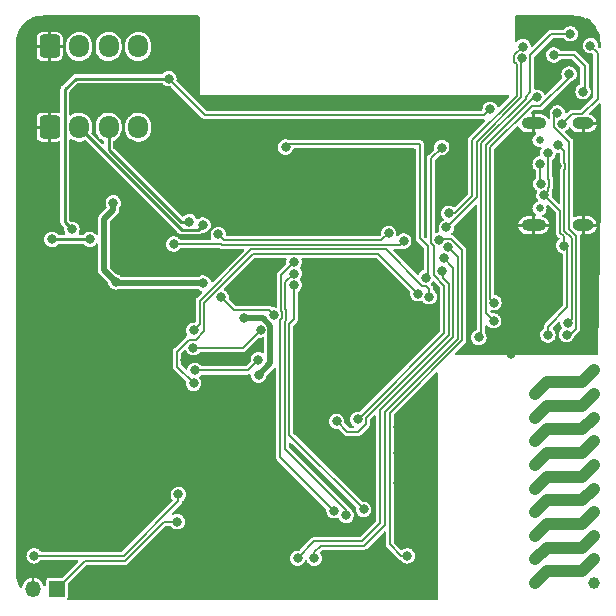
<source format=gbr>
%TF.GenerationSoftware,KiCad,Pcbnew,(6.0.0)*%
%TF.CreationDate,2022-09-29T22:13:06+02:00*%
%TF.ProjectId,bobbycar-lora-can-ethernet,626f6262-7963-4617-922d-6c6f72612d63,rev?*%
%TF.SameCoordinates,Original*%
%TF.FileFunction,Copper,L2,Bot*%
%TF.FilePolarity,Positive*%
%FSLAX46Y46*%
G04 Gerber Fmt 4.6, Leading zero omitted, Abs format (unit mm)*
G04 Created by KiCad (PCBNEW (6.0.0)) date 2022-09-29 22:13:06*
%MOMM*%
%LPD*%
G01*
G04 APERTURE LIST*
G04 Aperture macros list*
%AMRoundRect*
0 Rectangle with rounded corners*
0 $1 Rounding radius*
0 $2 $3 $4 $5 $6 $7 $8 $9 X,Y pos of 4 corners*
0 Add a 4 corners polygon primitive as box body*
4,1,4,$2,$3,$4,$5,$6,$7,$8,$9,$2,$3,0*
0 Add four circle primitives for the rounded corners*
1,1,$1+$1,$2,$3*
1,1,$1+$1,$4,$5*
1,1,$1+$1,$6,$7*
1,1,$1+$1,$8,$9*
0 Add four rect primitives between the rounded corners*
20,1,$1+$1,$2,$3,$4,$5,0*
20,1,$1+$1,$4,$5,$6,$7,0*
20,1,$1+$1,$6,$7,$8,$9,0*
20,1,$1+$1,$8,$9,$2,$3,0*%
G04 Aperture macros list end*
%TA.AperFunction,EtchedComponent*%
%ADD10C,1.000000*%
%TD*%
%TA.AperFunction,ComponentPad*%
%ADD11R,1.350000X1.350000*%
%TD*%
%TA.AperFunction,ComponentPad*%
%ADD12O,1.350000X1.350000*%
%TD*%
%TA.AperFunction,ComponentPad*%
%ADD13RoundRect,0.250000X-0.600000X-0.725000X0.600000X-0.725000X0.600000X0.725000X-0.600000X0.725000X0*%
%TD*%
%TA.AperFunction,ComponentPad*%
%ADD14O,1.700000X1.950000*%
%TD*%
%TA.AperFunction,ComponentPad*%
%ADD15C,1.000000*%
%TD*%
%TA.AperFunction,ComponentPad*%
%ADD16C,0.650000*%
%TD*%
%TA.AperFunction,ComponentPad*%
%ADD17O,2.100000X1.000000*%
%TD*%
%TA.AperFunction,ComponentPad*%
%ADD18O,1.800000X1.000000*%
%TD*%
%TA.AperFunction,ViaPad*%
%ADD19C,0.800000*%
%TD*%
%TA.AperFunction,Conductor*%
%ADD20C,0.500000*%
%TD*%
%TA.AperFunction,Conductor*%
%ADD21C,0.200000*%
%TD*%
%TA.AperFunction,Conductor*%
%ADD22C,0.250000*%
%TD*%
G04 APERTURE END LIST*
D10*
%TO.C,AE2*%
X49200000Y-44300000D02*
X48200000Y-45300000D01*
X49200000Y-38300000D02*
X48200000Y-39300000D01*
X48200000Y-33300000D02*
X45200000Y-33300000D01*
X48200000Y-39300000D02*
X45200000Y-39300000D01*
X45200000Y-31300000D02*
X44200000Y-32300000D01*
X48200000Y-35300000D02*
X45200000Y-35300000D01*
X49200000Y-34300000D02*
X48200000Y-35300000D01*
X48200000Y-45300000D02*
X45200000Y-45300000D01*
X45200000Y-45300000D02*
X44200000Y-46300000D01*
X48200000Y-37300000D02*
X45200000Y-37300000D01*
X45200000Y-41300000D02*
X44200000Y-42300000D01*
X48200000Y-43300000D02*
X45200000Y-43300000D01*
X49200000Y-30300000D02*
X48200000Y-31300000D01*
X45200000Y-39300000D02*
X44200000Y-40300000D01*
X49200000Y-32300000D02*
X48200000Y-33300000D01*
X45200000Y-47300000D02*
X44200000Y-48300000D01*
X48200000Y-47300000D02*
X45200000Y-47300000D01*
X45200000Y-37300000D02*
X44200000Y-38300000D01*
X48200000Y-41300000D02*
X45200000Y-41300000D01*
X45200000Y-35300000D02*
X44200000Y-36300000D01*
X49200000Y-36300000D02*
X48200000Y-37300000D01*
X49200000Y-42300000D02*
X48200000Y-43300000D01*
X48200000Y-31300000D02*
X45200000Y-31300000D01*
X45200000Y-33300000D02*
X44200000Y-34300000D01*
X49200000Y-46300000D02*
X48200000Y-47300000D01*
X45200000Y-43300000D02*
X44200000Y-44300000D01*
X49200000Y-40300000D02*
X48200000Y-41300000D01*
%TD*%
D11*
%TO.P,BT1,1,+*%
%TO.N,VBAT_3V*%
X3700000Y-48800000D03*
D12*
%TO.P,BT1,2,-*%
%TO.N,GND*%
X1700000Y-48800000D03*
%TD*%
D13*
%TO.P,J2,1,Pin_1*%
%TO.N,GND*%
X3100000Y-2875000D03*
D14*
%TO.P,J2,2,Pin_2*%
%TO.N,CANL*%
X5600000Y-2875000D03*
%TO.P,J2,3,Pin_3*%
%TO.N,CANH*%
X8100000Y-2875000D03*
%TO.P,J2,4,Pin_4*%
%TO.N,Net-(D3-Pad2)*%
X10600000Y-2875000D03*
%TD*%
D13*
%TO.P,J1,1,Pin_1*%
%TO.N,GND*%
X3100000Y-9700000D03*
D14*
%TO.P,J1,2,Pin_2*%
%TO.N,CANL*%
X5600000Y-9700000D03*
%TO.P,J1,3,Pin_3*%
%TO.N,CANH*%
X8100000Y-9700000D03*
%TO.P,J1,4,Pin_4*%
%TO.N,Net-(D3-Pad2)*%
X10600000Y-9700000D03*
%TD*%
D15*
%TO.P,AE2,*%
%TO.N,*%
X44200000Y-42300000D03*
X49200000Y-42300000D03*
X44200000Y-46300000D03*
X44200000Y-48300000D03*
X44200000Y-34300000D03*
X49200000Y-40300000D03*
X44200000Y-44300000D03*
X49200000Y-44300000D03*
X44200000Y-32300000D03*
X49200000Y-38300000D03*
X49200000Y-36300000D03*
X49200000Y-46300000D03*
X44200000Y-38300000D03*
X49200000Y-32300000D03*
X49200000Y-48300000D03*
X44200000Y-36300000D03*
X49200000Y-34300000D03*
X44200000Y-40300000D03*
X49200000Y-30300000D03*
%TD*%
D16*
%TO.P,USBC1,*%
%TO.N,*%
X44592500Y-10805000D03*
X44592500Y-16585000D03*
D17*
%TO.P,USBC1,1,SHIELD*%
%TO.N,GND*%
X44092500Y-18015000D03*
D18*
%TO.P,USBC1,2,SHIELD*%
X48272500Y-18015000D03*
%TO.P,USBC1,3,SHIELD*%
X48272500Y-9375000D03*
D17*
%TO.P,USBC1,4,SHIELD*%
X44092500Y-9375000D03*
%TD*%
D19*
%TO.N,+3V3*%
X16100000Y-22900000D03*
X8700000Y-22800000D03*
X8500000Y-16100000D03*
%TO.N,GND*%
X24150000Y-13400000D03*
X35200000Y-34600000D03*
X21150000Y-34900000D03*
X32579500Y-35100000D03*
X46033260Y-13000028D03*
X19450000Y-18250000D03*
X12250000Y-1050000D03*
X5850000Y-14600000D03*
X2850000Y-950000D03*
X16900000Y-12150000D03*
X10750000Y-19050000D03*
X26200000Y-43500000D03*
X4300000Y-41700000D03*
X1550000Y-14400000D03*
X3600000Y-31100000D03*
X6150000Y-12000000D03*
X1800000Y-25800000D03*
X48600000Y-900000D03*
X1700000Y-44400000D03*
X13000000Y-7500000D03*
X35200000Y-41600000D03*
X18600000Y-13800000D03*
X31250000Y-30150000D03*
X6600000Y-27700000D03*
X25050000Y-29950000D03*
X13400000Y-48300000D03*
X44500000Y-4200000D03*
X35300000Y-46100000D03*
X29600000Y-46300000D03*
X35200000Y-36700000D03*
X14000000Y-34700000D03*
X24500000Y-44300000D03*
X8500000Y-39800000D03*
X41700000Y-12650000D03*
X19350000Y-15350000D03*
X29300000Y-39900000D03*
X25300000Y-27750000D03*
X14600000Y-29400000D03*
X2950000Y-5150000D03*
X8650000Y-19000000D03*
X25700000Y-21650000D03*
X35200000Y-44000000D03*
X19700000Y-33000000D03*
X8600000Y-36700000D03*
X5900000Y-30800000D03*
X7000000Y-33300000D03*
X30000000Y-9900000D03*
X41300000Y-20350000D03*
X18300000Y-44700000D03*
X31200000Y-45500000D03*
X21950000Y-39600000D03*
X25500000Y-23550000D03*
X33000000Y-17300000D03*
X8200000Y-48100000D03*
X13400000Y-39400000D03*
X18700000Y-48600000D03*
X1150000Y-8900000D03*
X20800000Y-45600000D03*
X38730135Y-28423863D03*
X32579500Y-39807727D03*
X42250000Y-17750000D03*
X31900000Y-23050000D03*
X9000000Y-29800000D03*
X8200000Y-44800000D03*
X12150000Y-4550000D03*
X33650000Y-27700000D03*
X10075332Y-24724500D03*
X40300000Y-28400000D03*
X1700000Y-47350000D03*
X16200000Y-37200000D03*
X24600000Y-34700000D03*
X19400000Y-23200000D03*
X2000000Y-35300000D03*
X5000000Y-37600000D03*
X26900000Y-37500000D03*
X13000000Y-25400000D03*
X48400000Y-16600000D03*
X31900000Y-46400000D03*
X3850000Y-39550000D03*
X23700000Y-9650000D03*
X13700000Y-45000000D03*
X22600000Y-42700000D03*
X38900000Y-25700000D03*
X16800000Y-14600000D03*
X12300000Y-21800000D03*
X30450000Y-21700000D03*
X32579500Y-37300000D03*
X48350000Y-10900000D03*
X1350000Y-41400000D03*
X36200000Y-13200000D03*
X1900000Y-29100000D03*
X34350000Y-20650000D03*
X1200000Y-18300000D03*
X10350000Y-11750000D03*
X46500000Y-28450000D03*
X33500000Y-13450000D03*
X35200000Y-39000000D03*
X42150000Y-28950000D03*
X10900000Y-35000000D03*
X29159011Y-43378394D03*
X35000000Y-9900000D03*
X24000000Y-17850000D03*
X12438427Y-12029500D03*
X13000000Y-29600000D03*
X14171665Y-10470500D03*
%TO.N,+3V3*%
X40700000Y-26100000D03*
X14000000Y-40800000D03*
X19600000Y-25900000D03*
X20795489Y-30695489D03*
X1800000Y-46000000D03*
X44355522Y-7172819D03*
%TO.N,15V*%
X40400000Y-8200000D03*
X5000000Y-18349011D03*
X13200000Y-5600000D03*
%TO.N,Net-(C11-Pad2)*%
X6500000Y-19200000D03*
X3300000Y-19200000D03*
%TO.N,CANH*%
X14931630Y-17695500D03*
%TO.N,CANL*%
X16100000Y-18000000D03*
%TO.N,DTR*%
X46100000Y-8500000D03*
X46882283Y-27272403D03*
%TO.N,RTS*%
X46500000Y-9400000D03*
X47000000Y-26300000D03*
X46169520Y-11230480D03*
X48900000Y-2800000D03*
%TO.N,Net-(Q2-Pad1)*%
X48270500Y-6700000D03*
X45810387Y-3594417D03*
%TO.N,EN*%
X23079456Y-11397757D03*
X34951978Y-22442199D03*
X47200000Y-1800000D03*
X39445978Y-27510000D03*
%TO.N,IO0*%
X40718033Y-24557825D03*
X47100000Y-5200000D03*
%TO.N,GPIO15_SD_CMD*%
X34296607Y-23799066D03*
X15300000Y-31400000D03*
%TO.N,Net-(J4-Pad4)*%
X15400000Y-30300000D03*
X20777936Y-29393510D03*
%TO.N,GPIO2_SD_DAT0*%
X35240989Y-24058996D03*
X15300000Y-26900000D03*
%TO.N,LORA_CLK*%
X27189947Y-42171743D03*
X23800000Y-21118033D03*
%TO.N,LORA_MISO*%
X28204596Y-42565240D03*
X23800000Y-22097536D03*
%TO.N,LORA_MOSI*%
X23800000Y-23077039D03*
X29693106Y-42072606D03*
%TO.N,GPS_RX*%
X36496707Y-20809008D03*
X24100000Y-46200000D03*
%TO.N,GPS_TX*%
X25500000Y-46200000D03*
X36833013Y-19889050D03*
%TO.N,I2S_SDA*%
X36700000Y-18200000D03*
X43120500Y-3885820D03*
%TO.N,I2S_SCL*%
X43200000Y-2879500D03*
X36900000Y-17000000D03*
%TO.N,CAN_TX*%
X33082185Y-19354622D03*
X13600000Y-19600000D03*
%TO.N,CAN_RX*%
X31800000Y-18700000D03*
X17386696Y-18786696D03*
%TO.N,LORA_RESET*%
X29216940Y-34448944D03*
X36300000Y-11429500D03*
%TO.N,USB_DP*%
X44700000Y-14500000D03*
X44642505Y-12817692D03*
%TO.N,+5V*%
X45300000Y-11900000D03*
X45300000Y-27300000D03*
X46640989Y-19732204D03*
X44966626Y-15442516D03*
%TO.N,Net-(C6-Pad2)*%
X15279151Y-28379500D03*
X20970500Y-26867558D03*
%TO.N,SD_DETECT*%
X17617105Y-24111853D03*
X22088529Y-25615438D03*
%TO.N,VBAT_3V*%
X13900000Y-43100000D03*
%TO.N,LORA_TX_EN*%
X36300000Y-21900000D03*
X27400000Y-34600000D03*
%TO.N,LORA_NSS*%
X33400000Y-46000000D03*
X36092694Y-19247683D03*
%TD*%
D20*
%TO.N,+3V3*%
X21800000Y-29690978D02*
X20795489Y-30695489D01*
X21800000Y-26500000D02*
X21800000Y-29690978D01*
D21*
%TO.N,Net-(C6-Pad2)*%
X15279151Y-28379500D02*
X19458558Y-28379500D01*
D20*
%TO.N,+3V3*%
X19600000Y-25900000D02*
X21200000Y-25900000D01*
D21*
%TO.N,LORA_CLK*%
X22640979Y-37622775D02*
X27189947Y-42171743D01*
D20*
%TO.N,+3V3*%
X21200000Y-25900000D02*
X21800000Y-26500000D01*
D21*
%TO.N,LORA_CLK*%
X22640979Y-26023949D02*
X22640979Y-37622775D01*
X22690328Y-25256276D02*
X22768030Y-25333978D01*
X23800000Y-21118033D02*
X22690328Y-22227705D01*
%TO.N,SD_DETECT*%
X21673091Y-25200000D02*
X22088529Y-25615438D01*
X18705252Y-25200000D02*
X21673091Y-25200000D01*
X17617105Y-24111853D02*
X18705252Y-25200000D01*
%TO.N,LORA_CLK*%
X22690328Y-22227705D02*
X22690328Y-25256276D01*
X22768030Y-25896898D02*
X22640979Y-26023949D01*
%TO.N,LORA_MOSI*%
X23400001Y-26338346D02*
X23400001Y-35779501D01*
%TO.N,LORA_MISO*%
X23147538Y-26054100D02*
X23020490Y-26181147D01*
X23147538Y-25176783D02*
X23147538Y-26054100D01*
X23069839Y-25099083D02*
X23147538Y-25176783D01*
%TO.N,LORA_MOSI*%
X23800000Y-25938347D02*
X23400001Y-26338346D01*
X23400001Y-35779501D02*
X29693106Y-42072606D01*
%TO.N,LORA_MISO*%
X28204596Y-42141306D02*
X28204596Y-42565240D01*
X23800000Y-22097536D02*
X23069839Y-22827697D01*
%TO.N,Net-(C6-Pad2)*%
X19458558Y-28379500D02*
X20970500Y-26867558D01*
%TO.N,LORA_MISO*%
X23069839Y-22827697D02*
X23069839Y-25099083D01*
X23020490Y-26181147D02*
X23020490Y-36957200D01*
X23020490Y-36957200D02*
X28204596Y-42141306D01*
%TO.N,LORA_MOSI*%
X23800000Y-23077039D02*
X23800000Y-25938347D01*
%TO.N,LORA_CLK*%
X22768030Y-25333978D02*
X22768030Y-25896898D01*
D20*
%TO.N,+3V3*%
X16000000Y-22900000D02*
X16100000Y-22900000D01*
X8800000Y-22900000D02*
X16000000Y-22900000D01*
X8700000Y-22800000D02*
X8800000Y-22900000D01*
X7700000Y-17500000D02*
X7700000Y-21800000D01*
X7700000Y-21800000D02*
X8700000Y-22800000D01*
X8500000Y-16700000D02*
X7700000Y-17500000D01*
X8500000Y-16100000D02*
X8500000Y-16700000D01*
D21*
X40038533Y-25438533D02*
X40700000Y-26100000D01*
X44355522Y-7172819D02*
X44105566Y-7172819D01*
X9363290Y-46000000D02*
X14000000Y-41363290D01*
X40038533Y-11239852D02*
X40038533Y-25438533D01*
X14000000Y-41363290D02*
X14000000Y-40800000D01*
X44105566Y-7172819D02*
X40038533Y-11239852D01*
X1800000Y-46000000D02*
X9363290Y-46000000D01*
%TO.N,15V*%
X39900000Y-8700000D02*
X40400000Y-8200000D01*
D22*
X13200000Y-5600000D02*
X5300000Y-5600000D01*
X4400000Y-6500000D02*
X4400000Y-17749011D01*
X5300000Y-5600000D02*
X4400000Y-6500000D01*
X4400000Y-17749011D02*
X5000000Y-18349011D01*
D21*
X13200000Y-5600000D02*
X16300000Y-8700000D01*
X16300000Y-8700000D02*
X39900000Y-8700000D01*
D22*
%TO.N,Net-(C11-Pad2)*%
X3300000Y-19200000D02*
X6500000Y-19200000D01*
%TO.N,CANH*%
X8100000Y-9700000D02*
X8100000Y-11600000D01*
X8100000Y-11600000D02*
X14195500Y-17695500D01*
X14195500Y-17695500D02*
X14931630Y-17695500D01*
%TO.N,CANL*%
X5600000Y-9707420D02*
X14292580Y-18400000D01*
X14292580Y-18400000D02*
X15700000Y-18400000D01*
X5600000Y-9700000D02*
X5600000Y-9707420D01*
X15700000Y-18400000D02*
X16100000Y-18000000D01*
D21*
%TO.N,DTR*%
X47092272Y-18337179D02*
X47092272Y-10953233D01*
X47443571Y-18673192D02*
X47428285Y-18673192D01*
X45820499Y-8779501D02*
X46100000Y-8500000D01*
X47188558Y-27272403D02*
X47700000Y-26760961D01*
X47700000Y-26760961D02*
X47700000Y-18929621D01*
X47428285Y-18673192D02*
X47092272Y-18337179D01*
X47700000Y-18929621D02*
X47443571Y-18673192D01*
X47092272Y-10953233D02*
X45820499Y-9681460D01*
X46882283Y-27272403D02*
X47188558Y-27272403D01*
X45820499Y-9681460D02*
X45820499Y-8779501D01*
%TO.N,RTS*%
X49500000Y-7300000D02*
X48204520Y-8595480D01*
X47320489Y-19102106D02*
X46700000Y-18481617D01*
X46712761Y-13281488D02*
X46712761Y-12718568D01*
X48900000Y-2800000D02*
X49500000Y-3400000D01*
X47304520Y-8595480D02*
X46500000Y-9400000D01*
X46700000Y-18481617D02*
X46700000Y-13294249D01*
X47320489Y-25979511D02*
X47320489Y-19102106D01*
X49500000Y-3400000D02*
X49500000Y-7300000D01*
X47000000Y-26300000D02*
X47320489Y-25979511D01*
X46700000Y-11760960D02*
X46169520Y-11230480D01*
X46700000Y-12705807D02*
X46700000Y-11760960D01*
X48204520Y-8595480D02*
X47304520Y-8595480D01*
X46700000Y-13294249D02*
X46712761Y-13281488D01*
X46712761Y-12718568D02*
X46700000Y-12705807D01*
%TO.N,Net-(Q2-Pad1)*%
X48400000Y-6570500D02*
X48270500Y-6700000D01*
X47494417Y-3594417D02*
X48400000Y-4500000D01*
X45810387Y-3594417D02*
X47494417Y-3594417D01*
X48400000Y-4500000D02*
X48400000Y-6570500D01*
%TO.N,EN*%
X34450000Y-11150000D02*
X34450000Y-19126708D01*
X39659022Y-27296956D02*
X39445978Y-27510000D01*
X43420489Y-7321185D02*
X39659022Y-11082654D01*
X23327213Y-11150000D02*
X34450000Y-11150000D01*
X23079456Y-11397757D02*
X23327213Y-11150000D01*
X43800000Y-6767380D02*
X43420489Y-7146891D01*
X34450000Y-19126708D02*
X35120489Y-19797197D01*
X35120489Y-19797197D02*
X35120489Y-22273688D01*
X43800000Y-3600000D02*
X43800000Y-6767380D01*
X35120489Y-22273688D02*
X34951978Y-22442199D01*
X43420489Y-7146891D02*
X43420489Y-7321185D01*
X47200000Y-1800000D02*
X45600000Y-1800000D01*
X39659022Y-11082654D02*
X39659022Y-27296956D01*
X45600000Y-1800000D02*
X43800000Y-3600000D01*
%TO.N,IO0*%
X40418044Y-11397051D02*
X40418044Y-24257836D01*
X46966460Y-5227420D02*
X47072580Y-5227420D01*
X46966460Y-5591572D02*
X44658032Y-7900000D01*
X44658032Y-7900000D02*
X43915093Y-7900000D01*
X47072580Y-5227420D02*
X47100000Y-5200000D01*
X43915093Y-7900000D02*
X40418044Y-11397051D01*
X40418044Y-24257836D02*
X40718033Y-24557825D01*
X46966460Y-5227420D02*
X46966460Y-5591572D01*
%TO.N,GPIO15_SD_CMD*%
X30936074Y-20438533D02*
X34296607Y-23799066D01*
X14900000Y-27700000D02*
X15500000Y-27700000D01*
X16200000Y-24567997D02*
X20329464Y-20438533D01*
X13900000Y-30000000D02*
X13900000Y-28700000D01*
X15300000Y-31400000D02*
X13900000Y-30000000D01*
X15500000Y-27700000D02*
X16200000Y-27000000D01*
X20329464Y-20438533D02*
X30936074Y-20438533D01*
X13900000Y-28700000D02*
X14900000Y-27700000D01*
X16200000Y-27000000D02*
X16200000Y-24567997D01*
%TO.N,Net-(J4-Pad4)*%
X20777936Y-29393510D02*
X19871446Y-30300000D01*
X15400000Y-30300000D02*
X18190989Y-30300000D01*
X19871446Y-30300000D02*
X18190989Y-30300000D01*
%TO.N,GPIO2_SD_DAT0*%
X20172266Y-20059022D02*
X31607840Y-20059022D01*
X35240989Y-23404279D02*
X35240989Y-24058996D01*
X34670518Y-23121700D02*
X34958410Y-23121700D01*
X31607840Y-20059022D02*
X34670518Y-23121700D01*
X15820489Y-26379511D02*
X15820489Y-24410798D01*
X15820489Y-24410798D02*
X20172266Y-20059022D01*
X15300000Y-26900000D02*
X15820489Y-26379511D01*
X34958410Y-23121700D02*
X35240989Y-23404279D01*
%TO.N,GPS_RX*%
X36496707Y-20809008D02*
X37279511Y-21591812D01*
X29529511Y-44770489D02*
X25529511Y-44770489D01*
X31100000Y-43200000D02*
X29529511Y-44770489D01*
X25529511Y-44770489D02*
X24100000Y-46200000D01*
X31100000Y-33626580D02*
X31100000Y-43200000D01*
X37279511Y-27447069D02*
X31100000Y-33626580D01*
X37279511Y-21591812D02*
X37279511Y-27447069D01*
%TO.N,GPS_TX*%
X25500000Y-46200000D02*
X25500000Y-45700000D01*
X31479511Y-43357198D02*
X31479511Y-33783779D01*
X37659022Y-27604268D02*
X37659022Y-20715059D01*
X26050000Y-45150000D02*
X29686710Y-45150000D01*
X37659022Y-20715059D02*
X36833013Y-19889050D01*
X31479511Y-33783779D02*
X37659022Y-27604268D01*
X29686710Y-45150000D02*
X31479511Y-43357198D01*
X25500000Y-45700000D02*
X26050000Y-45150000D01*
%TO.N,I2S_SDA*%
X36700000Y-18200000D02*
X36736709Y-18200000D01*
X43040978Y-3965342D02*
X43120500Y-3885820D01*
X39279511Y-15657198D02*
X39279511Y-10925454D01*
X43040978Y-7163986D02*
X43040978Y-3965342D01*
X39279511Y-10925454D02*
X43040978Y-7163986D01*
X36736709Y-18200000D02*
X39279511Y-15657198D01*
%TO.N,I2S_SCL*%
X42440999Y-3604360D02*
X43165859Y-2879500D01*
X42640999Y-4367280D02*
X42440999Y-4167280D01*
X37400000Y-17000000D02*
X38900000Y-15500000D01*
X38900000Y-15500000D02*
X38900000Y-10768255D01*
X42440999Y-4167280D02*
X42440999Y-3604360D01*
X36900000Y-17000000D02*
X37400000Y-17000000D01*
X38900000Y-10768255D02*
X42640999Y-7027256D01*
X43165859Y-2879500D02*
X43200000Y-2879500D01*
X42640999Y-7027256D02*
X42640999Y-4367280D01*
%TO.N,CAN_TX*%
X13600000Y-19600000D02*
X17663291Y-19600000D01*
X17663291Y-19600000D02*
X17742802Y-19679511D01*
X32757296Y-19679511D02*
X33082185Y-19354622D01*
X17742802Y-19679511D02*
X32757296Y-19679511D01*
%TO.N,CAN_RX*%
X31200000Y-19300000D02*
X17900000Y-19300000D01*
X31800000Y-18700000D02*
X31200000Y-19300000D01*
X17900000Y-19300000D02*
X17386696Y-18786696D01*
%TO.N,LORA_RESET*%
X35620499Y-22257209D02*
X36520489Y-23157199D01*
X36520489Y-27132671D02*
X29520489Y-34132672D01*
X29520489Y-34145395D02*
X29216940Y-34448944D01*
X35413194Y-19553305D02*
X35620499Y-19760610D01*
X35413194Y-12316306D02*
X35413194Y-19553305D01*
X35620499Y-19760610D02*
X35620499Y-22257209D01*
X36300000Y-11429500D02*
X35413194Y-12316306D01*
X36520489Y-23157199D02*
X36520489Y-27132671D01*
X29520489Y-34132672D02*
X29520489Y-34145395D01*
%TO.N,USB_DP*%
X44642505Y-14442505D02*
X44700000Y-14500000D01*
X44642505Y-12817692D02*
X44642505Y-14442505D01*
%TO.N,+5V*%
X45300000Y-27300000D02*
X45300000Y-26600000D01*
X45322006Y-14838955D02*
X45322006Y-15087136D01*
X45300000Y-26600000D02*
X46940978Y-24959022D01*
X45379501Y-14118540D02*
X45379501Y-14781460D01*
X45300000Y-11900000D02*
X45322006Y-11922006D01*
X45322006Y-11922006D02*
X45322006Y-14061045D01*
X46940978Y-20032193D02*
X46640989Y-19732204D01*
X45322006Y-15087136D02*
X44966626Y-15442516D01*
X46640989Y-19732204D02*
X46640989Y-18959316D01*
X45379501Y-14781460D02*
X45322006Y-14838955D01*
X46320489Y-18638816D02*
X46320489Y-16796379D01*
X46640989Y-18959316D02*
X46320489Y-18638816D01*
X46320489Y-16796379D02*
X44966626Y-15442516D01*
X45322006Y-14061045D02*
X45379501Y-14118540D01*
X46940978Y-24959022D02*
X46940978Y-20032193D01*
%TO.N,VBAT_3V*%
X9500000Y-46400000D02*
X12800000Y-43100000D01*
X6100000Y-46400000D02*
X9500000Y-46400000D01*
X12800000Y-43100000D02*
X13900000Y-43100000D01*
X3700000Y-48800000D02*
X6100000Y-46400000D01*
%TO.N,LORA_TX_EN*%
X36900000Y-27289870D02*
X29900000Y-34289870D01*
X36400000Y-22000000D02*
X36400000Y-22500000D01*
X36900000Y-23000001D02*
X36900000Y-27289870D01*
X36300000Y-21900000D02*
X36400000Y-22000000D01*
X29200000Y-35500000D02*
X28300000Y-35500000D01*
X28300000Y-35500000D02*
X27400000Y-34600000D01*
X36400000Y-22500000D02*
X36900000Y-23000001D01*
X29900000Y-34800000D02*
X29200000Y-35500000D01*
X29900000Y-34289870D02*
X29900000Y-34800000D01*
%TO.N,LORA_NSS*%
X31900000Y-33900000D02*
X31900000Y-45000000D01*
X32900000Y-46000000D02*
X33400000Y-46000000D01*
X38038533Y-20133611D02*
X38038533Y-27761467D01*
X36146576Y-19193801D02*
X37098723Y-19193801D01*
X36092694Y-19247683D02*
X36146576Y-19193801D01*
X38038533Y-27761467D02*
X31900000Y-33900000D01*
X31900000Y-45000000D02*
X32900000Y-46000000D01*
X37098723Y-19193801D02*
X38038533Y-20133611D01*
%TD*%
%TA.AperFunction,Conductor*%
%TO.N,GND*%
G36*
X15759191Y-268907D02*
G01*
X15795155Y-318407D01*
X15800000Y-349000D01*
X15800000Y-7000000D01*
X41933565Y-7000000D01*
X41991756Y-7018907D01*
X42027720Y-7068407D01*
X42027720Y-7129593D01*
X42003569Y-7169004D01*
X41170151Y-8002422D01*
X41115634Y-8030199D01*
X41055202Y-8020628D01*
X41011937Y-7977363D01*
X41007538Y-7967411D01*
X40982821Y-7901999D01*
X40980710Y-7896412D01*
X40891531Y-7766657D01*
X40887078Y-7762690D01*
X40887075Y-7762686D01*
X40802024Y-7686909D01*
X40773976Y-7661919D01*
X40761462Y-7655293D01*
X40640105Y-7591037D01*
X40640102Y-7591036D01*
X40634831Y-7588245D01*
X40533629Y-7562825D01*
X40487918Y-7551343D01*
X40487915Y-7551343D01*
X40482128Y-7549889D01*
X40402564Y-7549473D01*
X40330650Y-7549096D01*
X40330648Y-7549096D01*
X40324684Y-7549065D01*
X40171588Y-7585820D01*
X40099035Y-7623267D01*
X40036985Y-7655293D01*
X40036983Y-7655295D01*
X40031679Y-7658032D01*
X39913034Y-7761533D01*
X39822501Y-7890348D01*
X39765309Y-8037039D01*
X39764531Y-8042950D01*
X39764530Y-8042953D01*
X39760762Y-8071576D01*
X39744758Y-8193138D01*
X39745413Y-8199071D01*
X39745413Y-8199075D01*
X39749891Y-8239637D01*
X39737483Y-8299551D01*
X39692228Y-8340729D01*
X39651489Y-8349500D01*
X16486190Y-8349500D01*
X16427999Y-8330593D01*
X16416186Y-8320504D01*
X13871956Y-5776274D01*
X13844179Y-5721757D01*
X13843948Y-5692321D01*
X13854678Y-5616929D01*
X13854678Y-5616925D01*
X13855134Y-5613723D01*
X13855278Y-5600000D01*
X13836363Y-5443694D01*
X13780710Y-5296412D01*
X13714447Y-5200000D01*
X13694912Y-5171576D01*
X13694911Y-5171575D01*
X13691531Y-5166657D01*
X13687078Y-5162690D01*
X13687075Y-5162686D01*
X13619557Y-5102531D01*
X13573976Y-5061919D01*
X13550740Y-5049616D01*
X13440105Y-4991037D01*
X13440102Y-4991036D01*
X13434831Y-4988245D01*
X13358480Y-4969067D01*
X13287918Y-4951343D01*
X13287915Y-4951343D01*
X13282128Y-4949889D01*
X13202564Y-4949473D01*
X13130650Y-4949096D01*
X13130648Y-4949096D01*
X13124684Y-4949065D01*
X12971588Y-4985820D01*
X12899035Y-5023267D01*
X12836985Y-5055293D01*
X12836983Y-5055295D01*
X12831679Y-5058032D01*
X12713034Y-5161533D01*
X12709605Y-5166412D01*
X12698350Y-5182426D01*
X12649420Y-5219163D01*
X12617353Y-5224500D01*
X5350619Y-5224500D01*
X5329782Y-5222282D01*
X5325934Y-5221453D01*
X5325931Y-5221453D01*
X5317933Y-5219731D01*
X5284842Y-5223647D01*
X5283435Y-5223814D01*
X5275616Y-5224275D01*
X5272892Y-5224500D01*
X5268807Y-5224500D01*
X5264781Y-5225170D01*
X5264770Y-5225171D01*
X5249367Y-5227735D01*
X5244755Y-5228392D01*
X5226540Y-5230548D01*
X5201916Y-5233462D01*
X5201915Y-5233462D01*
X5193790Y-5234424D01*
X5186895Y-5237735D01*
X5184230Y-5238578D01*
X5176687Y-5239833D01*
X5131493Y-5264219D01*
X5127384Y-5266312D01*
X5081100Y-5288537D01*
X5076869Y-5292094D01*
X5075360Y-5293603D01*
X5074466Y-5294423D01*
X5072608Y-5295991D01*
X5066671Y-5299194D01*
X5030130Y-5338724D01*
X5027436Y-5341527D01*
X4170275Y-6198688D01*
X4153975Y-6211852D01*
X4143790Y-6218428D01*
X4122281Y-6245711D01*
X4117036Y-6251615D01*
X4115305Y-6253658D01*
X4112425Y-6256538D01*
X4110055Y-6259854D01*
X4110052Y-6259858D01*
X4100976Y-6272559D01*
X4098179Y-6276285D01*
X4066397Y-6316600D01*
X4063862Y-6323818D01*
X4062576Y-6326295D01*
X4058128Y-6332519D01*
X4055783Y-6340360D01*
X4055782Y-6340362D01*
X4043425Y-6381682D01*
X4041984Y-6386118D01*
X4024977Y-6434548D01*
X4024500Y-6440055D01*
X4024500Y-6442193D01*
X4024448Y-6443399D01*
X4024242Y-6445825D01*
X4022310Y-6452287D01*
X4022631Y-6460459D01*
X4022631Y-6460460D01*
X4024424Y-6506090D01*
X4024500Y-6509977D01*
X4024500Y-8419786D01*
X4005593Y-8477977D01*
X3956093Y-8513941D01*
X3890748Y-8512486D01*
X3814287Y-8483822D01*
X3802298Y-8480971D01*
X3749991Y-8475289D01*
X3744657Y-8475000D01*
X3240680Y-8475000D01*
X3227995Y-8479122D01*
X3225000Y-8483243D01*
X3225000Y-10909320D01*
X3229122Y-10922005D01*
X3233243Y-10925000D01*
X3744657Y-10925000D01*
X3749991Y-10924711D01*
X3802298Y-10919029D01*
X3814287Y-10916178D01*
X3890748Y-10887514D01*
X3951873Y-10884791D01*
X4002924Y-10918517D01*
X4024500Y-10980214D01*
X4024500Y-17698387D01*
X4022283Y-17719223D01*
X4019731Y-17731077D01*
X4020692Y-17739198D01*
X4020692Y-17739201D01*
X4023814Y-17765575D01*
X4024275Y-17773398D01*
X4024500Y-17776121D01*
X4024500Y-17780204D01*
X4025170Y-17784230D01*
X4025171Y-17784241D01*
X4027735Y-17799644D01*
X4028391Y-17804251D01*
X4034424Y-17855221D01*
X4037735Y-17862116D01*
X4038578Y-17864781D01*
X4039833Y-17872324D01*
X4064219Y-17917518D01*
X4066312Y-17921627D01*
X4088537Y-17967911D01*
X4092094Y-17972142D01*
X4093603Y-17973651D01*
X4094423Y-17974545D01*
X4095991Y-17976403D01*
X4099194Y-17982340D01*
X4114824Y-17996788D01*
X4138724Y-18018881D01*
X4141527Y-18021575D01*
X4323888Y-18203936D01*
X4351665Y-18258453D01*
X4352037Y-18286859D01*
X4344758Y-18342149D01*
X4345413Y-18348082D01*
X4345413Y-18348086D01*
X4359650Y-18477044D01*
X4362035Y-18498644D01*
X4368270Y-18515683D01*
X4413577Y-18639488D01*
X4416143Y-18646501D01*
X4430544Y-18667931D01*
X4432124Y-18670283D01*
X4448887Y-18729127D01*
X4427860Y-18786586D01*
X4377075Y-18820712D01*
X4349953Y-18824500D01*
X3883372Y-18824500D01*
X3825181Y-18805593D01*
X3801784Y-18781575D01*
X3794912Y-18771576D01*
X3794911Y-18771575D01*
X3791531Y-18766657D01*
X3787078Y-18762690D01*
X3787075Y-18762686D01*
X3706115Y-18690554D01*
X3673976Y-18661919D01*
X3661462Y-18655293D01*
X3540105Y-18591037D01*
X3540102Y-18591036D01*
X3534831Y-18588245D01*
X3458480Y-18569067D01*
X3387918Y-18551343D01*
X3387915Y-18551343D01*
X3382128Y-18549889D01*
X3302564Y-18549473D01*
X3230650Y-18549096D01*
X3230648Y-18549096D01*
X3224684Y-18549065D01*
X3071588Y-18585820D01*
X3017267Y-18613857D01*
X2936985Y-18655293D01*
X2936983Y-18655295D01*
X2931679Y-18658032D01*
X2813034Y-18761533D01*
X2722501Y-18890348D01*
X2720334Y-18895906D01*
X2718541Y-18900506D01*
X2665309Y-19037039D01*
X2664531Y-19042950D01*
X2664530Y-19042953D01*
X2659840Y-19078580D01*
X2644758Y-19193138D01*
X2645413Y-19199071D01*
X2645413Y-19199075D01*
X2656352Y-19298156D01*
X2662035Y-19349633D01*
X2664087Y-19355240D01*
X2690754Y-19428110D01*
X2716143Y-19497490D01*
X2719472Y-19502444D01*
X2800629Y-19623219D01*
X2800631Y-19623221D01*
X2803958Y-19628172D01*
X2808369Y-19632186D01*
X2808371Y-19632188D01*
X2915995Y-19730118D01*
X2920410Y-19734135D01*
X2989593Y-19771699D01*
X3053530Y-19806414D01*
X3053532Y-19806415D01*
X3058776Y-19809262D01*
X3138534Y-19830186D01*
X3205300Y-19847702D01*
X3205304Y-19847702D01*
X3211069Y-19849215D01*
X3217030Y-19849309D01*
X3217033Y-19849309D01*
X3289782Y-19850451D01*
X3368495Y-19851688D01*
X3385899Y-19847702D01*
X3516149Y-19817871D01*
X3516151Y-19817870D01*
X3521968Y-19816538D01*
X3527299Y-19813857D01*
X3657299Y-19748474D01*
X3657301Y-19748473D01*
X3662625Y-19745795D01*
X3782348Y-19643542D01*
X3801616Y-19616728D01*
X3850924Y-19580507D01*
X3882010Y-19575500D01*
X5915814Y-19575500D01*
X5974005Y-19594407D01*
X5997984Y-19619282D01*
X6003958Y-19628172D01*
X6008369Y-19632186D01*
X6008371Y-19632188D01*
X6115995Y-19730118D01*
X6120410Y-19734135D01*
X6189593Y-19771699D01*
X6253530Y-19806414D01*
X6253532Y-19806415D01*
X6258776Y-19809262D01*
X6338534Y-19830186D01*
X6405300Y-19847702D01*
X6405304Y-19847702D01*
X6411069Y-19849215D01*
X6417030Y-19849309D01*
X6417033Y-19849309D01*
X6489782Y-19850451D01*
X6568495Y-19851688D01*
X6585899Y-19847702D01*
X6716149Y-19817871D01*
X6716151Y-19817870D01*
X6721968Y-19816538D01*
X6727299Y-19813857D01*
X6857299Y-19748474D01*
X6857301Y-19748473D01*
X6862625Y-19745795D01*
X6879621Y-19731279D01*
X6977810Y-19647418D01*
X6977811Y-19647417D01*
X6982348Y-19643542D01*
X7020104Y-19590999D01*
X7069415Y-19554777D01*
X7130599Y-19554457D01*
X7180287Y-19590161D01*
X7199500Y-19648770D01*
X7199500Y-21732834D01*
X7198081Y-21745535D01*
X7198103Y-21745537D01*
X7197537Y-21752569D01*
X7195981Y-21759447D01*
X7198122Y-21793948D01*
X7199310Y-21813102D01*
X7199500Y-21819233D01*
X7199500Y-21835940D01*
X7199999Y-21839427D01*
X7200000Y-21839435D01*
X7201101Y-21847121D01*
X7201911Y-21855024D01*
X7204859Y-21902538D01*
X7207252Y-21909167D01*
X7207253Y-21909171D01*
X7208342Y-21912187D01*
X7213223Y-21931763D01*
X7214677Y-21941918D01*
X7217596Y-21948337D01*
X7217597Y-21948342D01*
X7234381Y-21985257D01*
X7237377Y-21992615D01*
X7253540Y-22037387D01*
X7259592Y-22045672D01*
X7269768Y-22063086D01*
X7274016Y-22072428D01*
X7280021Y-22079397D01*
X7305093Y-22108495D01*
X7310033Y-22114716D01*
X7318522Y-22126336D01*
X7329986Y-22137800D01*
X7334981Y-22143181D01*
X7355170Y-22166611D01*
X7367600Y-22181037D01*
X7373520Y-22184874D01*
X7374811Y-22185711D01*
X7390968Y-22198782D01*
X8027551Y-22835365D01*
X8055949Y-22894505D01*
X8058845Y-22920733D01*
X8062035Y-22949633D01*
X8064085Y-22955235D01*
X8064086Y-22955239D01*
X8114091Y-23091884D01*
X8116143Y-23097490D01*
X8119472Y-23102444D01*
X8200629Y-23223219D01*
X8200632Y-23223223D01*
X8203958Y-23228172D01*
X8208369Y-23232186D01*
X8208371Y-23232188D01*
X8313560Y-23327902D01*
X8320410Y-23334135D01*
X8358586Y-23354863D01*
X8453530Y-23406414D01*
X8453532Y-23406415D01*
X8458776Y-23409262D01*
X8503588Y-23421018D01*
X8605300Y-23447702D01*
X8605304Y-23447702D01*
X8611069Y-23449215D01*
X8617030Y-23449309D01*
X8617033Y-23449309D01*
X8689782Y-23450452D01*
X8768495Y-23451688D01*
X8812140Y-23441692D01*
X8916149Y-23417871D01*
X8916151Y-23417870D01*
X8921968Y-23416538D01*
X8927303Y-23413855D01*
X8932869Y-23411056D01*
X8977351Y-23400500D01*
X15645145Y-23400500D01*
X15703336Y-23419407D01*
X15711773Y-23426276D01*
X15714789Y-23429020D01*
X15720410Y-23434135D01*
X15725654Y-23436982D01*
X15725655Y-23436983D01*
X15853530Y-23506414D01*
X15853532Y-23506415D01*
X15858776Y-23509262D01*
X15956868Y-23534996D01*
X15983086Y-23541874D01*
X16034574Y-23574929D01*
X16056800Y-23631935D01*
X16041274Y-23691118D01*
X16027967Y-23707638D01*
X15606551Y-24129053D01*
X15590249Y-24142218D01*
X15588215Y-24143531D01*
X15588211Y-24143534D01*
X15581337Y-24147973D01*
X15561504Y-24173130D01*
X15557590Y-24177535D01*
X15557591Y-24177536D01*
X15554938Y-24180667D01*
X15552061Y-24183544D01*
X15541445Y-24198399D01*
X15538659Y-24202110D01*
X15509097Y-24239609D01*
X15506531Y-24246916D01*
X15505884Y-24248161D01*
X15501378Y-24254467D01*
X15499034Y-24262306D01*
X15487697Y-24300213D01*
X15486256Y-24304649D01*
X15470434Y-24349704D01*
X15469989Y-24354842D01*
X15469989Y-24356980D01*
X15469915Y-24358699D01*
X15469800Y-24360060D01*
X15467945Y-24366262D01*
X15468266Y-24374433D01*
X15469913Y-24416352D01*
X15469989Y-24420239D01*
X15469989Y-26150829D01*
X15451082Y-26209020D01*
X15401582Y-26244984D01*
X15370471Y-26249828D01*
X15365553Y-26249802D01*
X15230650Y-26249096D01*
X15230648Y-26249096D01*
X15224684Y-26249065D01*
X15071588Y-26285820D01*
X15057410Y-26293138D01*
X14936985Y-26355293D01*
X14936983Y-26355295D01*
X14931679Y-26358032D01*
X14813034Y-26461533D01*
X14722501Y-26590348D01*
X14665309Y-26737039D01*
X14664531Y-26742950D01*
X14664530Y-26742953D01*
X14656373Y-26804914D01*
X14644758Y-26893138D01*
X14645413Y-26899071D01*
X14645413Y-26899075D01*
X14659181Y-27023786D01*
X14662035Y-27049633D01*
X14664087Y-27055240D01*
X14705359Y-27168020D01*
X14716143Y-27197490D01*
X14719472Y-27202444D01*
X14719474Y-27202448D01*
X14754943Y-27255232D01*
X14771705Y-27314076D01*
X14750678Y-27371535D01*
X14715628Y-27399691D01*
X14695674Y-27409273D01*
X14691726Y-27412592D01*
X14690221Y-27414097D01*
X14688930Y-27415281D01*
X14687902Y-27416148D01*
X14682206Y-27419222D01*
X14676655Y-27425227D01*
X14676650Y-27425231D01*
X14648191Y-27456018D01*
X14645497Y-27458821D01*
X13686063Y-28418255D01*
X13669760Y-28431420D01*
X13667726Y-28432733D01*
X13667722Y-28432736D01*
X13660848Y-28437175D01*
X13641015Y-28462332D01*
X13637101Y-28466737D01*
X13637102Y-28466738D01*
X13634449Y-28469869D01*
X13631572Y-28472746D01*
X13620956Y-28487601D01*
X13618170Y-28491312D01*
X13588608Y-28528811D01*
X13586042Y-28536118D01*
X13585395Y-28537363D01*
X13580889Y-28543669D01*
X13578545Y-28551508D01*
X13567208Y-28589415D01*
X13565767Y-28593851D01*
X13549945Y-28638906D01*
X13549500Y-28644044D01*
X13549500Y-28646182D01*
X13549426Y-28647901D01*
X13549311Y-28649262D01*
X13547456Y-28655464D01*
X13547777Y-28663635D01*
X13549424Y-28705554D01*
X13549500Y-28709441D01*
X13549500Y-29952052D01*
X13547282Y-29972888D01*
X13545049Y-29983261D01*
X13546011Y-29991386D01*
X13548814Y-30015071D01*
X13549161Y-30020963D01*
X13549164Y-30020963D01*
X13549500Y-30025030D01*
X13549500Y-30029115D01*
X13550170Y-30033141D01*
X13550171Y-30033152D01*
X13552496Y-30047119D01*
X13553154Y-30051738D01*
X13557020Y-30084400D01*
X13558764Y-30099138D01*
X13562118Y-30106122D01*
X13562539Y-30107454D01*
X13563812Y-30115103D01*
X13586505Y-30157160D01*
X13588605Y-30161283D01*
X13606580Y-30198717D01*
X13606582Y-30198721D01*
X13609274Y-30204326D01*
X13612592Y-30208274D01*
X13614100Y-30209782D01*
X13615282Y-30211071D01*
X13616148Y-30212097D01*
X13619222Y-30217794D01*
X13625227Y-30223345D01*
X13625231Y-30223350D01*
X13656018Y-30251809D01*
X13658821Y-30254503D01*
X14628001Y-31223683D01*
X14655778Y-31278200D01*
X14656150Y-31306606D01*
X14644758Y-31393138D01*
X14645413Y-31399071D01*
X14645413Y-31399075D01*
X14661330Y-31543251D01*
X14662035Y-31549633D01*
X14716143Y-31697490D01*
X14719472Y-31702444D01*
X14800629Y-31823219D01*
X14800632Y-31823223D01*
X14803958Y-31828172D01*
X14808369Y-31832186D01*
X14808371Y-31832188D01*
X14820849Y-31843542D01*
X14920410Y-31934135D01*
X14941885Y-31945795D01*
X15053530Y-32006414D01*
X15053532Y-32006415D01*
X15058776Y-32009262D01*
X15138534Y-32030186D01*
X15205300Y-32047702D01*
X15205304Y-32047702D01*
X15211069Y-32049215D01*
X15217030Y-32049309D01*
X15217033Y-32049309D01*
X15289782Y-32050452D01*
X15368495Y-32051688D01*
X15385899Y-32047702D01*
X15516149Y-32017871D01*
X15516151Y-32017870D01*
X15521968Y-32016538D01*
X15527299Y-32013857D01*
X15657299Y-31948474D01*
X15657301Y-31948473D01*
X15662625Y-31945795D01*
X15676277Y-31934135D01*
X15777810Y-31847418D01*
X15777811Y-31847417D01*
X15782348Y-31843542D01*
X15874224Y-31715683D01*
X15932950Y-31569598D01*
X15934994Y-31555240D01*
X15954678Y-31416929D01*
X15954678Y-31416925D01*
X15955134Y-31413723D01*
X15955278Y-31400000D01*
X15946725Y-31329322D01*
X15937080Y-31249616D01*
X15937079Y-31249613D01*
X15936363Y-31243694D01*
X15933989Y-31237410D01*
X15882820Y-31101996D01*
X15880710Y-31096412D01*
X15791531Y-30966657D01*
X15787075Y-30962687D01*
X15784291Y-30959529D01*
X15759991Y-30903376D01*
X15773339Y-30843664D01*
X15794257Y-30818779D01*
X15869362Y-30754633D01*
X15882348Y-30743542D01*
X15919580Y-30691728D01*
X15968888Y-30655507D01*
X15999974Y-30650500D01*
X19823498Y-30650500D01*
X19844334Y-30652718D01*
X19845616Y-30652994D01*
X19854707Y-30654951D01*
X19886517Y-30651186D01*
X19892409Y-30650839D01*
X19892409Y-30650836D01*
X19896476Y-30650500D01*
X19900561Y-30650500D01*
X19904587Y-30649830D01*
X19904598Y-30649829D01*
X19918565Y-30647504D01*
X19923172Y-30646848D01*
X19946135Y-30644130D01*
X19962458Y-30642198D01*
X19962459Y-30642198D01*
X19970584Y-30641236D01*
X19977568Y-30637882D01*
X19978900Y-30637461D01*
X19986549Y-30636188D01*
X19996852Y-30630629D01*
X20000680Y-30629930D01*
X20001491Y-30629652D01*
X20001533Y-30629774D01*
X20057041Y-30619637D01*
X20112197Y-30646123D01*
X20141250Y-30699970D01*
X20142263Y-30706892D01*
X20147534Y-30754633D01*
X20157524Y-30845122D01*
X20164830Y-30865087D01*
X20202000Y-30966657D01*
X20211632Y-30992979D01*
X20214961Y-30997933D01*
X20296118Y-31118708D01*
X20296121Y-31118712D01*
X20299447Y-31123661D01*
X20303858Y-31127675D01*
X20303860Y-31127677D01*
X20316338Y-31139031D01*
X20415899Y-31229624D01*
X20468537Y-31258204D01*
X20549019Y-31301903D01*
X20549021Y-31301904D01*
X20554265Y-31304751D01*
X20634023Y-31325675D01*
X20700789Y-31343191D01*
X20700793Y-31343191D01*
X20706558Y-31344704D01*
X20712519Y-31344798D01*
X20712522Y-31344798D01*
X20785271Y-31345941D01*
X20863984Y-31347177D01*
X20881388Y-31343191D01*
X21011638Y-31313360D01*
X21011640Y-31313359D01*
X21017457Y-31312027D01*
X21028230Y-31306609D01*
X21152788Y-31243963D01*
X21152790Y-31243962D01*
X21158114Y-31241284D01*
X21171766Y-31229624D01*
X21273299Y-31142907D01*
X21273300Y-31142906D01*
X21277837Y-31139031D01*
X21369713Y-31011172D01*
X21390474Y-30959529D01*
X21426215Y-30870620D01*
X21426216Y-30870618D01*
X21428439Y-30865087D01*
X21430483Y-30850729D01*
X21439505Y-30787334D01*
X21467513Y-30731279D01*
X22106419Y-30092373D01*
X22116398Y-30084400D01*
X22116383Y-30084383D01*
X22121752Y-30079813D01*
X22127720Y-30076048D01*
X22129297Y-30074262D01*
X22183883Y-30051763D01*
X22243353Y-30066150D01*
X22283009Y-30112744D01*
X22290479Y-30150471D01*
X22290479Y-37574827D01*
X22288261Y-37595663D01*
X22286028Y-37606036D01*
X22286990Y-37614161D01*
X22289793Y-37637846D01*
X22290140Y-37643738D01*
X22290143Y-37643738D01*
X22290479Y-37647805D01*
X22290479Y-37651890D01*
X22291149Y-37655916D01*
X22291150Y-37655927D01*
X22293475Y-37669894D01*
X22294131Y-37674501D01*
X22299743Y-37721913D01*
X22303097Y-37728897D01*
X22303518Y-37730229D01*
X22304791Y-37737878D01*
X22327484Y-37779935D01*
X22329584Y-37784058D01*
X22347559Y-37821492D01*
X22347561Y-37821496D01*
X22350253Y-37827101D01*
X22353571Y-37831049D01*
X22355079Y-37832557D01*
X22356261Y-37833846D01*
X22357127Y-37834872D01*
X22360201Y-37840569D01*
X22366206Y-37846120D01*
X22366210Y-37846125D01*
X22396997Y-37874584D01*
X22399800Y-37877278D01*
X26517948Y-41995426D01*
X26545725Y-42049943D01*
X26546097Y-42078349D01*
X26534705Y-42164881D01*
X26551982Y-42321376D01*
X26554034Y-42326983D01*
X26599000Y-42449858D01*
X26606090Y-42469233D01*
X26609419Y-42474187D01*
X26690576Y-42594962D01*
X26690579Y-42594966D01*
X26693905Y-42599915D01*
X26698316Y-42603929D01*
X26698318Y-42603931D01*
X26793431Y-42690477D01*
X26810357Y-42705878D01*
X26873885Y-42740371D01*
X26943477Y-42778157D01*
X26943479Y-42778158D01*
X26948723Y-42781005D01*
X27028481Y-42801929D01*
X27095247Y-42819445D01*
X27095251Y-42819445D01*
X27101016Y-42820958D01*
X27106977Y-42821052D01*
X27106980Y-42821052D01*
X27179729Y-42822194D01*
X27258442Y-42823431D01*
X27293075Y-42815499D01*
X27406096Y-42789614D01*
X27406098Y-42789613D01*
X27411915Y-42788281D01*
X27423372Y-42782519D01*
X27466002Y-42761078D01*
X27526484Y-42751823D01*
X27580854Y-42779886D01*
X27603455Y-42815499D01*
X27620739Y-42862730D01*
X27624068Y-42867684D01*
X27705225Y-42988459D01*
X27705228Y-42988463D01*
X27708554Y-42993412D01*
X27712965Y-42997426D01*
X27712967Y-42997428D01*
X27820591Y-43095358D01*
X27825006Y-43099375D01*
X27894189Y-43136938D01*
X27958126Y-43171654D01*
X27958128Y-43171655D01*
X27963372Y-43174502D01*
X28043130Y-43195426D01*
X28109896Y-43212942D01*
X28109900Y-43212942D01*
X28115665Y-43214455D01*
X28121626Y-43214549D01*
X28121629Y-43214549D01*
X28194378Y-43215692D01*
X28273091Y-43216928D01*
X28290495Y-43212942D01*
X28420745Y-43183111D01*
X28420747Y-43183110D01*
X28426564Y-43181778D01*
X28431895Y-43179097D01*
X28561895Y-43113714D01*
X28561897Y-43113713D01*
X28567221Y-43111035D01*
X28583902Y-43096788D01*
X28682406Y-43012658D01*
X28682407Y-43012657D01*
X28686944Y-43008782D01*
X28778820Y-42880923D01*
X28788387Y-42857126D01*
X28835322Y-42740371D01*
X28835323Y-42740369D01*
X28837546Y-42734838D01*
X28839237Y-42722962D01*
X28859274Y-42582169D01*
X28859274Y-42582165D01*
X28859730Y-42578963D01*
X28859874Y-42565240D01*
X28851321Y-42494562D01*
X28841676Y-42414856D01*
X28841675Y-42414853D01*
X28840959Y-42408934D01*
X28785306Y-42261652D01*
X28722877Y-42170818D01*
X28699508Y-42136816D01*
X28699507Y-42136815D01*
X28696127Y-42131897D01*
X28691674Y-42127930D01*
X28691671Y-42127926D01*
X28604144Y-42049943D01*
X28578572Y-42027159D01*
X28573301Y-42024368D01*
X28573298Y-42024366D01*
X28553813Y-42014049D01*
X28510895Y-41969411D01*
X28498018Y-41942594D01*
X28498017Y-41942593D01*
X28495322Y-41936980D01*
X28492004Y-41933032D01*
X28490494Y-41931522D01*
X28489314Y-41930235D01*
X28488448Y-41929209D01*
X28485374Y-41923512D01*
X28479369Y-41917961D01*
X28479365Y-41917956D01*
X28448578Y-41889497D01*
X28445775Y-41886803D01*
X23399986Y-36841014D01*
X23372209Y-36786497D01*
X23370990Y-36771010D01*
X23370990Y-36485180D01*
X23389897Y-36426989D01*
X23439397Y-36391025D01*
X23500583Y-36391025D01*
X23539994Y-36415176D01*
X29021107Y-41896289D01*
X29048884Y-41950806D01*
X29049256Y-41979212D01*
X29037864Y-42065744D01*
X29038519Y-42071677D01*
X29038519Y-42071681D01*
X29044729Y-42127926D01*
X29055141Y-42222239D01*
X29062447Y-42242204D01*
X29103565Y-42354563D01*
X29109249Y-42370096D01*
X29112578Y-42375050D01*
X29193735Y-42495825D01*
X29193738Y-42495829D01*
X29197064Y-42500778D01*
X29201475Y-42504792D01*
X29201477Y-42504794D01*
X29300571Y-42594962D01*
X29313516Y-42606741D01*
X29334991Y-42618401D01*
X29446636Y-42679020D01*
X29446638Y-42679021D01*
X29451882Y-42681868D01*
X29528091Y-42701861D01*
X29598406Y-42720308D01*
X29598410Y-42720308D01*
X29604175Y-42721821D01*
X29610136Y-42721915D01*
X29610139Y-42721915D01*
X29682888Y-42723058D01*
X29761601Y-42724294D01*
X29779005Y-42720308D01*
X29909255Y-42690477D01*
X29909257Y-42690476D01*
X29915074Y-42689144D01*
X29920405Y-42686463D01*
X30050405Y-42621080D01*
X30050407Y-42621079D01*
X30055731Y-42618401D01*
X30072673Y-42603931D01*
X30170916Y-42520024D01*
X30170917Y-42520023D01*
X30175454Y-42516148D01*
X30267330Y-42388289D01*
X30270629Y-42380084D01*
X30323832Y-42247737D01*
X30323833Y-42247735D01*
X30326056Y-42242204D01*
X30328100Y-42227846D01*
X30347784Y-42089535D01*
X30347784Y-42089531D01*
X30348240Y-42086329D01*
X30348384Y-42072606D01*
X30339044Y-41995426D01*
X30330186Y-41922222D01*
X30330185Y-41922219D01*
X30329469Y-41916300D01*
X30273816Y-41769018D01*
X30184637Y-41639263D01*
X30180184Y-41635296D01*
X30180181Y-41635292D01*
X30109110Y-41571971D01*
X30067082Y-41534525D01*
X30061010Y-41531310D01*
X29933211Y-41463643D01*
X29933208Y-41463642D01*
X29927937Y-41460851D01*
X29833567Y-41437147D01*
X29781024Y-41423949D01*
X29781021Y-41423949D01*
X29775234Y-41422495D01*
X29695670Y-41422079D01*
X29623756Y-41421702D01*
X29623754Y-41421702D01*
X29617790Y-41421671D01*
X29611989Y-41423064D01*
X29611986Y-41423064D01*
X29607238Y-41424204D01*
X29546242Y-41419403D01*
X29514124Y-41397943D01*
X23779497Y-35663315D01*
X23751720Y-35608798D01*
X23750501Y-35593311D01*
X23750501Y-26524536D01*
X23769408Y-26466345D01*
X23779497Y-26454532D01*
X24013937Y-26220092D01*
X24030240Y-26206927D01*
X24032274Y-26205614D01*
X24032278Y-26205611D01*
X24039152Y-26201172D01*
X24058985Y-26176015D01*
X24062899Y-26171610D01*
X24062898Y-26171609D01*
X24065551Y-26168478D01*
X24068428Y-26165601D01*
X24079044Y-26150746D01*
X24081835Y-26147028D01*
X24106327Y-26115961D01*
X24106327Y-26115960D01*
X24111392Y-26109536D01*
X24113958Y-26102229D01*
X24114605Y-26100984D01*
X24119111Y-26094678D01*
X24132792Y-26048932D01*
X24134233Y-26044496D01*
X24147993Y-26005314D01*
X24147994Y-26005311D01*
X24150055Y-25999441D01*
X24150500Y-25994303D01*
X24150500Y-25992165D01*
X24150574Y-25990446D01*
X24150689Y-25989085D01*
X24152544Y-25982883D01*
X24150576Y-25932793D01*
X24150500Y-25928906D01*
X24150500Y-23678829D01*
X24169407Y-23620638D01*
X24185205Y-23603549D01*
X24277810Y-23524457D01*
X24277811Y-23524456D01*
X24282348Y-23520581D01*
X24334717Y-23447702D01*
X24370740Y-23397571D01*
X24370741Y-23397569D01*
X24374224Y-23392722D01*
X24378006Y-23383316D01*
X24430726Y-23252170D01*
X24430727Y-23252168D01*
X24432950Y-23246637D01*
X24435007Y-23232188D01*
X24454678Y-23093968D01*
X24454678Y-23093964D01*
X24455134Y-23090762D01*
X24455278Y-23077039D01*
X24440539Y-22955239D01*
X24437080Y-22926655D01*
X24437079Y-22926652D01*
X24436363Y-22920733D01*
X24380710Y-22773451D01*
X24291531Y-22643696D01*
X24293544Y-22642313D01*
X24273286Y-22595484D01*
X24286640Y-22535774D01*
X24291452Y-22528408D01*
X24370740Y-22418068D01*
X24370741Y-22418066D01*
X24374224Y-22413219D01*
X24393252Y-22365887D01*
X24430726Y-22272667D01*
X24430727Y-22272665D01*
X24432950Y-22267134D01*
X24434090Y-22259128D01*
X24454678Y-22114465D01*
X24454678Y-22114461D01*
X24455134Y-22111259D01*
X24455278Y-22097536D01*
X24443927Y-22003732D01*
X24437080Y-21947152D01*
X24437079Y-21947149D01*
X24436363Y-21941230D01*
X24380710Y-21793948D01*
X24291531Y-21664193D01*
X24293544Y-21662810D01*
X24273286Y-21615981D01*
X24286640Y-21556271D01*
X24291452Y-21548905D01*
X24370740Y-21438565D01*
X24370741Y-21438563D01*
X24374224Y-21433716D01*
X24432950Y-21287631D01*
X24434932Y-21273709D01*
X24454678Y-21134962D01*
X24454678Y-21134958D01*
X24455134Y-21131756D01*
X24455278Y-21118033D01*
X24436363Y-20961727D01*
X24434255Y-20956149D01*
X24434254Y-20956144D01*
X24421740Y-20923026D01*
X24418858Y-20861908D01*
X24452451Y-20810770D01*
X24514349Y-20789033D01*
X30749884Y-20789033D01*
X30808075Y-20807940D01*
X30819888Y-20818029D01*
X33624608Y-23622749D01*
X33652385Y-23677266D01*
X33652757Y-23705672D01*
X33641365Y-23792204D01*
X33642020Y-23798137D01*
X33642020Y-23798141D01*
X33654099Y-23907549D01*
X33658642Y-23948699D01*
X33660694Y-23954306D01*
X33704027Y-24072719D01*
X33712750Y-24096556D01*
X33716079Y-24101510D01*
X33797236Y-24222285D01*
X33797239Y-24222289D01*
X33800565Y-24227238D01*
X33804976Y-24231252D01*
X33804978Y-24231254D01*
X33912602Y-24329184D01*
X33917017Y-24333201D01*
X33978961Y-24366834D01*
X34050137Y-24405480D01*
X34050139Y-24405481D01*
X34055383Y-24408328D01*
X34103801Y-24421030D01*
X34201907Y-24446768D01*
X34201911Y-24446768D01*
X34207676Y-24448281D01*
X34213637Y-24448375D01*
X34213640Y-24448375D01*
X34286389Y-24449517D01*
X34365102Y-24450754D01*
X34382506Y-24446768D01*
X34512752Y-24416938D01*
X34512755Y-24416937D01*
X34518575Y-24415604D01*
X34573852Y-24387803D01*
X34634332Y-24378548D01*
X34688702Y-24406611D01*
X34700504Y-24421030D01*
X34741618Y-24482215D01*
X34741621Y-24482219D01*
X34744947Y-24487168D01*
X34749358Y-24491182D01*
X34749360Y-24491184D01*
X34841203Y-24574754D01*
X34861399Y-24593131D01*
X34882874Y-24604791D01*
X34994519Y-24665410D01*
X34994521Y-24665411D01*
X34999765Y-24668258D01*
X35060468Y-24684183D01*
X35146289Y-24706698D01*
X35146293Y-24706698D01*
X35152058Y-24708211D01*
X35158019Y-24708305D01*
X35158022Y-24708305D01*
X35230771Y-24709448D01*
X35309484Y-24710684D01*
X35326888Y-24706698D01*
X35457138Y-24676867D01*
X35457140Y-24676866D01*
X35462957Y-24675534D01*
X35468288Y-24672853D01*
X35598288Y-24607470D01*
X35598290Y-24607469D01*
X35603614Y-24604791D01*
X35617266Y-24593131D01*
X35718799Y-24506414D01*
X35718800Y-24506413D01*
X35723337Y-24502538D01*
X35785268Y-24416352D01*
X35811729Y-24379528D01*
X35811730Y-24379526D01*
X35815213Y-24374679D01*
X35817724Y-24368434D01*
X35871715Y-24234127D01*
X35871716Y-24234125D01*
X35873939Y-24228594D01*
X35877415Y-24204174D01*
X35895667Y-24075925D01*
X35895667Y-24075921D01*
X35896123Y-24072719D01*
X35896267Y-24058996D01*
X35884465Y-23961469D01*
X35878069Y-23908612D01*
X35878068Y-23908609D01*
X35877352Y-23902690D01*
X35821699Y-23755408D01*
X35732520Y-23625653D01*
X35728067Y-23621686D01*
X35728064Y-23621682D01*
X35624631Y-23529527D01*
X35593761Y-23476700D01*
X35591489Y-23455610D01*
X35591489Y-23452227D01*
X35593707Y-23431391D01*
X35594217Y-23429020D01*
X35595940Y-23421018D01*
X35592175Y-23389208D01*
X35591828Y-23383316D01*
X35591825Y-23383316D01*
X35591489Y-23379249D01*
X35591489Y-23375164D01*
X35590819Y-23371138D01*
X35590818Y-23371127D01*
X35588493Y-23357160D01*
X35587835Y-23352541D01*
X35585994Y-23336983D01*
X35582225Y-23305140D01*
X35578872Y-23298157D01*
X35578450Y-23296823D01*
X35577177Y-23289176D01*
X35554495Y-23247140D01*
X35552377Y-23242982D01*
X35534411Y-23205567D01*
X35534410Y-23205566D01*
X35531715Y-23199953D01*
X35528397Y-23196005D01*
X35526887Y-23194495D01*
X35525707Y-23193208D01*
X35524841Y-23192182D01*
X35521767Y-23186485D01*
X35515762Y-23180934D01*
X35515758Y-23180929D01*
X35484971Y-23152470D01*
X35482168Y-23149776D01*
X35393451Y-23061059D01*
X35365674Y-23006542D01*
X35375245Y-22946110D01*
X35399156Y-22915779D01*
X35434326Y-22885741D01*
X35499716Y-22794741D01*
X35549027Y-22758519D01*
X35610211Y-22758198D01*
X35650116Y-22782508D01*
X36140993Y-23273385D01*
X36168770Y-23327902D01*
X36169989Y-23343389D01*
X36169989Y-26946481D01*
X36151082Y-27004672D01*
X36140993Y-27016485D01*
X29385617Y-33771863D01*
X29331100Y-33799640D01*
X29303976Y-33800066D01*
X29299068Y-33798833D01*
X29220346Y-33798421D01*
X29147590Y-33798040D01*
X29147588Y-33798040D01*
X29141624Y-33798009D01*
X28988528Y-33834764D01*
X28915975Y-33872211D01*
X28853925Y-33904237D01*
X28853923Y-33904239D01*
X28848619Y-33906976D01*
X28729974Y-34010477D01*
X28639441Y-34139292D01*
X28582249Y-34285983D01*
X28581471Y-34291894D01*
X28581470Y-34291897D01*
X28572821Y-34357595D01*
X28561698Y-34442082D01*
X28562353Y-34448015D01*
X28562353Y-34448019D01*
X28565449Y-34476060D01*
X28578975Y-34598577D01*
X28633083Y-34746434D01*
X28636412Y-34751388D01*
X28717569Y-34872163D01*
X28717572Y-34872167D01*
X28720898Y-34877116D01*
X28725309Y-34881130D01*
X28725311Y-34881132D01*
X28748733Y-34902444D01*
X28820801Y-34968020D01*
X28830973Y-34977276D01*
X28861288Y-35030424D01*
X28854574Y-35091240D01*
X28813396Y-35136494D01*
X28764345Y-35149500D01*
X28486190Y-35149500D01*
X28427999Y-35130593D01*
X28416186Y-35120504D01*
X28071956Y-34776274D01*
X28044179Y-34721757D01*
X28043948Y-34692321D01*
X28054678Y-34616929D01*
X28054678Y-34616925D01*
X28055134Y-34613723D01*
X28055278Y-34600000D01*
X28036363Y-34443694D01*
X28033098Y-34435052D01*
X27982820Y-34301996D01*
X27980710Y-34296412D01*
X27891531Y-34166657D01*
X27887078Y-34162690D01*
X27887075Y-34162686D01*
X27801217Y-34086190D01*
X27773976Y-34061919D01*
X27709913Y-34027999D01*
X27640105Y-33991037D01*
X27640102Y-33991036D01*
X27634831Y-33988245D01*
X27558479Y-33969067D01*
X27487918Y-33951343D01*
X27487915Y-33951343D01*
X27482128Y-33949889D01*
X27402564Y-33949473D01*
X27330650Y-33949096D01*
X27330648Y-33949096D01*
X27324684Y-33949065D01*
X27171588Y-33985820D01*
X27131413Y-34006556D01*
X27036985Y-34055293D01*
X27036983Y-34055295D01*
X27031679Y-34058032D01*
X26913034Y-34161533D01*
X26822501Y-34290348D01*
X26765309Y-34437039D01*
X26764531Y-34442950D01*
X26764530Y-34442953D01*
X26763863Y-34448019D01*
X26744758Y-34593138D01*
X26745413Y-34599071D01*
X26745413Y-34599075D01*
X26755708Y-34692321D01*
X26762035Y-34749633D01*
X26764087Y-34755240D01*
X26810157Y-34881132D01*
X26816143Y-34897490D01*
X26819472Y-34902444D01*
X26900629Y-35023219D01*
X26900632Y-35023223D01*
X26903958Y-35028172D01*
X26908369Y-35032186D01*
X26908371Y-35032188D01*
X27015995Y-35130118D01*
X27020410Y-35134135D01*
X27048709Y-35149500D01*
X27153530Y-35206414D01*
X27153532Y-35206415D01*
X27158776Y-35209262D01*
X27238534Y-35230186D01*
X27305300Y-35247702D01*
X27305304Y-35247702D01*
X27311069Y-35249215D01*
X27317030Y-35249309D01*
X27317033Y-35249309D01*
X27389782Y-35250451D01*
X27468495Y-35251688D01*
X27486316Y-35247606D01*
X27547255Y-35253043D01*
X27578421Y-35274103D01*
X28018255Y-35713937D01*
X28031420Y-35730240D01*
X28032733Y-35732274D01*
X28032736Y-35732278D01*
X28037175Y-35739152D01*
X28062332Y-35758985D01*
X28066737Y-35762899D01*
X28066738Y-35762898D01*
X28069869Y-35765551D01*
X28072746Y-35768428D01*
X28087601Y-35779044D01*
X28091312Y-35781830D01*
X28128811Y-35811392D01*
X28136118Y-35813958D01*
X28137364Y-35814605D01*
X28143669Y-35819111D01*
X28187781Y-35832303D01*
X28189403Y-35832788D01*
X28193839Y-35834229D01*
X28233033Y-35847993D01*
X28233036Y-35847994D01*
X28238906Y-35850055D01*
X28244044Y-35850500D01*
X28246180Y-35850500D01*
X28247919Y-35850575D01*
X28249262Y-35850689D01*
X28255463Y-35852543D01*
X28263638Y-35852222D01*
X28263639Y-35852222D01*
X28305538Y-35850576D01*
X28309424Y-35850500D01*
X29152052Y-35850500D01*
X29172888Y-35852718D01*
X29174170Y-35852994D01*
X29183261Y-35854951D01*
X29215071Y-35851186D01*
X29220963Y-35850839D01*
X29220963Y-35850836D01*
X29225030Y-35850500D01*
X29229115Y-35850500D01*
X29233141Y-35849830D01*
X29233152Y-35849829D01*
X29247119Y-35847504D01*
X29251726Y-35846848D01*
X29274689Y-35844130D01*
X29291012Y-35842198D01*
X29291013Y-35842198D01*
X29299138Y-35841236D01*
X29306122Y-35837882D01*
X29307454Y-35837461D01*
X29315103Y-35836188D01*
X29357160Y-35813495D01*
X29361283Y-35811395D01*
X29398717Y-35793420D01*
X29398721Y-35793418D01*
X29404326Y-35790726D01*
X29408274Y-35787408D01*
X29409782Y-35785900D01*
X29411071Y-35784718D01*
X29412097Y-35783852D01*
X29417794Y-35780778D01*
X29423345Y-35774773D01*
X29423350Y-35774769D01*
X29451809Y-35743982D01*
X29454503Y-35741179D01*
X30113937Y-35081745D01*
X30130240Y-35068580D01*
X30132274Y-35067267D01*
X30132278Y-35067264D01*
X30139152Y-35062825D01*
X30158985Y-35037668D01*
X30162899Y-35033263D01*
X30162898Y-35033262D01*
X30165551Y-35030131D01*
X30168428Y-35027254D01*
X30171312Y-35023219D01*
X30173467Y-35020203D01*
X30179044Y-35012399D01*
X30181835Y-35008681D01*
X30206327Y-34977614D01*
X30206327Y-34977613D01*
X30211392Y-34971189D01*
X30213958Y-34963882D01*
X30214605Y-34962636D01*
X30219111Y-34956331D01*
X30232788Y-34910596D01*
X30234229Y-34906161D01*
X30247993Y-34866967D01*
X30247994Y-34866964D01*
X30250055Y-34861094D01*
X30250500Y-34855956D01*
X30250500Y-34853820D01*
X30250575Y-34852081D01*
X30250689Y-34850738D01*
X30252543Y-34844537D01*
X30250576Y-34794462D01*
X30250500Y-34790576D01*
X30250500Y-34476060D01*
X30269407Y-34417869D01*
X30279496Y-34406056D01*
X30580496Y-34105056D01*
X30635013Y-34077279D01*
X30695445Y-34086850D01*
X30738710Y-34130115D01*
X30749500Y-34175060D01*
X30749500Y-43013810D01*
X30730593Y-43072001D01*
X30720504Y-43083814D01*
X29413325Y-44390993D01*
X29358808Y-44418770D01*
X29343321Y-44419989D01*
X25577459Y-44419989D01*
X25556623Y-44417771D01*
X25555341Y-44417495D01*
X25546250Y-44415538D01*
X25514440Y-44419303D01*
X25508548Y-44419650D01*
X25508548Y-44419653D01*
X25504481Y-44419989D01*
X25500396Y-44419989D01*
X25496370Y-44420659D01*
X25496359Y-44420660D01*
X25482392Y-44422985D01*
X25477785Y-44423641D01*
X25454822Y-44426359D01*
X25438499Y-44428291D01*
X25438498Y-44428291D01*
X25430373Y-44429253D01*
X25423389Y-44432607D01*
X25422057Y-44433028D01*
X25414408Y-44434301D01*
X25372351Y-44456994D01*
X25368228Y-44459094D01*
X25330794Y-44477069D01*
X25330790Y-44477071D01*
X25325185Y-44479763D01*
X25321237Y-44483081D01*
X25319729Y-44484589D01*
X25318440Y-44485771D01*
X25317414Y-44486637D01*
X25311717Y-44489711D01*
X25306166Y-44495716D01*
X25306161Y-44495720D01*
X25277702Y-44526507D01*
X25275008Y-44529310D01*
X24279600Y-45524718D01*
X24225083Y-45552495D01*
X24193959Y-45551107D01*
X24193835Y-45552091D01*
X24187918Y-45551343D01*
X24182128Y-45549889D01*
X24102564Y-45549473D01*
X24030650Y-45549096D01*
X24030648Y-45549096D01*
X24024684Y-45549065D01*
X23871588Y-45585820D01*
X23831378Y-45606574D01*
X23736985Y-45655293D01*
X23736983Y-45655295D01*
X23731679Y-45658032D01*
X23613034Y-45761533D01*
X23522501Y-45890348D01*
X23465309Y-46037039D01*
X23464531Y-46042950D01*
X23464530Y-46042953D01*
X23463653Y-46049616D01*
X23444758Y-46193138D01*
X23445413Y-46199071D01*
X23445413Y-46199075D01*
X23458251Y-46315362D01*
X23462035Y-46349633D01*
X23469271Y-46369407D01*
X23509777Y-46480093D01*
X23516143Y-46497490D01*
X23519472Y-46502444D01*
X23600629Y-46623219D01*
X23600632Y-46623223D01*
X23603958Y-46628172D01*
X23608369Y-46632186D01*
X23608371Y-46632188D01*
X23715995Y-46730118D01*
X23720410Y-46734135D01*
X23758748Y-46754951D01*
X23853530Y-46806414D01*
X23853532Y-46806415D01*
X23858776Y-46809262D01*
X23938534Y-46830186D01*
X24005300Y-46847702D01*
X24005304Y-46847702D01*
X24011069Y-46849215D01*
X24017030Y-46849309D01*
X24017033Y-46849309D01*
X24089782Y-46850452D01*
X24168495Y-46851688D01*
X24185899Y-46847702D01*
X24316149Y-46817871D01*
X24316151Y-46817870D01*
X24321968Y-46816538D01*
X24327299Y-46813857D01*
X24457299Y-46748474D01*
X24457301Y-46748473D01*
X24462625Y-46745795D01*
X24467963Y-46741236D01*
X24577810Y-46647418D01*
X24577811Y-46647417D01*
X24582348Y-46643542D01*
X24650661Y-46548474D01*
X24670740Y-46520532D01*
X24670741Y-46520530D01*
X24674224Y-46515683D01*
X24701667Y-46447418D01*
X24708152Y-46431285D01*
X24747400Y-46384346D01*
X24806742Y-46369440D01*
X24863512Y-46392262D01*
X24892978Y-46434189D01*
X24909777Y-46480093D01*
X24916143Y-46497490D01*
X24919472Y-46502444D01*
X25000629Y-46623219D01*
X25000632Y-46623223D01*
X25003958Y-46628172D01*
X25008369Y-46632186D01*
X25008371Y-46632188D01*
X25115995Y-46730118D01*
X25120410Y-46734135D01*
X25158748Y-46754951D01*
X25253530Y-46806414D01*
X25253532Y-46806415D01*
X25258776Y-46809262D01*
X25338534Y-46830186D01*
X25405300Y-46847702D01*
X25405304Y-46847702D01*
X25411069Y-46849215D01*
X25417030Y-46849309D01*
X25417033Y-46849309D01*
X25489782Y-46850452D01*
X25568495Y-46851688D01*
X25585899Y-46847702D01*
X25716149Y-46817871D01*
X25716151Y-46817870D01*
X25721968Y-46816538D01*
X25727299Y-46813857D01*
X25857299Y-46748474D01*
X25857301Y-46748473D01*
X25862625Y-46745795D01*
X25867963Y-46741236D01*
X25977810Y-46647418D01*
X25977811Y-46647417D01*
X25982348Y-46643542D01*
X26050661Y-46548474D01*
X26070740Y-46520532D01*
X26070741Y-46520530D01*
X26074224Y-46515683D01*
X26101667Y-46447418D01*
X26130726Y-46375131D01*
X26130727Y-46375129D01*
X26132950Y-46369598D01*
X26134956Y-46355507D01*
X26154678Y-46216929D01*
X26154678Y-46216925D01*
X26155134Y-46213723D01*
X26155278Y-46200000D01*
X26136363Y-46043694D01*
X26119853Y-46000000D01*
X26082820Y-45901996D01*
X26080710Y-45896412D01*
X26077326Y-45891488D01*
X26012708Y-45797468D01*
X25995330Y-45738803D01*
X26015754Y-45681127D01*
X26024292Y-45671390D01*
X26166186Y-45529496D01*
X26220703Y-45501719D01*
X26236190Y-45500500D01*
X29638762Y-45500500D01*
X29659598Y-45502718D01*
X29660880Y-45502994D01*
X29669971Y-45504951D01*
X29701781Y-45501186D01*
X29707673Y-45500839D01*
X29707673Y-45500836D01*
X29711740Y-45500500D01*
X29715825Y-45500500D01*
X29719851Y-45499830D01*
X29719862Y-45499829D01*
X29733829Y-45497504D01*
X29738441Y-45496847D01*
X29785849Y-45491236D01*
X29792832Y-45487883D01*
X29794166Y-45487461D01*
X29801813Y-45486188D01*
X29843849Y-45463506D01*
X29848007Y-45461388D01*
X29885422Y-45443422D01*
X29885423Y-45443421D01*
X29891036Y-45440726D01*
X29894984Y-45437408D01*
X29896494Y-45435898D01*
X29897781Y-45434718D01*
X29898807Y-45433852D01*
X29904504Y-45430778D01*
X29938521Y-45393979D01*
X29941214Y-45391178D01*
X31380496Y-43951895D01*
X31435013Y-43924118D01*
X31495445Y-43933689D01*
X31538710Y-43976954D01*
X31549500Y-44021899D01*
X31549500Y-44952052D01*
X31547282Y-44972888D01*
X31545049Y-44983261D01*
X31546011Y-44991386D01*
X31548814Y-45015071D01*
X31549161Y-45020963D01*
X31549164Y-45020963D01*
X31549500Y-45025030D01*
X31549500Y-45029115D01*
X31550170Y-45033141D01*
X31550171Y-45033152D01*
X31552496Y-45047119D01*
X31553152Y-45051726D01*
X31558764Y-45099138D01*
X31562118Y-45106122D01*
X31562539Y-45107454D01*
X31563812Y-45115103D01*
X31586505Y-45157160D01*
X31588605Y-45161283D01*
X31606580Y-45198717D01*
X31606582Y-45198721D01*
X31609274Y-45204326D01*
X31612592Y-45208274D01*
X31614100Y-45209782D01*
X31615282Y-45211071D01*
X31616148Y-45212097D01*
X31619222Y-45217794D01*
X31625227Y-45223345D01*
X31625231Y-45223350D01*
X31656018Y-45251809D01*
X31658821Y-45254503D01*
X32618255Y-46213937D01*
X32631420Y-46230240D01*
X32632733Y-46232274D01*
X32632736Y-46232278D01*
X32637175Y-46239152D01*
X32662332Y-46258984D01*
X32666738Y-46262900D01*
X32666739Y-46262899D01*
X32669868Y-46265550D01*
X32672747Y-46268429D01*
X32676061Y-46270797D01*
X32676062Y-46270798D01*
X32687591Y-46279037D01*
X32691319Y-46281836D01*
X32704065Y-46291884D01*
X32728811Y-46311392D01*
X32736114Y-46313957D01*
X32737369Y-46314609D01*
X32743670Y-46319111D01*
X32781476Y-46330417D01*
X32789412Y-46332791D01*
X32793847Y-46334232D01*
X32824317Y-46344932D01*
X32873686Y-46383123D01*
X32900629Y-46423219D01*
X32900632Y-46423223D01*
X32903958Y-46428172D01*
X32908369Y-46432186D01*
X32908371Y-46432188D01*
X33005460Y-46520532D01*
X33020410Y-46534135D01*
X33041885Y-46545795D01*
X33153530Y-46606414D01*
X33153532Y-46606415D01*
X33158776Y-46609262D01*
X33230857Y-46628172D01*
X33305300Y-46647702D01*
X33305304Y-46647702D01*
X33311069Y-46649215D01*
X33317030Y-46649309D01*
X33317033Y-46649309D01*
X33389782Y-46650452D01*
X33468495Y-46651688D01*
X33487139Y-46647418D01*
X33616149Y-46617871D01*
X33616151Y-46617870D01*
X33621968Y-46616538D01*
X33627299Y-46613857D01*
X33757299Y-46548474D01*
X33757301Y-46548473D01*
X33762625Y-46545795D01*
X33776277Y-46534135D01*
X33877810Y-46447418D01*
X33877811Y-46447417D01*
X33882348Y-46443542D01*
X33945608Y-46355507D01*
X33970740Y-46320532D01*
X33970741Y-46320530D01*
X33974224Y-46315683D01*
X33987831Y-46281836D01*
X34030726Y-46175131D01*
X34030727Y-46175129D01*
X34032950Y-46169598D01*
X34034994Y-46155240D01*
X34054678Y-46016929D01*
X34054678Y-46016925D01*
X34055134Y-46013723D01*
X34055278Y-46000000D01*
X34036363Y-45843694D01*
X34003836Y-45757612D01*
X33982820Y-45701996D01*
X33980710Y-45696412D01*
X33906583Y-45588558D01*
X33894912Y-45571576D01*
X33894911Y-45571575D01*
X33891531Y-45566657D01*
X33887078Y-45562690D01*
X33887075Y-45562686D01*
X33807959Y-45492197D01*
X33773976Y-45461919D01*
X33761462Y-45455293D01*
X33640105Y-45391037D01*
X33640102Y-45391036D01*
X33634831Y-45388245D01*
X33558479Y-45369067D01*
X33487918Y-45351343D01*
X33487915Y-45351343D01*
X33482128Y-45349889D01*
X33402564Y-45349473D01*
X33330650Y-45349096D01*
X33330648Y-45349096D01*
X33324684Y-45349065D01*
X33171588Y-45385820D01*
X33099035Y-45423267D01*
X33036985Y-45455293D01*
X33036983Y-45455295D01*
X33031679Y-45458032D01*
X33027182Y-45461955D01*
X33027176Y-45461959D01*
X33006318Y-45480154D01*
X32950038Y-45504158D01*
X32890397Y-45490497D01*
X32871236Y-45475554D01*
X32279496Y-44883814D01*
X32251719Y-44829297D01*
X32250500Y-44813810D01*
X32250500Y-34086190D01*
X32269407Y-34027999D01*
X32279496Y-34016186D01*
X35830996Y-30464686D01*
X35885513Y-30436909D01*
X35945945Y-30446480D01*
X35989210Y-30489745D01*
X36000000Y-30534690D01*
X36000000Y-49651000D01*
X35981093Y-49709191D01*
X35931593Y-49745155D01*
X35901000Y-49750000D01*
X4677741Y-49750000D01*
X4619550Y-49731093D01*
X4583586Y-49681593D01*
X4583586Y-49620407D01*
X4595425Y-49595999D01*
X4605549Y-49580847D01*
X4610966Y-49572740D01*
X4625500Y-49499674D01*
X4625500Y-48411190D01*
X4644407Y-48352999D01*
X4654496Y-48341186D01*
X6216186Y-46779496D01*
X6270703Y-46751719D01*
X6286190Y-46750500D01*
X9452052Y-46750500D01*
X9472888Y-46752718D01*
X9474170Y-46752994D01*
X9483261Y-46754951D01*
X9515071Y-46751186D01*
X9520963Y-46750839D01*
X9520963Y-46750836D01*
X9525030Y-46750500D01*
X9529115Y-46750500D01*
X9533141Y-46749830D01*
X9533152Y-46749829D01*
X9547119Y-46747504D01*
X9551726Y-46746848D01*
X9574689Y-46744130D01*
X9591012Y-46742198D01*
X9591013Y-46742198D01*
X9599138Y-46741236D01*
X9606122Y-46737882D01*
X9607454Y-46737461D01*
X9615103Y-46736188D01*
X9657160Y-46713495D01*
X9661283Y-46711395D01*
X9698717Y-46693420D01*
X9698721Y-46693418D01*
X9704326Y-46690726D01*
X9708274Y-46687408D01*
X9709782Y-46685900D01*
X9711071Y-46684718D01*
X9712097Y-46683852D01*
X9717794Y-46680778D01*
X9723345Y-46674773D01*
X9723350Y-46674769D01*
X9751809Y-46643982D01*
X9754503Y-46641179D01*
X12916186Y-43479496D01*
X12970703Y-43451719D01*
X12986190Y-43450500D01*
X13299014Y-43450500D01*
X13357205Y-43469407D01*
X13381184Y-43494281D01*
X13403958Y-43528172D01*
X13408369Y-43532186D01*
X13408371Y-43532188D01*
X13420849Y-43543542D01*
X13520410Y-43634135D01*
X13541885Y-43645795D01*
X13653530Y-43706414D01*
X13653532Y-43706415D01*
X13658776Y-43709262D01*
X13738534Y-43730186D01*
X13805300Y-43747702D01*
X13805304Y-43747702D01*
X13811069Y-43749215D01*
X13817030Y-43749309D01*
X13817033Y-43749309D01*
X13889782Y-43750451D01*
X13968495Y-43751688D01*
X13985899Y-43747702D01*
X14116149Y-43717871D01*
X14116151Y-43717870D01*
X14121968Y-43716538D01*
X14127299Y-43713857D01*
X14257299Y-43648474D01*
X14257301Y-43648473D01*
X14262625Y-43645795D01*
X14276277Y-43634135D01*
X14377810Y-43547418D01*
X14377811Y-43547417D01*
X14382348Y-43543542D01*
X14448330Y-43451719D01*
X14470740Y-43420532D01*
X14470741Y-43420530D01*
X14474224Y-43415683D01*
X14532950Y-43269598D01*
X14540460Y-43216834D01*
X14554678Y-43116929D01*
X14554678Y-43116925D01*
X14555134Y-43113723D01*
X14555278Y-43100000D01*
X14544709Y-43012658D01*
X14537080Y-42949616D01*
X14537079Y-42949613D01*
X14536363Y-42943694D01*
X14480710Y-42796412D01*
X14406986Y-42689144D01*
X14394912Y-42671576D01*
X14394911Y-42671575D01*
X14391531Y-42666657D01*
X14387078Y-42662690D01*
X14387075Y-42662686D01*
X14316622Y-42599915D01*
X14273976Y-42561919D01*
X14266635Y-42558032D01*
X14140105Y-42491037D01*
X14140102Y-42491036D01*
X14134831Y-42488245D01*
X14036822Y-42463627D01*
X13987918Y-42451343D01*
X13987915Y-42451343D01*
X13982128Y-42449889D01*
X13902564Y-42449473D01*
X13830650Y-42449096D01*
X13830648Y-42449096D01*
X13824684Y-42449065D01*
X13671588Y-42485820D01*
X13619819Y-42512540D01*
X13559438Y-42522428D01*
X13504777Y-42494936D01*
X13476714Y-42440566D01*
X13485969Y-42380084D01*
X13504409Y-42354563D01*
X14213937Y-41645035D01*
X14230240Y-41631870D01*
X14232274Y-41630557D01*
X14232278Y-41630554D01*
X14239152Y-41626115D01*
X14258985Y-41600958D01*
X14262899Y-41596553D01*
X14262898Y-41596552D01*
X14265551Y-41593421D01*
X14268428Y-41590544D01*
X14279044Y-41575689D01*
X14281835Y-41571971D01*
X14306327Y-41540904D01*
X14306327Y-41540903D01*
X14311392Y-41534479D01*
X14313958Y-41527172D01*
X14314605Y-41525927D01*
X14319111Y-41519621D01*
X14332793Y-41473873D01*
X14334234Y-41469439D01*
X14347992Y-41430260D01*
X14347993Y-41430257D01*
X14350055Y-41424384D01*
X14350500Y-41419246D01*
X14350500Y-41417108D01*
X14350574Y-41415390D01*
X14350689Y-41414029D01*
X14352544Y-41407827D01*
X14352223Y-41399656D01*
X14353249Y-41391533D01*
X14355857Y-41391862D01*
X14369001Y-41345239D01*
X14387021Y-41324959D01*
X14482348Y-41243542D01*
X14574224Y-41115683D01*
X14632950Y-40969598D01*
X14634994Y-40955240D01*
X14654678Y-40816929D01*
X14654678Y-40816925D01*
X14655134Y-40813723D01*
X14655278Y-40800000D01*
X14636363Y-40643694D01*
X14580710Y-40496412D01*
X14491531Y-40366657D01*
X14487078Y-40362690D01*
X14487075Y-40362686D01*
X14419557Y-40302531D01*
X14373976Y-40261919D01*
X14361462Y-40255293D01*
X14240105Y-40191037D01*
X14240102Y-40191036D01*
X14234831Y-40188245D01*
X14158480Y-40169067D01*
X14087918Y-40151343D01*
X14087915Y-40151343D01*
X14082128Y-40149889D01*
X14002564Y-40149473D01*
X13930650Y-40149096D01*
X13930648Y-40149096D01*
X13924684Y-40149065D01*
X13771588Y-40185820D01*
X13699035Y-40223267D01*
X13636985Y-40255293D01*
X13636983Y-40255295D01*
X13631679Y-40258032D01*
X13513034Y-40361533D01*
X13422501Y-40490348D01*
X13365309Y-40637039D01*
X13364531Y-40642950D01*
X13364530Y-40642953D01*
X13363653Y-40649616D01*
X13344758Y-40793138D01*
X13345413Y-40799071D01*
X13345413Y-40799075D01*
X13361330Y-40943251D01*
X13362035Y-40949633D01*
X13416143Y-41097490D01*
X13503958Y-41228172D01*
X13507329Y-41231239D01*
X13530829Y-41287137D01*
X13516859Y-41346706D01*
X13502180Y-41365428D01*
X9247104Y-45620504D01*
X9192587Y-45648281D01*
X9177100Y-45649500D01*
X2400554Y-45649500D01*
X2342363Y-45630593D01*
X2318966Y-45606574D01*
X2294915Y-45571579D01*
X2294910Y-45571573D01*
X2291531Y-45566657D01*
X2287078Y-45562690D01*
X2287075Y-45562686D01*
X2207959Y-45492197D01*
X2173976Y-45461919D01*
X2161462Y-45455293D01*
X2040105Y-45391037D01*
X2040102Y-45391036D01*
X2034831Y-45388245D01*
X1958479Y-45369067D01*
X1887918Y-45351343D01*
X1887915Y-45351343D01*
X1882128Y-45349889D01*
X1802564Y-45349473D01*
X1730650Y-45349096D01*
X1730648Y-45349096D01*
X1724684Y-45349065D01*
X1571588Y-45385820D01*
X1499035Y-45423267D01*
X1436985Y-45455293D01*
X1436983Y-45455295D01*
X1431679Y-45458032D01*
X1313034Y-45561533D01*
X1222501Y-45690348D01*
X1165309Y-45837039D01*
X1164531Y-45842950D01*
X1164530Y-45842953D01*
X1157559Y-45895906D01*
X1144758Y-45993138D01*
X1145413Y-45999071D01*
X1145413Y-45999075D01*
X1150339Y-46043694D01*
X1162035Y-46149633D01*
X1169341Y-46169598D01*
X1203485Y-46262900D01*
X1216143Y-46297490D01*
X1219472Y-46302444D01*
X1300629Y-46423219D01*
X1300632Y-46423223D01*
X1303958Y-46428172D01*
X1308369Y-46432186D01*
X1308371Y-46432188D01*
X1405460Y-46520532D01*
X1420410Y-46534135D01*
X1441885Y-46545795D01*
X1553530Y-46606414D01*
X1553532Y-46606415D01*
X1558776Y-46609262D01*
X1630857Y-46628172D01*
X1705300Y-46647702D01*
X1705304Y-46647702D01*
X1711069Y-46649215D01*
X1717030Y-46649309D01*
X1717033Y-46649309D01*
X1789782Y-46650452D01*
X1868495Y-46651688D01*
X1887139Y-46647418D01*
X2016149Y-46617871D01*
X2016151Y-46617870D01*
X2021968Y-46616538D01*
X2027299Y-46613857D01*
X2157299Y-46548474D01*
X2157301Y-46548473D01*
X2162625Y-46545795D01*
X2282348Y-46443542D01*
X2319580Y-46391728D01*
X2368888Y-46355507D01*
X2399974Y-46350500D01*
X5414810Y-46350500D01*
X5473001Y-46369407D01*
X5508965Y-46418907D01*
X5508965Y-46480093D01*
X5484814Y-46519504D01*
X4158814Y-47845504D01*
X4104297Y-47873281D01*
X4088810Y-47874500D01*
X3000326Y-47874500D01*
X2927260Y-47889034D01*
X2844399Y-47944399D01*
X2789034Y-48027260D01*
X2774500Y-48100326D01*
X2774500Y-48488546D01*
X2755593Y-48546737D01*
X2706093Y-48582701D01*
X2644907Y-48582701D01*
X2595407Y-48546737D01*
X2581345Y-48519139D01*
X2551286Y-48426626D01*
X2547092Y-48417206D01*
X2455056Y-48257795D01*
X2448991Y-48249448D01*
X2325827Y-48112661D01*
X2318156Y-48105754D01*
X2169246Y-47997564D01*
X2160310Y-47992405D01*
X1992153Y-47917536D01*
X1982344Y-47914349D01*
X1840338Y-47884165D01*
X1827250Y-47885541D01*
X1825000Y-47893938D01*
X1825000Y-48826000D01*
X1806093Y-48884191D01*
X1756593Y-48920155D01*
X1726000Y-48925000D01*
X1674000Y-48925000D01*
X1615809Y-48906093D01*
X1579845Y-48856593D01*
X1575000Y-48826000D01*
X1575000Y-47896585D01*
X1570933Y-47884069D01*
X1562254Y-47883614D01*
X1417656Y-47914349D01*
X1407847Y-47917536D01*
X1239687Y-47992406D01*
X1230762Y-47997559D01*
X1081838Y-48105759D01*
X1074175Y-48112658D01*
X951009Y-48249448D01*
X944944Y-48257795D01*
X852908Y-48417206D01*
X848714Y-48426626D01*
X791832Y-48601690D01*
X789688Y-48611780D01*
X784639Y-48659816D01*
X759752Y-48715712D01*
X706764Y-48746305D01*
X645914Y-48739909D01*
X601459Y-48700684D01*
X510824Y-48550755D01*
X505268Y-48540170D01*
X398670Y-48303320D01*
X394431Y-48292142D01*
X338576Y-48112897D01*
X317160Y-48044170D01*
X314301Y-48032569D01*
X267483Y-47777090D01*
X266043Y-47765231D01*
X251914Y-47531642D01*
X252996Y-47515742D01*
X252996Y-47509562D01*
X254898Y-47500000D01*
X251902Y-47484938D01*
X250000Y-47465624D01*
X250000Y-10469657D01*
X2000000Y-10469657D01*
X2000289Y-10474991D01*
X2005971Y-10527298D01*
X2008822Y-10539287D01*
X2054443Y-10660982D01*
X2061143Y-10673219D01*
X2138581Y-10776545D01*
X2148455Y-10786419D01*
X2251781Y-10863857D01*
X2264018Y-10870557D01*
X2385713Y-10916178D01*
X2397702Y-10919029D01*
X2450009Y-10924711D01*
X2455343Y-10925000D01*
X2959320Y-10925000D01*
X2972005Y-10920878D01*
X2975000Y-10916757D01*
X2975000Y-9840680D01*
X2970878Y-9827995D01*
X2966757Y-9825000D01*
X2015680Y-9825000D01*
X2002995Y-9829122D01*
X2000000Y-9833243D01*
X2000000Y-10469657D01*
X250000Y-10469657D01*
X250000Y-9559320D01*
X2000000Y-9559320D01*
X2004122Y-9572005D01*
X2008243Y-9575000D01*
X2959320Y-9575000D01*
X2972005Y-9570878D01*
X2975000Y-9566757D01*
X2975000Y-8490680D01*
X2970878Y-8477995D01*
X2966757Y-8475000D01*
X2455343Y-8475000D01*
X2450009Y-8475289D01*
X2397702Y-8480971D01*
X2385713Y-8483822D01*
X2264018Y-8529443D01*
X2251781Y-8536143D01*
X2148455Y-8613581D01*
X2138581Y-8623455D01*
X2061143Y-8726781D01*
X2054443Y-8739018D01*
X2008822Y-8860713D01*
X2005971Y-8872702D01*
X2000289Y-8925009D01*
X2000000Y-8930343D01*
X2000000Y-9559320D01*
X250000Y-9559320D01*
X250000Y-3644657D01*
X2000000Y-3644657D01*
X2000289Y-3649991D01*
X2005971Y-3702298D01*
X2008822Y-3714287D01*
X2054443Y-3835982D01*
X2061143Y-3848219D01*
X2138581Y-3951545D01*
X2148455Y-3961419D01*
X2251781Y-4038857D01*
X2264018Y-4045557D01*
X2385713Y-4091178D01*
X2397702Y-4094029D01*
X2450009Y-4099711D01*
X2455343Y-4100000D01*
X2959320Y-4100000D01*
X2972005Y-4095878D01*
X2975000Y-4091757D01*
X2975000Y-4084320D01*
X3225000Y-4084320D01*
X3229122Y-4097005D01*
X3233243Y-4100000D01*
X3744657Y-4100000D01*
X3749991Y-4099711D01*
X3802298Y-4094029D01*
X3814287Y-4091178D01*
X3935982Y-4045557D01*
X3948219Y-4038857D01*
X4051545Y-3961419D01*
X4061419Y-3951545D01*
X4138857Y-3848219D01*
X4145557Y-3835982D01*
X4191178Y-3714287D01*
X4194029Y-3702298D01*
X4199711Y-3649991D01*
X4200000Y-3644657D01*
X4200000Y-3052469D01*
X4499500Y-3052469D01*
X4514439Y-3209046D01*
X4573553Y-3410549D01*
X4669705Y-3597239D01*
X4799424Y-3762379D01*
X4958029Y-3900010D01*
X5139799Y-4005166D01*
X5144244Y-4006710D01*
X5144245Y-4006710D01*
X5333727Y-4072509D01*
X5333729Y-4072510D01*
X5338174Y-4074053D01*
X5342836Y-4074729D01*
X5541326Y-4103509D01*
X5541327Y-4103509D01*
X5545996Y-4104186D01*
X5550707Y-4103968D01*
X5550708Y-4103968D01*
X5751059Y-4094695D01*
X5751060Y-4094695D01*
X5755767Y-4094477D01*
X5840513Y-4074053D01*
X5955335Y-4046381D01*
X5955340Y-4046379D01*
X5959918Y-4045276D01*
X6151081Y-3958360D01*
X6322360Y-3836863D01*
X6411209Y-3744050D01*
X6464317Y-3688573D01*
X6464320Y-3688569D01*
X6467575Y-3685169D01*
X6581485Y-3508754D01*
X6636183Y-3373032D01*
X6658218Y-3318356D01*
X6658219Y-3318354D01*
X6659981Y-3313981D01*
X6665037Y-3288090D01*
X6699548Y-3111373D01*
X6699549Y-3111366D01*
X6700230Y-3107878D01*
X6700500Y-3102357D01*
X6700500Y-3052469D01*
X6999500Y-3052469D01*
X7014439Y-3209046D01*
X7073553Y-3410549D01*
X7169705Y-3597239D01*
X7299424Y-3762379D01*
X7458029Y-3900010D01*
X7639799Y-4005166D01*
X7644244Y-4006710D01*
X7644245Y-4006710D01*
X7833727Y-4072509D01*
X7833729Y-4072510D01*
X7838174Y-4074053D01*
X7842836Y-4074729D01*
X8041326Y-4103509D01*
X8041327Y-4103509D01*
X8045996Y-4104186D01*
X8050707Y-4103968D01*
X8050708Y-4103968D01*
X8251059Y-4094695D01*
X8251060Y-4094695D01*
X8255767Y-4094477D01*
X8340513Y-4074053D01*
X8455335Y-4046381D01*
X8455340Y-4046379D01*
X8459918Y-4045276D01*
X8651081Y-3958360D01*
X8822360Y-3836863D01*
X8911209Y-3744050D01*
X8964317Y-3688573D01*
X8964320Y-3688569D01*
X8967575Y-3685169D01*
X9081485Y-3508754D01*
X9136183Y-3373032D01*
X9158218Y-3318356D01*
X9158219Y-3318354D01*
X9159981Y-3313981D01*
X9165037Y-3288090D01*
X9199548Y-3111373D01*
X9199549Y-3111366D01*
X9200230Y-3107878D01*
X9200500Y-3102357D01*
X9200500Y-3052469D01*
X9499500Y-3052469D01*
X9514439Y-3209046D01*
X9573553Y-3410549D01*
X9669705Y-3597239D01*
X9799424Y-3762379D01*
X9958029Y-3900010D01*
X10139799Y-4005166D01*
X10144244Y-4006710D01*
X10144245Y-4006710D01*
X10333727Y-4072509D01*
X10333729Y-4072510D01*
X10338174Y-4074053D01*
X10342836Y-4074729D01*
X10541326Y-4103509D01*
X10541327Y-4103509D01*
X10545996Y-4104186D01*
X10550707Y-4103968D01*
X10550708Y-4103968D01*
X10751059Y-4094695D01*
X10751060Y-4094695D01*
X10755767Y-4094477D01*
X10840513Y-4074053D01*
X10955335Y-4046381D01*
X10955340Y-4046379D01*
X10959918Y-4045276D01*
X11151081Y-3958360D01*
X11322360Y-3836863D01*
X11411209Y-3744050D01*
X11464317Y-3688573D01*
X11464320Y-3688569D01*
X11467575Y-3685169D01*
X11581485Y-3508754D01*
X11636183Y-3373032D01*
X11658218Y-3318356D01*
X11658219Y-3318354D01*
X11659981Y-3313981D01*
X11665037Y-3288090D01*
X11699548Y-3111373D01*
X11699549Y-3111366D01*
X11700230Y-3107878D01*
X11700500Y-3102357D01*
X11700500Y-2697531D01*
X11685561Y-2540954D01*
X11626447Y-2339451D01*
X11530295Y-2152761D01*
X11400576Y-1987621D01*
X11241971Y-1849990D01*
X11060201Y-1744834D01*
X11055755Y-1743290D01*
X10866273Y-1677491D01*
X10866271Y-1677490D01*
X10861826Y-1675947D01*
X10857164Y-1675271D01*
X10658674Y-1646491D01*
X10658673Y-1646491D01*
X10654004Y-1645814D01*
X10649293Y-1646032D01*
X10649292Y-1646032D01*
X10448941Y-1655305D01*
X10448940Y-1655305D01*
X10444233Y-1655523D01*
X10374536Y-1672320D01*
X10244665Y-1703619D01*
X10244660Y-1703621D01*
X10240082Y-1704724D01*
X10048919Y-1791640D01*
X9877640Y-1913137D01*
X9806337Y-1987621D01*
X9735683Y-2061427D01*
X9735680Y-2061431D01*
X9732425Y-2064831D01*
X9618515Y-2241246D01*
X9616751Y-2245623D01*
X9548951Y-2413857D01*
X9540019Y-2436019D01*
X9539116Y-2440643D01*
X9500452Y-2638627D01*
X9500451Y-2638634D01*
X9499770Y-2642122D01*
X9499500Y-2647643D01*
X9499500Y-3052469D01*
X9200500Y-3052469D01*
X9200500Y-2697531D01*
X9185561Y-2540954D01*
X9126447Y-2339451D01*
X9030295Y-2152761D01*
X8900576Y-1987621D01*
X8741971Y-1849990D01*
X8560201Y-1744834D01*
X8555755Y-1743290D01*
X8366273Y-1677491D01*
X8366271Y-1677490D01*
X8361826Y-1675947D01*
X8357164Y-1675271D01*
X8158674Y-1646491D01*
X8158673Y-1646491D01*
X8154004Y-1645814D01*
X8149293Y-1646032D01*
X8149292Y-1646032D01*
X7948941Y-1655305D01*
X7948940Y-1655305D01*
X7944233Y-1655523D01*
X7874536Y-1672320D01*
X7744665Y-1703619D01*
X7744660Y-1703621D01*
X7740082Y-1704724D01*
X7548919Y-1791640D01*
X7377640Y-1913137D01*
X7306337Y-1987621D01*
X7235683Y-2061427D01*
X7235680Y-2061431D01*
X7232425Y-2064831D01*
X7118515Y-2241246D01*
X7116751Y-2245623D01*
X7048951Y-2413857D01*
X7040019Y-2436019D01*
X7039116Y-2440643D01*
X7000452Y-2638627D01*
X7000451Y-2638634D01*
X6999770Y-2642122D01*
X6999500Y-2647643D01*
X6999500Y-3052469D01*
X6700500Y-3052469D01*
X6700500Y-2697531D01*
X6685561Y-2540954D01*
X6626447Y-2339451D01*
X6530295Y-2152761D01*
X6400576Y-1987621D01*
X6241971Y-1849990D01*
X6060201Y-1744834D01*
X6055755Y-1743290D01*
X5866273Y-1677491D01*
X5866271Y-1677490D01*
X5861826Y-1675947D01*
X5857164Y-1675271D01*
X5658674Y-1646491D01*
X5658673Y-1646491D01*
X5654004Y-1645814D01*
X5649293Y-1646032D01*
X5649292Y-1646032D01*
X5448941Y-1655305D01*
X5448940Y-1655305D01*
X5444233Y-1655523D01*
X5374536Y-1672320D01*
X5244665Y-1703619D01*
X5244660Y-1703621D01*
X5240082Y-1704724D01*
X5048919Y-1791640D01*
X4877640Y-1913137D01*
X4806337Y-1987621D01*
X4735683Y-2061427D01*
X4735680Y-2061431D01*
X4732425Y-2064831D01*
X4618515Y-2241246D01*
X4616751Y-2245623D01*
X4548951Y-2413857D01*
X4540019Y-2436019D01*
X4539116Y-2440643D01*
X4500452Y-2638627D01*
X4500451Y-2638634D01*
X4499770Y-2642122D01*
X4499500Y-2647643D01*
X4499500Y-3052469D01*
X4200000Y-3052469D01*
X4200000Y-3015680D01*
X4195878Y-3002995D01*
X4191757Y-3000000D01*
X3240680Y-3000000D01*
X3227995Y-3004122D01*
X3225000Y-3008243D01*
X3225000Y-4084320D01*
X2975000Y-4084320D01*
X2975000Y-3015680D01*
X2970878Y-3002995D01*
X2966757Y-3000000D01*
X2015680Y-3000000D01*
X2002995Y-3004122D01*
X2000000Y-3008243D01*
X2000000Y-3644657D01*
X250000Y-3644657D01*
X250000Y-2734320D01*
X2000000Y-2734320D01*
X2004122Y-2747005D01*
X2008243Y-2750000D01*
X2959320Y-2750000D01*
X2972005Y-2745878D01*
X2975000Y-2741757D01*
X2975000Y-2734320D01*
X3225000Y-2734320D01*
X3229122Y-2747005D01*
X3233243Y-2750000D01*
X4184320Y-2750000D01*
X4197005Y-2745878D01*
X4200000Y-2741757D01*
X4200000Y-2105343D01*
X4199711Y-2100009D01*
X4194029Y-2047702D01*
X4191178Y-2035713D01*
X4145557Y-1914018D01*
X4138857Y-1901781D01*
X4061419Y-1798455D01*
X4051545Y-1788581D01*
X3948219Y-1711143D01*
X3935982Y-1704443D01*
X3814287Y-1658822D01*
X3802298Y-1655971D01*
X3749991Y-1650289D01*
X3744657Y-1650000D01*
X3240680Y-1650000D01*
X3227995Y-1654122D01*
X3225000Y-1658243D01*
X3225000Y-2734320D01*
X2975000Y-2734320D01*
X2975000Y-1665680D01*
X2970878Y-1652995D01*
X2966757Y-1650000D01*
X2455343Y-1650000D01*
X2450009Y-1650289D01*
X2397702Y-1655971D01*
X2385713Y-1658822D01*
X2264018Y-1704443D01*
X2251781Y-1711143D01*
X2148455Y-1788581D01*
X2138581Y-1798455D01*
X2061143Y-1901781D01*
X2054443Y-1914018D01*
X2008822Y-2035713D01*
X2005971Y-2047702D01*
X2000289Y-2100009D01*
X2000000Y-2105343D01*
X2000000Y-2734320D01*
X250000Y-2734320D01*
X250000Y-2534376D01*
X251902Y-2515062D01*
X252996Y-2509562D01*
X254898Y-2500000D01*
X252996Y-2490438D01*
X252996Y-2484258D01*
X251914Y-2468358D01*
X258306Y-2362686D01*
X266044Y-2234762D01*
X267483Y-2222910D01*
X314303Y-1967424D01*
X317162Y-1955823D01*
X330464Y-1913137D01*
X394431Y-1707858D01*
X398670Y-1696680D01*
X505268Y-1459830D01*
X510824Y-1449245D01*
X645187Y-1226981D01*
X651978Y-1217142D01*
X812153Y-1012694D01*
X820080Y-1003745D01*
X1003745Y-820080D01*
X1012694Y-812153D01*
X1217142Y-651978D01*
X1226981Y-645187D01*
X1449245Y-510824D01*
X1459830Y-505268D01*
X1696680Y-398670D01*
X1707858Y-394431D01*
X1750508Y-381141D01*
X1955830Y-317160D01*
X1967424Y-314303D01*
X2222910Y-267483D01*
X2234762Y-266044D01*
X2408334Y-255545D01*
X2468358Y-251914D01*
X2484258Y-252996D01*
X2490438Y-252996D01*
X2500000Y-254898D01*
X2509562Y-252996D01*
X2515062Y-251902D01*
X2534376Y-250000D01*
X15701000Y-250000D01*
X15759191Y-268907D01*
G37*
%TD.AperFunction*%
%TA.AperFunction,Conductor*%
G36*
X21239341Y-27492757D02*
G01*
X21285448Y-27532978D01*
X21299500Y-27583819D01*
X21299500Y-28769509D01*
X21280593Y-28827700D01*
X21231093Y-28863664D01*
X21169907Y-28863664D01*
X21152205Y-28854876D01*
X21151912Y-28855429D01*
X21018041Y-28784547D01*
X21018038Y-28784546D01*
X21012767Y-28781755D01*
X20936415Y-28762577D01*
X20865854Y-28744853D01*
X20865851Y-28744853D01*
X20860064Y-28743399D01*
X20780500Y-28742983D01*
X20708586Y-28742606D01*
X20708584Y-28742606D01*
X20702620Y-28742575D01*
X20549524Y-28779330D01*
X20494612Y-28807672D01*
X20414921Y-28848803D01*
X20414919Y-28848805D01*
X20409615Y-28851542D01*
X20290970Y-28955043D01*
X20200437Y-29083858D01*
X20143245Y-29230549D01*
X20122694Y-29386648D01*
X20123349Y-29392581D01*
X20123349Y-29392585D01*
X20134023Y-29489272D01*
X20121615Y-29549186D01*
X20105625Y-29570139D01*
X19755260Y-29920504D01*
X19700743Y-29948281D01*
X19685256Y-29949500D01*
X16000554Y-29949500D01*
X15942363Y-29930593D01*
X15918966Y-29906574D01*
X15894915Y-29871579D01*
X15894910Y-29871573D01*
X15891531Y-29866657D01*
X15887078Y-29862690D01*
X15887075Y-29862686D01*
X15819557Y-29802531D01*
X15773976Y-29761919D01*
X15761462Y-29755293D01*
X15640105Y-29691037D01*
X15640102Y-29691036D01*
X15634831Y-29688245D01*
X15558479Y-29669067D01*
X15487918Y-29651343D01*
X15487915Y-29651343D01*
X15482128Y-29649889D01*
X15402564Y-29649473D01*
X15330650Y-29649096D01*
X15330648Y-29649096D01*
X15324684Y-29649065D01*
X15171588Y-29685820D01*
X15099035Y-29723267D01*
X15036985Y-29755293D01*
X15036983Y-29755295D01*
X15031679Y-29758032D01*
X14913034Y-29861533D01*
X14822501Y-29990348D01*
X14765309Y-30137039D01*
X14764531Y-30142952D01*
X14764454Y-30143534D01*
X14764296Y-30143864D01*
X14763046Y-30148735D01*
X14762090Y-30148490D01*
X14738113Y-30198759D01*
X14684342Y-30227953D01*
X14623680Y-30219967D01*
X14596297Y-30200615D01*
X14279496Y-29883814D01*
X14251719Y-29829297D01*
X14250500Y-29813810D01*
X14250500Y-28886190D01*
X14269407Y-28827999D01*
X14279496Y-28816186D01*
X14511518Y-28584164D01*
X14566035Y-28556387D01*
X14626467Y-28565958D01*
X14669732Y-28609223D01*
X14674492Y-28620146D01*
X14692819Y-28670226D01*
X14695294Y-28676990D01*
X14698623Y-28681944D01*
X14779780Y-28802719D01*
X14779783Y-28802723D01*
X14783109Y-28807672D01*
X14787520Y-28811686D01*
X14787522Y-28811688D01*
X14852054Y-28870407D01*
X14899561Y-28913635D01*
X14968603Y-28951122D01*
X15032681Y-28985914D01*
X15032683Y-28985915D01*
X15037927Y-28988762D01*
X15095497Y-29003865D01*
X15184451Y-29027202D01*
X15184455Y-29027202D01*
X15190220Y-29028715D01*
X15196181Y-29028809D01*
X15196184Y-29028809D01*
X15268933Y-29029951D01*
X15347646Y-29031188D01*
X15466945Y-29003865D01*
X15495300Y-28997371D01*
X15495302Y-28997370D01*
X15501119Y-28996038D01*
X15506450Y-28993357D01*
X15636450Y-28927974D01*
X15636452Y-28927973D01*
X15641776Y-28925295D01*
X15761499Y-28823042D01*
X15798731Y-28771228D01*
X15848039Y-28735007D01*
X15879125Y-28730000D01*
X19410610Y-28730000D01*
X19431446Y-28732218D01*
X19432728Y-28732494D01*
X19441819Y-28734451D01*
X19473629Y-28730686D01*
X19479521Y-28730339D01*
X19479521Y-28730336D01*
X19483588Y-28730000D01*
X19487673Y-28730000D01*
X19491699Y-28729330D01*
X19491710Y-28729329D01*
X19505677Y-28727004D01*
X19510284Y-28726348D01*
X19533247Y-28723630D01*
X19549570Y-28721698D01*
X19549571Y-28721698D01*
X19557696Y-28720736D01*
X19564680Y-28717382D01*
X19566012Y-28716961D01*
X19573661Y-28715688D01*
X19615718Y-28692995D01*
X19619841Y-28690895D01*
X19657275Y-28672920D01*
X19657279Y-28672918D01*
X19662884Y-28670226D01*
X19666832Y-28666908D01*
X19668340Y-28665400D01*
X19669629Y-28664218D01*
X19670655Y-28663352D01*
X19676352Y-28660278D01*
X19710369Y-28623479D01*
X19713062Y-28620678D01*
X20790636Y-27543103D01*
X20845153Y-27515326D01*
X20874076Y-27515023D01*
X20875797Y-27515259D01*
X20881569Y-27516773D01*
X20887533Y-27516867D01*
X20887535Y-27516867D01*
X20956422Y-27517949D01*
X21038995Y-27519246D01*
X21178399Y-27487318D01*
X21239341Y-27492757D01*
G37*
%TD.AperFunction*%
%TA.AperFunction,Conductor*%
G36*
X47484938Y-251902D02*
G01*
X47500000Y-254898D01*
X47509562Y-252996D01*
X47515742Y-252996D01*
X47531642Y-251914D01*
X47591666Y-255545D01*
X47765238Y-266044D01*
X47777090Y-267483D01*
X48032576Y-314303D01*
X48044170Y-317160D01*
X48249492Y-381141D01*
X48292142Y-394431D01*
X48303320Y-398670D01*
X48540170Y-505268D01*
X48550755Y-510824D01*
X48773019Y-645187D01*
X48782858Y-651978D01*
X48987306Y-812153D01*
X48996255Y-820080D01*
X49179920Y-1003745D01*
X49187847Y-1012694D01*
X49348022Y-1217142D01*
X49354813Y-1226981D01*
X49489176Y-1449245D01*
X49494732Y-1459830D01*
X49601330Y-1696680D01*
X49605569Y-1707858D01*
X49669537Y-1913137D01*
X49682838Y-1955823D01*
X49685697Y-1967424D01*
X49732517Y-2222910D01*
X49733956Y-2234762D01*
X49741694Y-2362686D01*
X49748086Y-2468358D01*
X49747004Y-2484258D01*
X49747004Y-2490438D01*
X49745102Y-2500000D01*
X49747004Y-2509562D01*
X49748098Y-2515062D01*
X49750000Y-2534376D01*
X49750000Y-2766944D01*
X49739328Y-2799789D01*
X49750000Y-2842751D01*
X49750000Y-2915310D01*
X49731093Y-2973501D01*
X49681593Y-3009465D01*
X49620407Y-3009465D01*
X49580996Y-2985314D01*
X49571956Y-2976274D01*
X49544179Y-2921757D01*
X49543948Y-2892321D01*
X49552988Y-2828802D01*
X49563731Y-2806871D01*
X49552717Y-2778837D01*
X49537080Y-2649616D01*
X49537079Y-2649613D01*
X49536363Y-2643694D01*
X49480710Y-2496412D01*
X49391531Y-2366657D01*
X49387078Y-2362690D01*
X49387075Y-2362686D01*
X49319557Y-2302531D01*
X49273976Y-2261919D01*
X49246589Y-2247418D01*
X49140105Y-2191037D01*
X49140102Y-2191036D01*
X49134831Y-2188245D01*
X49058480Y-2169067D01*
X48987918Y-2151343D01*
X48987915Y-2151343D01*
X48982128Y-2149889D01*
X48902564Y-2149473D01*
X48830650Y-2149096D01*
X48830648Y-2149096D01*
X48824684Y-2149065D01*
X48671588Y-2185820D01*
X48599744Y-2222901D01*
X48536985Y-2255293D01*
X48536983Y-2255295D01*
X48531679Y-2258032D01*
X48413034Y-2361533D01*
X48322501Y-2490348D01*
X48265309Y-2637039D01*
X48264531Y-2642950D01*
X48264530Y-2642953D01*
X48263653Y-2649616D01*
X48244758Y-2793138D01*
X48245413Y-2799071D01*
X48245413Y-2799075D01*
X48248693Y-2828780D01*
X48262035Y-2949633D01*
X48264087Y-2955240D01*
X48301083Y-3056336D01*
X48316143Y-3097490D01*
X48319472Y-3102444D01*
X48400629Y-3223219D01*
X48400632Y-3223223D01*
X48403958Y-3228172D01*
X48408369Y-3232186D01*
X48408371Y-3232188D01*
X48515995Y-3330118D01*
X48520410Y-3334135D01*
X48571994Y-3362143D01*
X48653530Y-3406414D01*
X48653532Y-3406415D01*
X48658776Y-3409262D01*
X48722201Y-3425901D01*
X48805300Y-3447702D01*
X48805304Y-3447702D01*
X48811069Y-3449215D01*
X48817030Y-3449309D01*
X48817033Y-3449309D01*
X48889782Y-3450451D01*
X48968495Y-3451688D01*
X48986316Y-3447606D01*
X49047255Y-3453043D01*
X49078421Y-3474103D01*
X49120504Y-3516186D01*
X49148281Y-3570703D01*
X49149500Y-3586190D01*
X49149500Y-7113810D01*
X49130593Y-7172001D01*
X49120504Y-7183814D01*
X48088334Y-8215984D01*
X48033817Y-8243761D01*
X48018330Y-8244980D01*
X47352468Y-8244980D01*
X47331632Y-8242762D01*
X47330350Y-8242486D01*
X47321259Y-8240529D01*
X47289449Y-8244294D01*
X47283557Y-8244641D01*
X47283557Y-8244644D01*
X47279490Y-8244980D01*
X47275405Y-8244980D01*
X47271379Y-8245650D01*
X47271368Y-8245651D01*
X47257401Y-8247976D01*
X47252789Y-8248633D01*
X47205381Y-8254244D01*
X47198398Y-8257597D01*
X47197064Y-8258019D01*
X47189417Y-8259292D01*
X47182216Y-8263178D01*
X47182215Y-8263178D01*
X47147381Y-8281974D01*
X47143223Y-8284092D01*
X47105808Y-8302058D01*
X47105807Y-8302059D01*
X47100194Y-8304754D01*
X47096246Y-8308072D01*
X47094736Y-8309582D01*
X47093449Y-8310762D01*
X47092423Y-8311628D01*
X47086726Y-8314702D01*
X47081175Y-8320707D01*
X47081170Y-8320711D01*
X47052711Y-8351498D01*
X47050017Y-8354301D01*
X46915214Y-8489104D01*
X46860697Y-8516881D01*
X46800265Y-8507310D01*
X46757000Y-8464045D01*
X46746927Y-8430993D01*
X46737080Y-8349616D01*
X46737079Y-8349613D01*
X46736363Y-8343694D01*
X46727679Y-8320711D01*
X46682820Y-8201996D01*
X46680710Y-8196412D01*
X46591531Y-8066657D01*
X46587078Y-8062690D01*
X46587075Y-8062686D01*
X46480140Y-7967411D01*
X46473976Y-7961919D01*
X46350256Y-7896412D01*
X46340105Y-7891037D01*
X46340102Y-7891036D01*
X46334831Y-7888245D01*
X46258479Y-7869067D01*
X46187918Y-7851343D01*
X46187915Y-7851343D01*
X46182128Y-7849889D01*
X46102564Y-7849473D01*
X46030650Y-7849096D01*
X46030648Y-7849096D01*
X46024684Y-7849065D01*
X45871588Y-7885820D01*
X45840242Y-7901999D01*
X45736985Y-7955293D01*
X45736983Y-7955295D01*
X45731679Y-7958032D01*
X45613034Y-8061533D01*
X45522501Y-8190348D01*
X45520334Y-8195906D01*
X45517960Y-8201996D01*
X45465309Y-8337039D01*
X45464531Y-8342950D01*
X45464530Y-8342953D01*
X45463668Y-8349500D01*
X45444758Y-8493138D01*
X45445413Y-8499071D01*
X45445413Y-8499075D01*
X45461380Y-8643702D01*
X45462035Y-8649633D01*
X45464086Y-8655237D01*
X45467318Y-8664069D01*
X45470986Y-8716863D01*
X45470444Y-8718407D01*
X45469999Y-8723545D01*
X45469999Y-8725685D01*
X45469925Y-8727402D01*
X45469810Y-8728763D01*
X45467955Y-8734965D01*
X45468276Y-8743136D01*
X45469923Y-8785055D01*
X45469999Y-8788942D01*
X45469999Y-8932487D01*
X45451092Y-8990678D01*
X45401592Y-9026642D01*
X45340406Y-9026642D01*
X45291263Y-8991166D01*
X45198159Y-8864651D01*
X45190366Y-8856294D01*
X45065852Y-8750512D01*
X45056340Y-8744169D01*
X44910833Y-8669870D01*
X44900123Y-8665886D01*
X44740112Y-8626731D01*
X44731433Y-8625411D01*
X44726322Y-8625094D01*
X44723288Y-8625000D01*
X44233180Y-8625000D01*
X44220495Y-8629122D01*
X44217500Y-8633243D01*
X44217500Y-10109320D01*
X44221622Y-10122005D01*
X44225984Y-10125175D01*
X44280317Y-10152857D01*
X44308096Y-10207373D01*
X44298526Y-10267805D01*
X44270584Y-10301403D01*
X44167784Y-10380284D01*
X44129921Y-10429628D01*
X44076279Y-10499534D01*
X44076277Y-10499538D01*
X44072331Y-10504680D01*
X44012327Y-10649543D01*
X43991861Y-10805000D01*
X44012327Y-10960457D01*
X44072331Y-11105319D01*
X44167784Y-11229716D01*
X44292181Y-11325169D01*
X44437043Y-11385173D01*
X44553465Y-11400500D01*
X44631535Y-11400500D01*
X44655209Y-11397383D01*
X44715369Y-11408533D01*
X44757486Y-11452914D01*
X44765473Y-11513576D01*
X44749128Y-11552461D01*
X44722501Y-11590348D01*
X44665309Y-11737039D01*
X44664531Y-11742950D01*
X44664530Y-11742953D01*
X44663598Y-11750032D01*
X44644758Y-11893138D01*
X44661690Y-12046508D01*
X44661690Y-12046509D01*
X44662035Y-12049633D01*
X44661422Y-12049701D01*
X44656665Y-12106385D01*
X44616687Y-12152704D01*
X44576778Y-12166369D01*
X44573155Y-12166788D01*
X44567189Y-12166757D01*
X44414093Y-12203512D01*
X44341540Y-12240959D01*
X44279490Y-12272985D01*
X44279488Y-12272987D01*
X44274184Y-12275724D01*
X44155539Y-12379225D01*
X44065006Y-12508040D01*
X44007814Y-12654731D01*
X44007036Y-12660642D01*
X44007035Y-12660645D01*
X43998386Y-12726343D01*
X43987263Y-12810830D01*
X44004540Y-12967325D01*
X44058648Y-13115182D01*
X44061977Y-13120136D01*
X44143134Y-13240911D01*
X44143137Y-13240915D01*
X44146463Y-13245864D01*
X44150873Y-13249876D01*
X44150880Y-13249885D01*
X44259633Y-13348842D01*
X44289948Y-13401989D01*
X44292005Y-13422065D01*
X44292005Y-13947629D01*
X44273098Y-14005820D01*
X44258086Y-14022231D01*
X44252020Y-14027523D01*
X44213034Y-14061533D01*
X44122501Y-14190348D01*
X44065309Y-14337039D01*
X44044758Y-14493138D01*
X44062035Y-14649633D01*
X44116143Y-14797490D01*
X44119472Y-14802444D01*
X44200629Y-14923219D01*
X44200632Y-14923223D01*
X44203958Y-14928172D01*
X44208369Y-14932186D01*
X44208371Y-14932188D01*
X44315995Y-15030118D01*
X44320410Y-15034135D01*
X44325653Y-15036982D01*
X44325659Y-15036986D01*
X44332187Y-15040530D01*
X44374303Y-15084912D01*
X44382289Y-15145574D01*
X44377185Y-15163494D01*
X44331935Y-15279555D01*
X44311384Y-15435654D01*
X44312039Y-15441587D01*
X44312039Y-15441591D01*
X44317498Y-15491037D01*
X44328661Y-15592149D01*
X44382769Y-15740006D01*
X44466331Y-15864360D01*
X44483094Y-15923202D01*
X44462067Y-15980661D01*
X44422046Y-16011039D01*
X44292181Y-16064831D01*
X44167784Y-16160284D01*
X44120057Y-16222482D01*
X44076279Y-16279534D01*
X44076277Y-16279538D01*
X44072331Y-16284680D01*
X44012327Y-16429543D01*
X43991861Y-16585000D01*
X44012327Y-16740457D01*
X44014811Y-16746454D01*
X44020878Y-16761102D01*
X44072331Y-16885319D01*
X44167784Y-17009716D01*
X44271679Y-17089437D01*
X44306334Y-17139860D01*
X44304733Y-17201025D01*
X44267486Y-17249566D01*
X44242004Y-17262133D01*
X44220494Y-17269122D01*
X44217500Y-17273243D01*
X44217500Y-17874320D01*
X44221622Y-17887005D01*
X44225743Y-17890000D01*
X45366359Y-17890000D01*
X45379044Y-17885878D01*
X45379483Y-17885274D01*
X45379999Y-17878127D01*
X45367858Y-17807472D01*
X45364632Y-17796508D01*
X45300660Y-17646166D01*
X45295002Y-17636247D01*
X45198159Y-17504651D01*
X45190366Y-17496294D01*
X45065852Y-17390512D01*
X45056340Y-17384169D01*
X44910833Y-17309870D01*
X44900118Y-17305884D01*
X44884687Y-17302108D01*
X44832659Y-17269911D01*
X44809492Y-17213281D01*
X44824036Y-17153849D01*
X44870334Y-17114483D01*
X44892819Y-17105169D01*
X45017216Y-17009716D01*
X45068544Y-16942824D01*
X45108721Y-16890466D01*
X45108723Y-16890462D01*
X45112669Y-16885320D01*
X45172673Y-16740457D01*
X45193139Y-16585000D01*
X45172673Y-16429543D01*
X45170188Y-16423543D01*
X45161402Y-16402331D01*
X45156601Y-16341334D01*
X45188571Y-16289165D01*
X45245099Y-16265751D01*
X45304594Y-16280035D01*
X45322870Y-16294442D01*
X45940993Y-16912565D01*
X45968770Y-16967082D01*
X45969989Y-16982569D01*
X45969989Y-18590868D01*
X45967771Y-18611704D01*
X45965538Y-18622077D01*
X45968373Y-18646028D01*
X45969303Y-18653887D01*
X45969650Y-18659779D01*
X45969653Y-18659779D01*
X45969989Y-18663846D01*
X45969989Y-18667931D01*
X45970659Y-18671957D01*
X45970660Y-18671968D01*
X45972985Y-18685935D01*
X45973641Y-18690542D01*
X45976118Y-18711463D01*
X45978139Y-18728538D01*
X45979253Y-18737954D01*
X45982607Y-18744938D01*
X45983028Y-18746270D01*
X45984301Y-18753919D01*
X46006994Y-18795976D01*
X46009094Y-18800099D01*
X46027069Y-18837533D01*
X46027071Y-18837537D01*
X46029763Y-18843142D01*
X46033081Y-18847090D01*
X46034589Y-18848598D01*
X46035771Y-18849887D01*
X46036637Y-18850913D01*
X46039711Y-18856610D01*
X46045716Y-18862161D01*
X46045720Y-18862166D01*
X46076507Y-18890625D01*
X46079310Y-18893319D01*
X46253039Y-19067048D01*
X46280816Y-19121565D01*
X46271245Y-19181997D01*
X46248115Y-19211655D01*
X46154023Y-19293737D01*
X46063490Y-19422552D01*
X46006298Y-19569243D01*
X46005520Y-19575154D01*
X46005519Y-19575157D01*
X45998540Y-19628172D01*
X45985747Y-19725342D01*
X45986402Y-19731275D01*
X45986402Y-19731279D01*
X46002319Y-19875455D01*
X46003024Y-19881837D01*
X46005076Y-19887444D01*
X46054210Y-20021709D01*
X46057132Y-20029694D01*
X46060461Y-20034648D01*
X46141618Y-20155423D01*
X46141621Y-20155427D01*
X46144947Y-20160376D01*
X46149358Y-20164390D01*
X46149360Y-20164392D01*
X46256984Y-20262322D01*
X46261399Y-20266339D01*
X46299157Y-20286840D01*
X46394519Y-20338618D01*
X46394521Y-20338619D01*
X46399765Y-20341466D01*
X46490237Y-20365201D01*
X46516600Y-20372117D01*
X46568088Y-20405172D01*
X46590478Y-20467877D01*
X46590478Y-24772832D01*
X46571571Y-24831023D01*
X46561482Y-24842836D01*
X45086063Y-26318255D01*
X45069760Y-26331420D01*
X45067726Y-26332733D01*
X45067722Y-26332736D01*
X45060848Y-26337175D01*
X45041015Y-26362332D01*
X45037101Y-26366737D01*
X45037102Y-26366738D01*
X45034449Y-26369869D01*
X45031572Y-26372746D01*
X45029207Y-26376056D01*
X45029205Y-26376058D01*
X45026533Y-26379797D01*
X45020956Y-26387601D01*
X45018170Y-26391312D01*
X44988608Y-26428811D01*
X44986042Y-26436118D01*
X44985395Y-26437363D01*
X44980889Y-26443669D01*
X44973341Y-26468907D01*
X44967208Y-26489415D01*
X44965767Y-26493851D01*
X44953040Y-26530093D01*
X44949945Y-26538906D01*
X44949500Y-26544044D01*
X44949500Y-26546182D01*
X44949426Y-26547901D01*
X44949311Y-26549262D01*
X44947456Y-26555464D01*
X44947777Y-26563635D01*
X44949424Y-26605554D01*
X44949500Y-26609441D01*
X44949500Y-26697473D01*
X44930593Y-26755664D01*
X44915580Y-26772076D01*
X44813034Y-26861533D01*
X44722501Y-26990348D01*
X44665309Y-27137039D01*
X44664531Y-27142950D01*
X44664530Y-27142953D01*
X44661230Y-27168020D01*
X44644758Y-27293138D01*
X44645413Y-27299071D01*
X44645413Y-27299075D01*
X44658304Y-27415835D01*
X44662035Y-27449633D01*
X44669341Y-27469598D01*
X44712702Y-27588086D01*
X44716143Y-27597490D01*
X44719472Y-27602444D01*
X44800629Y-27723219D01*
X44800632Y-27723223D01*
X44803958Y-27728172D01*
X44808369Y-27732186D01*
X44808371Y-27732188D01*
X44907690Y-27822561D01*
X44920410Y-27834135D01*
X44941885Y-27845795D01*
X45053530Y-27906414D01*
X45053532Y-27906415D01*
X45058776Y-27909262D01*
X45117539Y-27924678D01*
X45205300Y-27947702D01*
X45205304Y-27947702D01*
X45211069Y-27949215D01*
X45217030Y-27949309D01*
X45217033Y-27949309D01*
X45289782Y-27950451D01*
X45368495Y-27951688D01*
X45379293Y-27949215D01*
X45516149Y-27917871D01*
X45516151Y-27917870D01*
X45521968Y-27916538D01*
X45527299Y-27913857D01*
X45657299Y-27848474D01*
X45657301Y-27848473D01*
X45662625Y-27845795D01*
X45680496Y-27830532D01*
X45777810Y-27747418D01*
X45777811Y-27747417D01*
X45782348Y-27743542D01*
X45874224Y-27615683D01*
X45887034Y-27583819D01*
X45930726Y-27475131D01*
X45930727Y-27475129D01*
X45932950Y-27469598D01*
X45934994Y-27455240D01*
X45954678Y-27316929D01*
X45954678Y-27316925D01*
X45955134Y-27313723D01*
X45955278Y-27300000D01*
X45943953Y-27206412D01*
X45937080Y-27149616D01*
X45937079Y-27149613D01*
X45936363Y-27143694D01*
X45901746Y-27052081D01*
X45882820Y-27001996D01*
X45880710Y-26996412D01*
X45819546Y-26907419D01*
X45794912Y-26871576D01*
X45794911Y-26871575D01*
X45791531Y-26866657D01*
X45787076Y-26862688D01*
X45787071Y-26862682D01*
X45731013Y-26812737D01*
X45700143Y-26759910D01*
X45706219Y-26699028D01*
X45726866Y-26668816D01*
X46176507Y-26219175D01*
X46231024Y-26191398D01*
X46291456Y-26200969D01*
X46334721Y-26244234D01*
X46345273Y-26289223D01*
X46344758Y-26293138D01*
X46345413Y-26299071D01*
X46345413Y-26299074D01*
X46350329Y-26343601D01*
X46362035Y-26449633D01*
X46364087Y-26455240D01*
X46403754Y-26563635D01*
X46416143Y-26597490D01*
X46419472Y-26602444D01*
X46419474Y-26602448D01*
X46459933Y-26662658D01*
X46476695Y-26721502D01*
X46455668Y-26778961D01*
X46442842Y-26792477D01*
X46395317Y-26833936D01*
X46304784Y-26962751D01*
X46247592Y-27109442D01*
X46246814Y-27115353D01*
X46246813Y-27115356D01*
X46242451Y-27148491D01*
X46227041Y-27265541D01*
X46227696Y-27271474D01*
X46227696Y-27271478D01*
X46230743Y-27299075D01*
X46244318Y-27422036D01*
X46251372Y-27441312D01*
X46277691Y-27513231D01*
X46298426Y-27569893D01*
X46301755Y-27574847D01*
X46382912Y-27695622D01*
X46382915Y-27695626D01*
X46386241Y-27700575D01*
X46390652Y-27704589D01*
X46390654Y-27704591D01*
X46493125Y-27797832D01*
X46502693Y-27806538D01*
X46567860Y-27841921D01*
X46635813Y-27878817D01*
X46635815Y-27878818D01*
X46641059Y-27881665D01*
X46708688Y-27899407D01*
X46787583Y-27920105D01*
X46787587Y-27920105D01*
X46793352Y-27921618D01*
X46799313Y-27921712D01*
X46799316Y-27921712D01*
X46872065Y-27922855D01*
X46950778Y-27924091D01*
X46978259Y-27917797D01*
X47098432Y-27890274D01*
X47098434Y-27890273D01*
X47104251Y-27888941D01*
X47109582Y-27886260D01*
X47239582Y-27820877D01*
X47239584Y-27820876D01*
X47244908Y-27818198D01*
X47249444Y-27814324D01*
X47360093Y-27719821D01*
X47360094Y-27719820D01*
X47364631Y-27715945D01*
X47456507Y-27588086D01*
X47478661Y-27532978D01*
X47508084Y-27459785D01*
X47529936Y-27426707D01*
X47913937Y-27042706D01*
X47930240Y-27029541D01*
X47932274Y-27028228D01*
X47932278Y-27028225D01*
X47939152Y-27023786D01*
X47958985Y-26998629D01*
X47962899Y-26994224D01*
X47962898Y-26994223D01*
X47965551Y-26991092D01*
X47968428Y-26988215D01*
X47979044Y-26973360D01*
X47981835Y-26969642D01*
X48006327Y-26938575D01*
X48006327Y-26938574D01*
X48011392Y-26932150D01*
X48013958Y-26924843D01*
X48014605Y-26923597D01*
X48019111Y-26917292D01*
X48032788Y-26871557D01*
X48034229Y-26867122D01*
X48047993Y-26827928D01*
X48047994Y-26827925D01*
X48050055Y-26822055D01*
X48050500Y-26816917D01*
X48050500Y-26814781D01*
X48050575Y-26813042D01*
X48050689Y-26811699D01*
X48052543Y-26805498D01*
X48052168Y-26795938D01*
X48050576Y-26755423D01*
X48050500Y-26751537D01*
X48050500Y-18977569D01*
X48052718Y-18956733D01*
X48053228Y-18954362D01*
X48054951Y-18946360D01*
X48051186Y-18914550D01*
X48050839Y-18908658D01*
X48050836Y-18908658D01*
X48050500Y-18904591D01*
X48050500Y-18900506D01*
X48049830Y-18896480D01*
X48049829Y-18896469D01*
X48047504Y-18882502D01*
X48046846Y-18877885D01*
X48046761Y-18877165D01*
X48046580Y-18875637D01*
X48058516Y-18815628D01*
X48103445Y-18774095D01*
X48117301Y-18771055D01*
X48116908Y-18769845D01*
X48144505Y-18760878D01*
X48147500Y-18756757D01*
X48147500Y-18749320D01*
X48397500Y-18749320D01*
X48401622Y-18762005D01*
X48405743Y-18765000D01*
X48713429Y-18765000D01*
X48719141Y-18764668D01*
X48840495Y-18750520D01*
X48851623Y-18747889D01*
X49005198Y-18692144D01*
X49015419Y-18687026D01*
X49152050Y-18597446D01*
X49160820Y-18590113D01*
X49273179Y-18471504D01*
X49280026Y-18462352D01*
X49362088Y-18321074D01*
X49366645Y-18310593D01*
X49414007Y-18154216D01*
X49414362Y-18152239D01*
X49411913Y-18142732D01*
X49409121Y-18140427D01*
X49406878Y-18140000D01*
X48413180Y-18140000D01*
X48400495Y-18144122D01*
X48397500Y-18148243D01*
X48397500Y-18749320D01*
X48147500Y-18749320D01*
X48147500Y-17874320D01*
X48397500Y-17874320D01*
X48401622Y-17887005D01*
X48405743Y-17890000D01*
X49396359Y-17890000D01*
X49409044Y-17885878D01*
X49409483Y-17885274D01*
X49409999Y-17878127D01*
X49397858Y-17807472D01*
X49394632Y-17796508D01*
X49330660Y-17646166D01*
X49325002Y-17636247D01*
X49228159Y-17504651D01*
X49220366Y-17496294D01*
X49095852Y-17390512D01*
X49086340Y-17384169D01*
X48940833Y-17309870D01*
X48930123Y-17305886D01*
X48770112Y-17266731D01*
X48761433Y-17265411D01*
X48756322Y-17265094D01*
X48753288Y-17265000D01*
X48413180Y-17265000D01*
X48400495Y-17269122D01*
X48397500Y-17273243D01*
X48397500Y-17874320D01*
X48147500Y-17874320D01*
X48147500Y-17280680D01*
X48143378Y-17267995D01*
X48139257Y-17265000D01*
X47831571Y-17265000D01*
X47825859Y-17265332D01*
X47704505Y-17279480D01*
X47693377Y-17282111D01*
X47575551Y-17324880D01*
X47514401Y-17326962D01*
X47463706Y-17292703D01*
X47442772Y-17231821D01*
X47442772Y-11001186D01*
X47444990Y-10980348D01*
X47445502Y-10977972D01*
X47445502Y-10977971D01*
X47447224Y-10969973D01*
X47443458Y-10938154D01*
X47443111Y-10932276D01*
X47443109Y-10932276D01*
X47442772Y-10928198D01*
X47442772Y-10924118D01*
X47442000Y-10919477D01*
X47439781Y-10906151D01*
X47439123Y-10901530D01*
X47434664Y-10863857D01*
X47433509Y-10854095D01*
X47430154Y-10847110D01*
X47429732Y-10845776D01*
X47428460Y-10838130D01*
X47405777Y-10796092D01*
X47403672Y-10791959D01*
X47400962Y-10786315D01*
X47382999Y-10748907D01*
X47379680Y-10744959D01*
X47378175Y-10743454D01*
X47376991Y-10742163D01*
X47376124Y-10741135D01*
X47373050Y-10735439D01*
X47367045Y-10729888D01*
X47367041Y-10729883D01*
X47336254Y-10701424D01*
X47333451Y-10698730D01*
X46771806Y-10137085D01*
X46744029Y-10082568D01*
X46753600Y-10022136D01*
X46797327Y-9978638D01*
X46857293Y-9948478D01*
X46857301Y-9948473D01*
X46862625Y-9945795D01*
X46874137Y-9935963D01*
X46977810Y-9847418D01*
X46977811Y-9847417D01*
X46982348Y-9843542D01*
X46985827Y-9838701D01*
X46985833Y-9838694D01*
X47053398Y-9744666D01*
X47102709Y-9708443D01*
X47163893Y-9708122D01*
X47213581Y-9743827D01*
X47219790Y-9753389D01*
X47219998Y-9753753D01*
X47316841Y-9885349D01*
X47324634Y-9893706D01*
X47449148Y-9999488D01*
X47458660Y-10005831D01*
X47604167Y-10080130D01*
X47614877Y-10084114D01*
X47774888Y-10123269D01*
X47783567Y-10124589D01*
X47788678Y-10124906D01*
X47791712Y-10125000D01*
X48131820Y-10125000D01*
X48144505Y-10120878D01*
X48147500Y-10116757D01*
X48147500Y-10109320D01*
X48397500Y-10109320D01*
X48401622Y-10122005D01*
X48405743Y-10125000D01*
X48713429Y-10125000D01*
X48719141Y-10124668D01*
X48840495Y-10110520D01*
X48851623Y-10107889D01*
X49005198Y-10052144D01*
X49015419Y-10047026D01*
X49152050Y-9957446D01*
X49160820Y-9950113D01*
X49273179Y-9831504D01*
X49280026Y-9822352D01*
X49362088Y-9681074D01*
X49366645Y-9670593D01*
X49414007Y-9514216D01*
X49414362Y-9512239D01*
X49411913Y-9502732D01*
X49409121Y-9500427D01*
X49406878Y-9500000D01*
X48413180Y-9500000D01*
X48400495Y-9504122D01*
X48397500Y-9508243D01*
X48397500Y-10109320D01*
X48147500Y-10109320D01*
X48147500Y-9349000D01*
X48166407Y-9290809D01*
X48215907Y-9254845D01*
X48246500Y-9250000D01*
X49396359Y-9250000D01*
X49409044Y-9245878D01*
X49409483Y-9245274D01*
X49409999Y-9238127D01*
X49397858Y-9167472D01*
X49394632Y-9156508D01*
X49330660Y-9006166D01*
X49325002Y-8996247D01*
X49228159Y-8864651D01*
X49220366Y-8856294D01*
X49095852Y-8750512D01*
X49086340Y-8744169D01*
X48940833Y-8669870D01*
X48930124Y-8665887D01*
X48859674Y-8648647D01*
X48807646Y-8616450D01*
X48784478Y-8559820D01*
X48799022Y-8500388D01*
X48813202Y-8482480D01*
X49580996Y-7714686D01*
X49635513Y-7686909D01*
X49695945Y-7696480D01*
X49739210Y-7739745D01*
X49750000Y-7784690D01*
X49750000Y-15624228D01*
X49749987Y-15625811D01*
X49538074Y-28870407D01*
X49537559Y-28902584D01*
X49517724Y-28960465D01*
X49467654Y-28995632D01*
X49438572Y-29000000D01*
X37534690Y-29000000D01*
X37476499Y-28981093D01*
X37440535Y-28931593D01*
X37440535Y-28870407D01*
X37464686Y-28830996D01*
X38252470Y-28043212D01*
X38268773Y-28030047D01*
X38270807Y-28028734D01*
X38270811Y-28028731D01*
X38277685Y-28024292D01*
X38297517Y-27999135D01*
X38301433Y-27994729D01*
X38301432Y-27994728D01*
X38304083Y-27991599D01*
X38306962Y-27988720D01*
X38309331Y-27985405D01*
X38317570Y-27973876D01*
X38320369Y-27970148D01*
X38335971Y-27950356D01*
X38349925Y-27932656D01*
X38352490Y-27925353D01*
X38353142Y-27924098D01*
X38357644Y-27917797D01*
X38371324Y-27872055D01*
X38372765Y-27867621D01*
X38386525Y-27828437D01*
X38386526Y-27828433D01*
X38388588Y-27822561D01*
X38389033Y-27817423D01*
X38389033Y-27815285D01*
X38389107Y-27813566D01*
X38389222Y-27812205D01*
X38391077Y-27806003D01*
X38389109Y-27755913D01*
X38389033Y-27752026D01*
X38389033Y-20181559D01*
X38391251Y-20160723D01*
X38391761Y-20158352D01*
X38393484Y-20150350D01*
X38389719Y-20118540D01*
X38389372Y-20112648D01*
X38389369Y-20112648D01*
X38389033Y-20108581D01*
X38389033Y-20104496D01*
X38388363Y-20100470D01*
X38388362Y-20100459D01*
X38386037Y-20086492D01*
X38385379Y-20081873D01*
X38379769Y-20034472D01*
X38376416Y-20027489D01*
X38375994Y-20026155D01*
X38374721Y-20018508D01*
X38366856Y-20003931D01*
X38352039Y-19976472D01*
X38349921Y-19972314D01*
X38331955Y-19934899D01*
X38331954Y-19934898D01*
X38329259Y-19929285D01*
X38325941Y-19925337D01*
X38324431Y-19923827D01*
X38323251Y-19922540D01*
X38322385Y-19921514D01*
X38319311Y-19915817D01*
X38313306Y-19910266D01*
X38313302Y-19910261D01*
X38282515Y-19881802D01*
X38279712Y-19879108D01*
X37380468Y-18979864D01*
X37367303Y-18963561D01*
X37365990Y-18961527D01*
X37365987Y-18961523D01*
X37361548Y-18954649D01*
X37336391Y-18934816D01*
X37331986Y-18930902D01*
X37331985Y-18930903D01*
X37328854Y-18928250D01*
X37325977Y-18925373D01*
X37311122Y-18914757D01*
X37307404Y-18911966D01*
X37304127Y-18909382D01*
X37283751Y-18893319D01*
X37276337Y-18887474D01*
X37276336Y-18887474D01*
X37269912Y-18882409D01*
X37262605Y-18879843D01*
X37261360Y-18879196D01*
X37255054Y-18874690D01*
X37223265Y-18865183D01*
X37209308Y-18861009D01*
X37204872Y-18859568D01*
X37171951Y-18848007D01*
X37123312Y-18810887D01*
X37105780Y-18752267D01*
X37126053Y-18694538D01*
X37140451Y-18679325D01*
X37182348Y-18643542D01*
X37249236Y-18550458D01*
X37270740Y-18520532D01*
X37270741Y-18520530D01*
X37274224Y-18515683D01*
X37285075Y-18488692D01*
X37330726Y-18375131D01*
X37330727Y-18375129D01*
X37332950Y-18369598D01*
X37334994Y-18355240D01*
X37354678Y-18216929D01*
X37354678Y-18216925D01*
X37355134Y-18213723D01*
X37355278Y-18200000D01*
X37347800Y-18138209D01*
X37359579Y-18078170D01*
X37376079Y-18056312D01*
X39139518Y-16292873D01*
X39194035Y-16265096D01*
X39254467Y-16274667D01*
X39297732Y-16317932D01*
X39308522Y-16362877D01*
X39308522Y-26795938D01*
X39289615Y-26854129D01*
X39240115Y-26890093D01*
X39232631Y-26892203D01*
X39223371Y-26894426D01*
X39223369Y-26894427D01*
X39217566Y-26895820D01*
X39166568Y-26922142D01*
X39082963Y-26965293D01*
X39082961Y-26965295D01*
X39077657Y-26968032D01*
X38959012Y-27071533D01*
X38868479Y-27200348D01*
X38811287Y-27347039D01*
X38810509Y-27352950D01*
X38810508Y-27352953D01*
X38808062Y-27371535D01*
X38790736Y-27503138D01*
X38791391Y-27509071D01*
X38791391Y-27509075D01*
X38801152Y-27597490D01*
X38808013Y-27659633D01*
X38815319Y-27679598D01*
X38858587Y-27797832D01*
X38862121Y-27807490D01*
X38865450Y-27812444D01*
X38946607Y-27933219D01*
X38946610Y-27933223D01*
X38949936Y-27938172D01*
X38954347Y-27942186D01*
X38954349Y-27942188D01*
X39050905Y-28030047D01*
X39066388Y-28044135D01*
X39087863Y-28055795D01*
X39199508Y-28116414D01*
X39199510Y-28116415D01*
X39204754Y-28119262D01*
X39284512Y-28140186D01*
X39351278Y-28157702D01*
X39351282Y-28157702D01*
X39357047Y-28159215D01*
X39363008Y-28159309D01*
X39363011Y-28159309D01*
X39435760Y-28160452D01*
X39514473Y-28161688D01*
X39531877Y-28157702D01*
X39662127Y-28127871D01*
X39662129Y-28127870D01*
X39667946Y-28126538D01*
X39673277Y-28123857D01*
X39803277Y-28058474D01*
X39803279Y-28058473D01*
X39808603Y-28055795D01*
X39823336Y-28043212D01*
X39923788Y-27957418D01*
X39923789Y-27957417D01*
X39928326Y-27953542D01*
X39988491Y-27869814D01*
X40016718Y-27830532D01*
X40016719Y-27830530D01*
X40020202Y-27825683D01*
X40024769Y-27814324D01*
X40076704Y-27685131D01*
X40076705Y-27685129D01*
X40078928Y-27679598D01*
X40080972Y-27665240D01*
X40100656Y-27526929D01*
X40100656Y-27526925D01*
X40101112Y-27523723D01*
X40101256Y-27510000D01*
X40091290Y-27427643D01*
X40083058Y-27359616D01*
X40083057Y-27359613D01*
X40082341Y-27353694D01*
X40026688Y-27206412D01*
X40023305Y-27201490D01*
X40020788Y-27196675D01*
X40009522Y-27150808D01*
X40009522Y-26563649D01*
X40028429Y-26505458D01*
X40077929Y-26469494D01*
X40139115Y-26469494D01*
X40190692Y-26508430D01*
X40203958Y-26528172D01*
X40208369Y-26532186D01*
X40208371Y-26532188D01*
X40315995Y-26630118D01*
X40320410Y-26634135D01*
X40341885Y-26645795D01*
X40453530Y-26706414D01*
X40453532Y-26706415D01*
X40458776Y-26709262D01*
X40530857Y-26728172D01*
X40605300Y-26747702D01*
X40605304Y-26747702D01*
X40611069Y-26749215D01*
X40617030Y-26749309D01*
X40617033Y-26749309D01*
X40689782Y-26750452D01*
X40768495Y-26751688D01*
X40774311Y-26750356D01*
X40916149Y-26717871D01*
X40916151Y-26717870D01*
X40921968Y-26716538D01*
X40927299Y-26713857D01*
X41057299Y-26648474D01*
X41057301Y-26648473D01*
X41062625Y-26645795D01*
X41076277Y-26634135D01*
X41177810Y-26547418D01*
X41177811Y-26547417D01*
X41182348Y-26543542D01*
X41237820Y-26466345D01*
X41270740Y-26420532D01*
X41270741Y-26420530D01*
X41274224Y-26415683D01*
X41284019Y-26391319D01*
X41330726Y-26275131D01*
X41330727Y-26275129D01*
X41332950Y-26269598D01*
X41335792Y-26249633D01*
X41354678Y-26116929D01*
X41354678Y-26116925D01*
X41355134Y-26113723D01*
X41355278Y-26100000D01*
X41342009Y-25990348D01*
X41337080Y-25949616D01*
X41337079Y-25949613D01*
X41336363Y-25943694D01*
X41280710Y-25796412D01*
X41219546Y-25707419D01*
X41194912Y-25671576D01*
X41194911Y-25671575D01*
X41191531Y-25666657D01*
X41187078Y-25662690D01*
X41187075Y-25662686D01*
X41082380Y-25569407D01*
X41073976Y-25561919D01*
X41055662Y-25552222D01*
X40940105Y-25491037D01*
X40940102Y-25491036D01*
X40934831Y-25488245D01*
X40840461Y-25464541D01*
X40787918Y-25451343D01*
X40787915Y-25451343D01*
X40782128Y-25449889D01*
X40702564Y-25449473D01*
X40630650Y-25449096D01*
X40630648Y-25449096D01*
X40624684Y-25449065D01*
X40618884Y-25450457D01*
X40618879Y-25450458D01*
X40614136Y-25451597D01*
X40553139Y-25446798D01*
X40521019Y-25425337D01*
X40445195Y-25349513D01*
X40417418Y-25294996D01*
X40426989Y-25234564D01*
X40470254Y-25191299D01*
X40530686Y-25181728D01*
X40540321Y-25183749D01*
X40623333Y-25205527D01*
X40623337Y-25205527D01*
X40629102Y-25207040D01*
X40635063Y-25207134D01*
X40635066Y-25207134D01*
X40707815Y-25208276D01*
X40786528Y-25209513D01*
X40899020Y-25183749D01*
X40934182Y-25175696D01*
X40934184Y-25175695D01*
X40940001Y-25174363D01*
X40954468Y-25167087D01*
X41075332Y-25106299D01*
X41075334Y-25106298D01*
X41080658Y-25103620D01*
X41200381Y-25001367D01*
X41282711Y-24886793D01*
X41288773Y-24878357D01*
X41288774Y-24878355D01*
X41292257Y-24873508D01*
X41300901Y-24852007D01*
X41348759Y-24732956D01*
X41348760Y-24732954D01*
X41350983Y-24727423D01*
X41353011Y-24713179D01*
X41372711Y-24574754D01*
X41372711Y-24574750D01*
X41373167Y-24571548D01*
X41373311Y-24557825D01*
X41356757Y-24421030D01*
X41355113Y-24407441D01*
X41355112Y-24407438D01*
X41354396Y-24401519D01*
X41298743Y-24254237D01*
X41209564Y-24124482D01*
X41205111Y-24120515D01*
X41205108Y-24120511D01*
X41132459Y-24055784D01*
X41092009Y-24019744D01*
X41086738Y-24016953D01*
X40958138Y-23948862D01*
X40958135Y-23948861D01*
X40952864Y-23946070D01*
X40894089Y-23931307D01*
X40843426Y-23918581D01*
X40791595Y-23886067D01*
X40768773Y-23829297D01*
X40768544Y-23822564D01*
X40768544Y-18151873D01*
X42805001Y-18151873D01*
X42817142Y-18222528D01*
X42820368Y-18233492D01*
X42884340Y-18383834D01*
X42889998Y-18393753D01*
X42986841Y-18525349D01*
X42994634Y-18533706D01*
X43119148Y-18639488D01*
X43128660Y-18645831D01*
X43274167Y-18720130D01*
X43284877Y-18724114D01*
X43444888Y-18763269D01*
X43453567Y-18764589D01*
X43458678Y-18764906D01*
X43461712Y-18765000D01*
X43951820Y-18765000D01*
X43964505Y-18760878D01*
X43967500Y-18756757D01*
X43967500Y-18749320D01*
X44217500Y-18749320D01*
X44221622Y-18762005D01*
X44225743Y-18765000D01*
X44683429Y-18765000D01*
X44689141Y-18764668D01*
X44810495Y-18750520D01*
X44821623Y-18747889D01*
X44975198Y-18692144D01*
X44985419Y-18687026D01*
X45122050Y-18597446D01*
X45130820Y-18590113D01*
X45243179Y-18471504D01*
X45250026Y-18462352D01*
X45332088Y-18321074D01*
X45336645Y-18310593D01*
X45384007Y-18154216D01*
X45384362Y-18152239D01*
X45381913Y-18142732D01*
X45379121Y-18140427D01*
X45376878Y-18140000D01*
X44233180Y-18140000D01*
X44220495Y-18144122D01*
X44217500Y-18148243D01*
X44217500Y-18749320D01*
X43967500Y-18749320D01*
X43967500Y-18155680D01*
X43963378Y-18142995D01*
X43959257Y-18140000D01*
X42818641Y-18140000D01*
X42805956Y-18144122D01*
X42805517Y-18144726D01*
X42805001Y-18151873D01*
X40768544Y-18151873D01*
X40768544Y-17877761D01*
X42800638Y-17877761D01*
X42803087Y-17887268D01*
X42805879Y-17889573D01*
X42808122Y-17890000D01*
X43951820Y-17890000D01*
X43964505Y-17885878D01*
X43967500Y-17881757D01*
X43967500Y-17280680D01*
X43963378Y-17267995D01*
X43959257Y-17265000D01*
X43501571Y-17265000D01*
X43495859Y-17265332D01*
X43374505Y-17279480D01*
X43363377Y-17282111D01*
X43209802Y-17337856D01*
X43199581Y-17342974D01*
X43062950Y-17432554D01*
X43054180Y-17439887D01*
X42941821Y-17558496D01*
X42934974Y-17567648D01*
X42852912Y-17708926D01*
X42848355Y-17719407D01*
X42800993Y-17875784D01*
X42800638Y-17877761D01*
X40768544Y-17877761D01*
X40768544Y-11583241D01*
X40787451Y-11525050D01*
X40797540Y-11513237D01*
X42685912Y-9624865D01*
X42740429Y-9597088D01*
X42800861Y-9606659D01*
X42844126Y-9649924D01*
X42847012Y-9656107D01*
X42884340Y-9743834D01*
X42889998Y-9753753D01*
X42986841Y-9885349D01*
X42994634Y-9893706D01*
X43119148Y-9999488D01*
X43128660Y-10005831D01*
X43274167Y-10080130D01*
X43284877Y-10084114D01*
X43444888Y-10123269D01*
X43453567Y-10124589D01*
X43458678Y-10124906D01*
X43461712Y-10125000D01*
X43951820Y-10125000D01*
X43964505Y-10120878D01*
X43967500Y-10116757D01*
X43967500Y-8640680D01*
X43963378Y-8627995D01*
X43959257Y-8625000D01*
X43924783Y-8625000D01*
X43866592Y-8606093D01*
X43830628Y-8556593D01*
X43830628Y-8495407D01*
X43854779Y-8455996D01*
X44031279Y-8279496D01*
X44085796Y-8251719D01*
X44101283Y-8250500D01*
X44610084Y-8250500D01*
X44630920Y-8252718D01*
X44632202Y-8252994D01*
X44641293Y-8254951D01*
X44673103Y-8251186D01*
X44678995Y-8250839D01*
X44678995Y-8250836D01*
X44683062Y-8250500D01*
X44687147Y-8250500D01*
X44691173Y-8249830D01*
X44691184Y-8249829D01*
X44705151Y-8247504D01*
X44709758Y-8246848D01*
X44735837Y-8243761D01*
X44749044Y-8242198D01*
X44749045Y-8242198D01*
X44757170Y-8241236D01*
X44764154Y-8237882D01*
X44765486Y-8237461D01*
X44773135Y-8236188D01*
X44815192Y-8213495D01*
X44819315Y-8211395D01*
X44856749Y-8193420D01*
X44856753Y-8193418D01*
X44862358Y-8190726D01*
X44866306Y-8187408D01*
X44867814Y-8185900D01*
X44869103Y-8184718D01*
X44870129Y-8183852D01*
X44875826Y-8180778D01*
X44881377Y-8174773D01*
X44881382Y-8174769D01*
X44909841Y-8143982D01*
X44912535Y-8141179D01*
X47180397Y-5873317D01*
X47196700Y-5860152D01*
X47198735Y-5858838D01*
X47198737Y-5858836D01*
X47203342Y-5855862D01*
X47203349Y-5855859D01*
X47205613Y-5854397D01*
X47205747Y-5854605D01*
X47244725Y-5834229D01*
X47316149Y-5817871D01*
X47316151Y-5817870D01*
X47321968Y-5816538D01*
X47327299Y-5813857D01*
X47457299Y-5748474D01*
X47457301Y-5748473D01*
X47462625Y-5745795D01*
X47582348Y-5643542D01*
X47674224Y-5515683D01*
X47703164Y-5443694D01*
X47730726Y-5375131D01*
X47730727Y-5375129D01*
X47732950Y-5369598D01*
X47734994Y-5355240D01*
X47754678Y-5216929D01*
X47754678Y-5216925D01*
X47755134Y-5213723D01*
X47755278Y-5200000D01*
X47738573Y-5061956D01*
X47737080Y-5049616D01*
X47737079Y-5049613D01*
X47736363Y-5043694D01*
X47700906Y-4949858D01*
X47682820Y-4901996D01*
X47680710Y-4896412D01*
X47591531Y-4766657D01*
X47587078Y-4762690D01*
X47587075Y-4762686D01*
X47501217Y-4686190D01*
X47473976Y-4661919D01*
X47442366Y-4645182D01*
X47340105Y-4591037D01*
X47340102Y-4591036D01*
X47334831Y-4588245D01*
X47258480Y-4569067D01*
X47187918Y-4551343D01*
X47187915Y-4551343D01*
X47182128Y-4549889D01*
X47102564Y-4549473D01*
X47030650Y-4549096D01*
X47030648Y-4549096D01*
X47024684Y-4549065D01*
X46871588Y-4585820D01*
X46812755Y-4616186D01*
X46736985Y-4655293D01*
X46736983Y-4655295D01*
X46731679Y-4658032D01*
X46613034Y-4761533D01*
X46522501Y-4890348D01*
X46465309Y-5037039D01*
X46464531Y-5042950D01*
X46464530Y-5042953D01*
X46461511Y-5065887D01*
X46444758Y-5193138D01*
X46445413Y-5199071D01*
X46445413Y-5199075D01*
X46456521Y-5299687D01*
X46462035Y-5349633D01*
X46469341Y-5369598D01*
X46507478Y-5473812D01*
X46509720Y-5534956D01*
X46484512Y-5577838D01*
X45115098Y-6947252D01*
X45060581Y-6975029D01*
X45000149Y-6965458D01*
X44956884Y-6922193D01*
X44952485Y-6912243D01*
X44938341Y-6874813D01*
X44936232Y-6869231D01*
X44847053Y-6739476D01*
X44842600Y-6735509D01*
X44842597Y-6735505D01*
X44752842Y-6655537D01*
X44729498Y-6634738D01*
X44714017Y-6626541D01*
X44595627Y-6563856D01*
X44595624Y-6563855D01*
X44590353Y-6561064D01*
X44514001Y-6541886D01*
X44443440Y-6524162D01*
X44443437Y-6524162D01*
X44437650Y-6522708D01*
X44358086Y-6522292D01*
X44286172Y-6521915D01*
X44286170Y-6521915D01*
X44280206Y-6521884D01*
X44274406Y-6523276D01*
X44274401Y-6523277D01*
X44272606Y-6523708D01*
X44271459Y-6523618D01*
X44268474Y-6523963D01*
X44268406Y-6523377D01*
X44211610Y-6518904D01*
X44165086Y-6479165D01*
X44150500Y-6427442D01*
X44150500Y-3786190D01*
X44169407Y-3727999D01*
X44179496Y-3716186D01*
X44308127Y-3587555D01*
X45155145Y-3587555D01*
X45155800Y-3593488D01*
X45155800Y-3593492D01*
X45169136Y-3714287D01*
X45172422Y-3744050D01*
X45180259Y-3765465D01*
X45206387Y-3836863D01*
X45226530Y-3891907D01*
X45229859Y-3896861D01*
X45311016Y-4017636D01*
X45311019Y-4017640D01*
X45314345Y-4022589D01*
X45318756Y-4026603D01*
X45318758Y-4026605D01*
X45403275Y-4103509D01*
X45430797Y-4128552D01*
X45452272Y-4140212D01*
X45563917Y-4200831D01*
X45563919Y-4200832D01*
X45569163Y-4203679D01*
X45648921Y-4224603D01*
X45715687Y-4242119D01*
X45715691Y-4242119D01*
X45721456Y-4243632D01*
X45727417Y-4243726D01*
X45727420Y-4243726D01*
X45800169Y-4244869D01*
X45878882Y-4246105D01*
X45896286Y-4242119D01*
X46026536Y-4212288D01*
X46026538Y-4212287D01*
X46032355Y-4210955D01*
X46037686Y-4208274D01*
X46167686Y-4142891D01*
X46167688Y-4142890D01*
X46173012Y-4140212D01*
X46292735Y-4037959D01*
X46329967Y-3986145D01*
X46379275Y-3949924D01*
X46410361Y-3944917D01*
X47308227Y-3944917D01*
X47366418Y-3963824D01*
X47378231Y-3973913D01*
X48020504Y-4616186D01*
X48048281Y-4670703D01*
X48049500Y-4686190D01*
X48049500Y-6021683D01*
X48030593Y-6079874D01*
X47995906Y-6109656D01*
X47907485Y-6155293D01*
X47907483Y-6155295D01*
X47902179Y-6158032D01*
X47783534Y-6261533D01*
X47693001Y-6390348D01*
X47635809Y-6537039D01*
X47635031Y-6542950D01*
X47635030Y-6542953D01*
X47632837Y-6559610D01*
X47615258Y-6693138D01*
X47615913Y-6699071D01*
X47615913Y-6699075D01*
X47631830Y-6843251D01*
X47632535Y-6849633D01*
X47686643Y-6997490D01*
X47689972Y-7002444D01*
X47771129Y-7123219D01*
X47771132Y-7123223D01*
X47774458Y-7128172D01*
X47778869Y-7132186D01*
X47778871Y-7132188D01*
X47886495Y-7230118D01*
X47890910Y-7234135D01*
X47912385Y-7245795D01*
X48024030Y-7306414D01*
X48024032Y-7306415D01*
X48029276Y-7309262D01*
X48109034Y-7330186D01*
X48175800Y-7347702D01*
X48175804Y-7347702D01*
X48181569Y-7349215D01*
X48187530Y-7349309D01*
X48187533Y-7349309D01*
X48260282Y-7350452D01*
X48338995Y-7351688D01*
X48356399Y-7347702D01*
X48486649Y-7317871D01*
X48486651Y-7317870D01*
X48492468Y-7316538D01*
X48497799Y-7313857D01*
X48627799Y-7248474D01*
X48627801Y-7248473D01*
X48633125Y-7245795D01*
X48646777Y-7234135D01*
X48748310Y-7147418D01*
X48748311Y-7147417D01*
X48752848Y-7143542D01*
X48844724Y-7015683D01*
X48864915Y-6965458D01*
X48901226Y-6875131D01*
X48901227Y-6875129D01*
X48903450Y-6869598D01*
X48905494Y-6855240D01*
X48925178Y-6716929D01*
X48925178Y-6716925D01*
X48925634Y-6713723D01*
X48925778Y-6700000D01*
X48906863Y-6543694D01*
X48898634Y-6521915D01*
X48853320Y-6401996D01*
X48851210Y-6396412D01*
X48767912Y-6275214D01*
X48750500Y-6219139D01*
X48750500Y-4547953D01*
X48752718Y-4527115D01*
X48753230Y-4524739D01*
X48753230Y-4524738D01*
X48754952Y-4516740D01*
X48751186Y-4484923D01*
X48750839Y-4479043D01*
X48750837Y-4479043D01*
X48750500Y-4474967D01*
X48750500Y-4470885D01*
X48747505Y-4452892D01*
X48746850Y-4448290D01*
X48742197Y-4408984D01*
X48741236Y-4400862D01*
X48737882Y-4393877D01*
X48737461Y-4392546D01*
X48736188Y-4384897D01*
X48713495Y-4342840D01*
X48711395Y-4338717D01*
X48693420Y-4301283D01*
X48693418Y-4301279D01*
X48690726Y-4295674D01*
X48687408Y-4291726D01*
X48685900Y-4290218D01*
X48684718Y-4288929D01*
X48683852Y-4287903D01*
X48680778Y-4282206D01*
X48674773Y-4276655D01*
X48674769Y-4276650D01*
X48643982Y-4248191D01*
X48641179Y-4245497D01*
X47776162Y-3380480D01*
X47762997Y-3364177D01*
X47761684Y-3362143D01*
X47761681Y-3362139D01*
X47757242Y-3355265D01*
X47732085Y-3335432D01*
X47727680Y-3331518D01*
X47727679Y-3331519D01*
X47724548Y-3328866D01*
X47721671Y-3325989D01*
X47706816Y-3315373D01*
X47703098Y-3312582D01*
X47672031Y-3288090D01*
X47672030Y-3288090D01*
X47665606Y-3283025D01*
X47658299Y-3280459D01*
X47657054Y-3279812D01*
X47650748Y-3275306D01*
X47618959Y-3265799D01*
X47605002Y-3261625D01*
X47600566Y-3260184D01*
X47561384Y-3246424D01*
X47561381Y-3246423D01*
X47555511Y-3244362D01*
X47550373Y-3243917D01*
X47548235Y-3243917D01*
X47546516Y-3243843D01*
X47545155Y-3243728D01*
X47538953Y-3241873D01*
X47530782Y-3242194D01*
X47488863Y-3243841D01*
X47484976Y-3243917D01*
X46410941Y-3243917D01*
X46352750Y-3225010D01*
X46329353Y-3200991D01*
X46305302Y-3165996D01*
X46305297Y-3165990D01*
X46301918Y-3161074D01*
X46297465Y-3157107D01*
X46297462Y-3157103D01*
X46224261Y-3091884D01*
X46184363Y-3056336D01*
X46177022Y-3052449D01*
X46050492Y-2985454D01*
X46050489Y-2985453D01*
X46045218Y-2982662D01*
X45968866Y-2963484D01*
X45898305Y-2945760D01*
X45898302Y-2945760D01*
X45892515Y-2944306D01*
X45812951Y-2943890D01*
X45741037Y-2943513D01*
X45741035Y-2943513D01*
X45735071Y-2943482D01*
X45581975Y-2980237D01*
X45513305Y-3015680D01*
X45447372Y-3049710D01*
X45447370Y-3049712D01*
X45442066Y-3052449D01*
X45323421Y-3155950D01*
X45232888Y-3284765D01*
X45175696Y-3431456D01*
X45174918Y-3437367D01*
X45174917Y-3437370D01*
X45173032Y-3451688D01*
X45155145Y-3587555D01*
X44308127Y-3587555D01*
X45716186Y-2179496D01*
X45770703Y-2151719D01*
X45786190Y-2150500D01*
X46599014Y-2150500D01*
X46657205Y-2169407D01*
X46681184Y-2194281D01*
X46703958Y-2228172D01*
X46708369Y-2232186D01*
X46708371Y-2232188D01*
X46815995Y-2330118D01*
X46820410Y-2334135D01*
X46841885Y-2345795D01*
X46953530Y-2406414D01*
X46953532Y-2406415D01*
X46958776Y-2409262D01*
X47038534Y-2430186D01*
X47105300Y-2447702D01*
X47105304Y-2447702D01*
X47111069Y-2449215D01*
X47117030Y-2449309D01*
X47117033Y-2449309D01*
X47189782Y-2450452D01*
X47268495Y-2451688D01*
X47292645Y-2446157D01*
X47416149Y-2417871D01*
X47416151Y-2417870D01*
X47421968Y-2416538D01*
X47427299Y-2413857D01*
X47557299Y-2348474D01*
X47557301Y-2348473D01*
X47562625Y-2345795D01*
X47570053Y-2339451D01*
X47677810Y-2247418D01*
X47677811Y-2247417D01*
X47682348Y-2243542D01*
X47748600Y-2151343D01*
X47770740Y-2120532D01*
X47770741Y-2120530D01*
X47774224Y-2115683D01*
X47794667Y-2064831D01*
X47830726Y-1975131D01*
X47830727Y-1975129D01*
X47832950Y-1969598D01*
X47834911Y-1955823D01*
X47854678Y-1816929D01*
X47854678Y-1816925D01*
X47855134Y-1813723D01*
X47855278Y-1800000D01*
X47843984Y-1706674D01*
X47837080Y-1649616D01*
X47837079Y-1649613D01*
X47836363Y-1643694D01*
X47803774Y-1557448D01*
X47782820Y-1501996D01*
X47780710Y-1496412D01*
X47691531Y-1366657D01*
X47687078Y-1362690D01*
X47687075Y-1362686D01*
X47619557Y-1302531D01*
X47573976Y-1261919D01*
X47561462Y-1255293D01*
X47440105Y-1191037D01*
X47440102Y-1191036D01*
X47434831Y-1188245D01*
X47358480Y-1169067D01*
X47287918Y-1151343D01*
X47287915Y-1151343D01*
X47282128Y-1149889D01*
X47202564Y-1149473D01*
X47130650Y-1149096D01*
X47130648Y-1149096D01*
X47124684Y-1149065D01*
X46971588Y-1185820D01*
X46901773Y-1221854D01*
X46836985Y-1255293D01*
X46836983Y-1255295D01*
X46831679Y-1258032D01*
X46713034Y-1361533D01*
X46709603Y-1366415D01*
X46709602Y-1366416D01*
X46680781Y-1407425D01*
X46631852Y-1444162D01*
X46599784Y-1449500D01*
X45647948Y-1449500D01*
X45627112Y-1447282D01*
X45625830Y-1447006D01*
X45616739Y-1445049D01*
X45584929Y-1448814D01*
X45579037Y-1449161D01*
X45579037Y-1449164D01*
X45574970Y-1449500D01*
X45570885Y-1449500D01*
X45566859Y-1450170D01*
X45566848Y-1450171D01*
X45552881Y-1452496D01*
X45548269Y-1453153D01*
X45500861Y-1458764D01*
X45493881Y-1462115D01*
X45492540Y-1462540D01*
X45484897Y-1463812D01*
X45442850Y-1486500D01*
X45438724Y-1488601D01*
X45424769Y-1495302D01*
X45401293Y-1506575D01*
X45401291Y-1506576D01*
X45395673Y-1509274D01*
X45391726Y-1512592D01*
X45390220Y-1514098D01*
X45388931Y-1515280D01*
X45387902Y-1516149D01*
X45382206Y-1519222D01*
X45376655Y-1525227D01*
X45376650Y-1525231D01*
X45348191Y-1556018D01*
X45345497Y-1558821D01*
X44017427Y-2886891D01*
X43962910Y-2914668D01*
X43902478Y-2905097D01*
X43859213Y-2861832D01*
X43849140Y-2828780D01*
X43845546Y-2799075D01*
X43839607Y-2750000D01*
X43837080Y-2729116D01*
X43837079Y-2729113D01*
X43836363Y-2723194D01*
X43804215Y-2638115D01*
X43782820Y-2581496D01*
X43780710Y-2575912D01*
X43715559Y-2481118D01*
X43694912Y-2451076D01*
X43694911Y-2451075D01*
X43691531Y-2446157D01*
X43687078Y-2442190D01*
X43687075Y-2442186D01*
X43596551Y-2361533D01*
X43573976Y-2341419D01*
X43560219Y-2334135D01*
X43440105Y-2270537D01*
X43440102Y-2270536D01*
X43434831Y-2267745D01*
X43338474Y-2243542D01*
X43287918Y-2230843D01*
X43287915Y-2230843D01*
X43282128Y-2229389D01*
X43202564Y-2228973D01*
X43130650Y-2228596D01*
X43130648Y-2228596D01*
X43124684Y-2228565D01*
X42971588Y-2265320D01*
X42899035Y-2302767D01*
X42836985Y-2334793D01*
X42836983Y-2334795D01*
X42831679Y-2337532D01*
X42713034Y-2441033D01*
X42709606Y-2445911D01*
X42709602Y-2445915D01*
X42679997Y-2488039D01*
X42631068Y-2524776D01*
X42569890Y-2525738D01*
X42519831Y-2490556D01*
X42500000Y-2431114D01*
X42500000Y-349000D01*
X42518907Y-290809D01*
X42568407Y-254845D01*
X42599000Y-250000D01*
X47465624Y-250000D01*
X47484938Y-251902D01*
G37*
%TD.AperFunction*%
%TA.AperFunction,Conductor*%
G36*
X23143378Y-20807940D02*
G01*
X23179342Y-20857440D01*
X23177425Y-20923994D01*
X23168037Y-20948076D01*
X23165309Y-20955072D01*
X23164531Y-20960983D01*
X23164530Y-20960986D01*
X23163653Y-20967649D01*
X23144758Y-21111171D01*
X23145413Y-21117104D01*
X23145413Y-21117108D01*
X23156087Y-21213795D01*
X23143679Y-21273709D01*
X23127689Y-21294662D01*
X22476391Y-21945960D01*
X22460088Y-21959125D01*
X22458054Y-21960438D01*
X22458050Y-21960441D01*
X22451176Y-21964880D01*
X22431343Y-21990037D01*
X22427429Y-21994442D01*
X22427430Y-21994443D01*
X22424777Y-21997574D01*
X22421900Y-22000451D01*
X22411284Y-22015306D01*
X22408493Y-22019024D01*
X22387490Y-22045666D01*
X22378936Y-22056516D01*
X22376370Y-22063823D01*
X22375723Y-22065068D01*
X22371217Y-22071374D01*
X22368873Y-22079213D01*
X22357536Y-22117120D01*
X22356095Y-22121556D01*
X22346191Y-22149760D01*
X22340273Y-22166611D01*
X22339828Y-22171749D01*
X22339828Y-22173887D01*
X22339754Y-22175606D01*
X22339639Y-22176967D01*
X22337784Y-22183169D01*
X22338105Y-22191340D01*
X22339752Y-22233259D01*
X22339828Y-22237146D01*
X22339828Y-24880878D01*
X22320921Y-24939069D01*
X22271421Y-24975033D01*
X22216711Y-24976895D01*
X22195056Y-24971456D01*
X22176447Y-24966781D01*
X22176444Y-24966781D01*
X22170657Y-24965327D01*
X22091093Y-24964911D01*
X22019179Y-24964534D01*
X22019177Y-24964534D01*
X22013213Y-24964503D01*
X22004208Y-24966665D01*
X22002158Y-24966504D01*
X22001481Y-24966582D01*
X22001466Y-24966449D01*
X21943212Y-24961867D01*
X21919807Y-24948149D01*
X21910753Y-24941011D01*
X21906353Y-24937101D01*
X21906353Y-24937102D01*
X21903222Y-24934449D01*
X21900345Y-24931572D01*
X21885490Y-24920956D01*
X21881772Y-24918165D01*
X21850705Y-24893673D01*
X21850704Y-24893673D01*
X21844280Y-24888608D01*
X21836973Y-24886042D01*
X21835728Y-24885395D01*
X21829422Y-24880889D01*
X21797633Y-24871382D01*
X21783676Y-24867208D01*
X21779240Y-24865767D01*
X21740058Y-24852007D01*
X21740055Y-24852006D01*
X21734185Y-24849945D01*
X21729047Y-24849500D01*
X21726909Y-24849500D01*
X21725190Y-24849426D01*
X21723829Y-24849311D01*
X21717627Y-24847456D01*
X21709456Y-24847777D01*
X21667537Y-24849424D01*
X21663650Y-24849500D01*
X18891442Y-24849500D01*
X18833251Y-24830593D01*
X18821438Y-24820504D01*
X18289061Y-24288127D01*
X18261284Y-24233610D01*
X18261053Y-24204174D01*
X18261607Y-24200285D01*
X18268137Y-24154399D01*
X18271783Y-24128782D01*
X18271783Y-24128778D01*
X18272239Y-24125576D01*
X18272383Y-24111853D01*
X18253468Y-23955547D01*
X18248639Y-23942766D01*
X18199925Y-23813849D01*
X18197815Y-23808265D01*
X18127306Y-23705675D01*
X18112017Y-23683429D01*
X18112016Y-23683428D01*
X18108636Y-23678510D01*
X18104183Y-23674543D01*
X18104180Y-23674539D01*
X18024502Y-23603549D01*
X17991081Y-23573772D01*
X17912624Y-23532231D01*
X17870044Y-23488292D01*
X17861423Y-23427717D01*
X17888945Y-23374734D01*
X20445650Y-20818029D01*
X20500167Y-20790252D01*
X20515654Y-20789033D01*
X23085187Y-20789033D01*
X23143378Y-20807940D01*
G37*
%TD.AperFunction*%
%TA.AperFunction,Conductor*%
G36*
X12674005Y-5994407D02*
G01*
X12697984Y-6019282D01*
X12703958Y-6028172D01*
X12708369Y-6032186D01*
X12708371Y-6032188D01*
X12815995Y-6130118D01*
X12820410Y-6134135D01*
X12859378Y-6155293D01*
X12953530Y-6206414D01*
X12953532Y-6206415D01*
X12958776Y-6209262D01*
X13018210Y-6224854D01*
X13105300Y-6247702D01*
X13105304Y-6247702D01*
X13111069Y-6249215D01*
X13117030Y-6249309D01*
X13117033Y-6249309D01*
X13189782Y-6250452D01*
X13268495Y-6251688D01*
X13286316Y-6247606D01*
X13347255Y-6253043D01*
X13378421Y-6274103D01*
X16018255Y-8913937D01*
X16031420Y-8930240D01*
X16032733Y-8932274D01*
X16032736Y-8932278D01*
X16037175Y-8939152D01*
X16062332Y-8958985D01*
X16066737Y-8962899D01*
X16066738Y-8962898D01*
X16069869Y-8965551D01*
X16072746Y-8968428D01*
X16087601Y-8979044D01*
X16091312Y-8981830D01*
X16128811Y-9011392D01*
X16136118Y-9013958D01*
X16137363Y-9014605D01*
X16143669Y-9019111D01*
X16175458Y-9028618D01*
X16189415Y-9032792D01*
X16193851Y-9034233D01*
X16233033Y-9047993D01*
X16233036Y-9047994D01*
X16238906Y-9050055D01*
X16244044Y-9050500D01*
X16246182Y-9050500D01*
X16247901Y-9050574D01*
X16249262Y-9050689D01*
X16255464Y-9052544D01*
X16263635Y-9052223D01*
X16305554Y-9050576D01*
X16309441Y-9050500D01*
X39852052Y-9050500D01*
X39872888Y-9052718D01*
X39875258Y-9053228D01*
X39883261Y-9054951D01*
X39886909Y-9054519D01*
X39941902Y-9075299D01*
X39975494Y-9126439D01*
X39972612Y-9187556D01*
X39950007Y-9222566D01*
X38686063Y-10486510D01*
X38669760Y-10499675D01*
X38667726Y-10500988D01*
X38667722Y-10500991D01*
X38660848Y-10505430D01*
X38641015Y-10530587D01*
X38637101Y-10534992D01*
X38637102Y-10534993D01*
X38634449Y-10538124D01*
X38631572Y-10541001D01*
X38629207Y-10544311D01*
X38629205Y-10544313D01*
X38626533Y-10548052D01*
X38620956Y-10555856D01*
X38618170Y-10559567D01*
X38588608Y-10597066D01*
X38586042Y-10604373D01*
X38585395Y-10605618D01*
X38580889Y-10611924D01*
X38578545Y-10619763D01*
X38567208Y-10657670D01*
X38565767Y-10662106D01*
X38552424Y-10700103D01*
X38549945Y-10707161D01*
X38549500Y-10712299D01*
X38549500Y-10714437D01*
X38549426Y-10716156D01*
X38549311Y-10717517D01*
X38547456Y-10723719D01*
X38547777Y-10731890D01*
X38549424Y-10773809D01*
X38549500Y-10777696D01*
X38549500Y-15313810D01*
X38530593Y-15372001D01*
X38520504Y-15383814D01*
X37429127Y-16475191D01*
X37374610Y-16502968D01*
X37314178Y-16493397D01*
X37293267Y-16479106D01*
X37284712Y-16471485D01*
X37273976Y-16461919D01*
X37226282Y-16436666D01*
X37140105Y-16391037D01*
X37140102Y-16391036D01*
X37134831Y-16388245D01*
X37033836Y-16362877D01*
X36987918Y-16351343D01*
X36987915Y-16351343D01*
X36982128Y-16349889D01*
X36902564Y-16349473D01*
X36830650Y-16349096D01*
X36830648Y-16349096D01*
X36824684Y-16349065D01*
X36671588Y-16385820D01*
X36624461Y-16410144D01*
X36536985Y-16455293D01*
X36536983Y-16455295D01*
X36531679Y-16458032D01*
X36413034Y-16561533D01*
X36322501Y-16690348D01*
X36265309Y-16837039D01*
X36264531Y-16842950D01*
X36264530Y-16842953D01*
X36257740Y-16894527D01*
X36244758Y-16993138D01*
X36245413Y-16999071D01*
X36245413Y-16999075D01*
X36256690Y-17101218D01*
X36262035Y-17149633D01*
X36264087Y-17155240D01*
X36307270Y-17273243D01*
X36316143Y-17297490D01*
X36319472Y-17302444D01*
X36400629Y-17423219D01*
X36400632Y-17423223D01*
X36403958Y-17428172D01*
X36408372Y-17432188D01*
X36408375Y-17432192D01*
X36433627Y-17455169D01*
X36463943Y-17508316D01*
X36457229Y-17569132D01*
X36412406Y-17616366D01*
X36331679Y-17658032D01*
X36213034Y-17761533D01*
X36122501Y-17890348D01*
X36065309Y-18037039D01*
X36064531Y-18042950D01*
X36064530Y-18042953D01*
X36058200Y-18091037D01*
X36044758Y-18193138D01*
X36045413Y-18199071D01*
X36045413Y-18199075D01*
X36055105Y-18286863D01*
X36062035Y-18349633D01*
X36068003Y-18365940D01*
X36104075Y-18464513D01*
X36106317Y-18525657D01*
X36072191Y-18576442D01*
X36022732Y-18596776D01*
X36017378Y-18596748D01*
X35885804Y-18628336D01*
X35824808Y-18623535D01*
X35778283Y-18583798D01*
X35763694Y-18532071D01*
X35763694Y-12502496D01*
X35782601Y-12444305D01*
X35792690Y-12432492D01*
X36120137Y-12105045D01*
X36174654Y-12077268D01*
X36203578Y-12076965D01*
X36205296Y-12077200D01*
X36211069Y-12078715D01*
X36217034Y-12078809D01*
X36217036Y-12078809D01*
X36283703Y-12079856D01*
X36368495Y-12081188D01*
X36379293Y-12078715D01*
X36516149Y-12047371D01*
X36516151Y-12047370D01*
X36521968Y-12046038D01*
X36582432Y-12015628D01*
X36657299Y-11977974D01*
X36657301Y-11977973D01*
X36662625Y-11975295D01*
X36710109Y-11934740D01*
X36777810Y-11876918D01*
X36777811Y-11876917D01*
X36782348Y-11873042D01*
X36874224Y-11745183D01*
X36885036Y-11718289D01*
X36930726Y-11604631D01*
X36930727Y-11604629D01*
X36932950Y-11599098D01*
X36934196Y-11590348D01*
X36954678Y-11446429D01*
X36954678Y-11446425D01*
X36955134Y-11443223D01*
X36955278Y-11429500D01*
X36936363Y-11273194D01*
X36929653Y-11255435D01*
X36882820Y-11131496D01*
X36880710Y-11125912D01*
X36795548Y-11002001D01*
X36794912Y-11001076D01*
X36794911Y-11001075D01*
X36791531Y-10996157D01*
X36787078Y-10992190D01*
X36787075Y-10992186D01*
X36706984Y-10920828D01*
X36673976Y-10891419D01*
X36658557Y-10883255D01*
X36540105Y-10820537D01*
X36540102Y-10820536D01*
X36534831Y-10817745D01*
X36457671Y-10798364D01*
X36387918Y-10780843D01*
X36387915Y-10780843D01*
X36382128Y-10779389D01*
X36302564Y-10778973D01*
X36230650Y-10778596D01*
X36230648Y-10778596D01*
X36224684Y-10778565D01*
X36071588Y-10815320D01*
X36016920Y-10843536D01*
X35936985Y-10884793D01*
X35936983Y-10884795D01*
X35931679Y-10887532D01*
X35813034Y-10991033D01*
X35722501Y-11119848D01*
X35665309Y-11266539D01*
X35664531Y-11272450D01*
X35664530Y-11272453D01*
X35660787Y-11300883D01*
X35644758Y-11422638D01*
X35645413Y-11428571D01*
X35645413Y-11428575D01*
X35656087Y-11525262D01*
X35643679Y-11585176D01*
X35627689Y-11606129D01*
X35199257Y-12034561D01*
X35182954Y-12047726D01*
X35180920Y-12049039D01*
X35180916Y-12049042D01*
X35174042Y-12053481D01*
X35154209Y-12078638D01*
X35150295Y-12083043D01*
X35150296Y-12083044D01*
X35147643Y-12086175D01*
X35144766Y-12089052D01*
X35134150Y-12103907D01*
X35131364Y-12107618D01*
X35101802Y-12145117D01*
X35099236Y-12152424D01*
X35098589Y-12153669D01*
X35094083Y-12159975D01*
X35084576Y-12191764D01*
X35080402Y-12205721D01*
X35078961Y-12210157D01*
X35075318Y-12220532D01*
X35063139Y-12255212D01*
X35062694Y-12260350D01*
X35062694Y-12262488D01*
X35062620Y-12264207D01*
X35062505Y-12265568D01*
X35060650Y-12271770D01*
X35060971Y-12279941D01*
X35062618Y-12321860D01*
X35062694Y-12325747D01*
X35062694Y-19004712D01*
X35043787Y-19062903D01*
X34994287Y-19098867D01*
X34933101Y-19098867D01*
X34893690Y-19074716D01*
X34829496Y-19010522D01*
X34801719Y-18956005D01*
X34800500Y-18940518D01*
X34800500Y-11169710D01*
X34800869Y-11161167D01*
X34803545Y-11130273D01*
X34803545Y-11130272D01*
X34804251Y-11122120D01*
X34794443Y-11082635D01*
X34792868Y-11075032D01*
X34787531Y-11042967D01*
X34786188Y-11034897D01*
X34782303Y-11027697D01*
X34780414Y-11022181D01*
X34778092Y-11016816D01*
X34776120Y-11008875D01*
X34754053Y-10974699D01*
X34750097Y-10968010D01*
X34749257Y-10966454D01*
X34730778Y-10932206D01*
X34724774Y-10926656D01*
X34721198Y-10922045D01*
X34717263Y-10917720D01*
X34712825Y-10910848D01*
X34680861Y-10885650D01*
X34674975Y-10880621D01*
X34645093Y-10852999D01*
X34637613Y-10849692D01*
X34632743Y-10846493D01*
X34627615Y-10843674D01*
X34621189Y-10838608D01*
X34613467Y-10835896D01*
X34613463Y-10835894D01*
X34582799Y-10825125D01*
X34575573Y-10822264D01*
X34545859Y-10809128D01*
X34545857Y-10809127D01*
X34538371Y-10805818D01*
X34530219Y-10805112D01*
X34523068Y-10803276D01*
X34523059Y-10803320D01*
X34516972Y-10802009D01*
X34511094Y-10799945D01*
X34505956Y-10799500D01*
X34469710Y-10799500D01*
X34461167Y-10799131D01*
X34430273Y-10796455D01*
X34430272Y-10796455D01*
X34422120Y-10795749D01*
X34414178Y-10797722D01*
X34406021Y-10798364D01*
X34406004Y-10798142D01*
X34394908Y-10799500D01*
X23375161Y-10799500D01*
X23354325Y-10797282D01*
X23343953Y-10795049D01*
X23344034Y-10794672D01*
X23323827Y-10790433D01*
X23319567Y-10788798D01*
X23314287Y-10786002D01*
X23265744Y-10773809D01*
X23167374Y-10749100D01*
X23167371Y-10749100D01*
X23161584Y-10747646D01*
X23082020Y-10747230D01*
X23010106Y-10746853D01*
X23010104Y-10746853D01*
X23004140Y-10746822D01*
X22891731Y-10773809D01*
X22863303Y-10780634D01*
X22851044Y-10783577D01*
X22784844Y-10817745D01*
X22716441Y-10853050D01*
X22716439Y-10853052D01*
X22711135Y-10855789D01*
X22592490Y-10959290D01*
X22501957Y-11088105D01*
X22444765Y-11234796D01*
X22443987Y-11240707D01*
X22443986Y-11240710D01*
X22436064Y-11300883D01*
X22424214Y-11390895D01*
X22424869Y-11396828D01*
X22424869Y-11396832D01*
X22437758Y-11513576D01*
X22441491Y-11547390D01*
X22443543Y-11552997D01*
X22460561Y-11599500D01*
X22495599Y-11695247D01*
X22498928Y-11700201D01*
X22580085Y-11820976D01*
X22580088Y-11820980D01*
X22583414Y-11825929D01*
X22587825Y-11829943D01*
X22587827Y-11829945D01*
X22658159Y-11893942D01*
X22699866Y-11931892D01*
X22721341Y-11943552D01*
X22832986Y-12004171D01*
X22832988Y-12004172D01*
X22838232Y-12007019D01*
X22917990Y-12027943D01*
X22984756Y-12045459D01*
X22984760Y-12045459D01*
X22990525Y-12046972D01*
X22996486Y-12047066D01*
X22996489Y-12047066D01*
X23069238Y-12048209D01*
X23147951Y-12049445D01*
X23165355Y-12045459D01*
X23295605Y-12015628D01*
X23295607Y-12015627D01*
X23301424Y-12014295D01*
X23306755Y-12011614D01*
X23436755Y-11946231D01*
X23436757Y-11946230D01*
X23442081Y-11943552D01*
X23446617Y-11939678D01*
X23557266Y-11845175D01*
X23557267Y-11845174D01*
X23561804Y-11841299D01*
X23627386Y-11750032D01*
X23650196Y-11718289D01*
X23650197Y-11718287D01*
X23653680Y-11713440D01*
X23712406Y-11567355D01*
X23713790Y-11567912D01*
X23743239Y-11522563D01*
X23805543Y-11500500D01*
X34000500Y-11500500D01*
X34058691Y-11519407D01*
X34094655Y-11568907D01*
X34099500Y-11599500D01*
X34099500Y-19078760D01*
X34097282Y-19099596D01*
X34095049Y-19109969D01*
X34096545Y-19122609D01*
X34098814Y-19141779D01*
X34099161Y-19147671D01*
X34099164Y-19147671D01*
X34099500Y-19151738D01*
X34099500Y-19155823D01*
X34100170Y-19159849D01*
X34100171Y-19159860D01*
X34102496Y-19173827D01*
X34103152Y-19178434D01*
X34104192Y-19187217D01*
X34107465Y-19214868D01*
X34108764Y-19225846D01*
X34112118Y-19232830D01*
X34112539Y-19234162D01*
X34113812Y-19241811D01*
X34136505Y-19283868D01*
X34138605Y-19287991D01*
X34156580Y-19325425D01*
X34156582Y-19325429D01*
X34159274Y-19331034D01*
X34162592Y-19334982D01*
X34164100Y-19336490D01*
X34165282Y-19337779D01*
X34166148Y-19338805D01*
X34169222Y-19344502D01*
X34175227Y-19350053D01*
X34175231Y-19350058D01*
X34206018Y-19378517D01*
X34208821Y-19381211D01*
X34740993Y-19913383D01*
X34768770Y-19967900D01*
X34769989Y-19983387D01*
X34769989Y-21743747D01*
X34751082Y-21801938D01*
X34716395Y-21831720D01*
X34588963Y-21897492D01*
X34588961Y-21897494D01*
X34583657Y-21900231D01*
X34465012Y-22003732D01*
X34461583Y-22008611D01*
X34381036Y-22123218D01*
X34374479Y-22132547D01*
X34372311Y-22138107D01*
X34369491Y-22143367D01*
X34367054Y-22142060D01*
X34335372Y-22180740D01*
X34276184Y-22196245D01*
X34219186Y-22173998D01*
X34211915Y-22167415D01*
X32243515Y-20199015D01*
X32215738Y-20144498D01*
X32225309Y-20084066D01*
X32268574Y-20040801D01*
X32313519Y-20030011D01*
X32709348Y-20030011D01*
X32730184Y-20032229D01*
X32731466Y-20032505D01*
X32740557Y-20034462D01*
X32772367Y-20030697D01*
X32778259Y-20030350D01*
X32778259Y-20030347D01*
X32782326Y-20030011D01*
X32786411Y-20030011D01*
X32790437Y-20029341D01*
X32790448Y-20029340D01*
X32804415Y-20027015D01*
X32809022Y-20026359D01*
X32835549Y-20023219D01*
X32848308Y-20021709D01*
X32848309Y-20021709D01*
X32856434Y-20020747D01*
X32863418Y-20017393D01*
X32864750Y-20016972D01*
X32872399Y-20015699D01*
X32889974Y-20006216D01*
X32892365Y-20004926D01*
X32952555Y-19993933D01*
X32964483Y-19996289D01*
X32993254Y-20003837D01*
X32999223Y-20003931D01*
X32999225Y-20003931D01*
X33056391Y-20004829D01*
X33150680Y-20006310D01*
X33194421Y-19996292D01*
X33298334Y-19972493D01*
X33298336Y-19972492D01*
X33304153Y-19971160D01*
X33310635Y-19967900D01*
X33439484Y-19903096D01*
X33439486Y-19903095D01*
X33444810Y-19900417D01*
X33458994Y-19888303D01*
X33559995Y-19802040D01*
X33559996Y-19802039D01*
X33564533Y-19798164D01*
X33656409Y-19670305D01*
X33669116Y-19638697D01*
X33712911Y-19529753D01*
X33712912Y-19529751D01*
X33715135Y-19524220D01*
X33718940Y-19497490D01*
X33736863Y-19371551D01*
X33736863Y-19371547D01*
X33737319Y-19368345D01*
X33737463Y-19354622D01*
X33724742Y-19249500D01*
X33719265Y-19204238D01*
X33719264Y-19204235D01*
X33718548Y-19198316D01*
X33709295Y-19173827D01*
X33665005Y-19056618D01*
X33662895Y-19051034D01*
X33580537Y-18931203D01*
X33577097Y-18926198D01*
X33577096Y-18926197D01*
X33573716Y-18921279D01*
X33569263Y-18917312D01*
X33569260Y-18917308D01*
X33493588Y-18849887D01*
X33456161Y-18816541D01*
X33441186Y-18808612D01*
X33322290Y-18745659D01*
X33322287Y-18745658D01*
X33317016Y-18742867D01*
X33231341Y-18721347D01*
X33170103Y-18705965D01*
X33170100Y-18705965D01*
X33164313Y-18704511D01*
X33084749Y-18704095D01*
X33012835Y-18703718D01*
X33012833Y-18703718D01*
X33006869Y-18703687D01*
X32897984Y-18729828D01*
X32860746Y-18738768D01*
X32853773Y-18740442D01*
X32795647Y-18770443D01*
X32719170Y-18809915D01*
X32719168Y-18809917D01*
X32713864Y-18812654D01*
X32622970Y-18891946D01*
X32602983Y-18909382D01*
X32546704Y-18933387D01*
X32487063Y-18919728D01*
X32446841Y-18873621D01*
X32439891Y-18820830D01*
X32454678Y-18716929D01*
X32454678Y-18716925D01*
X32455134Y-18713723D01*
X32455278Y-18700000D01*
X32443347Y-18601403D01*
X32437080Y-18549616D01*
X32437079Y-18549613D01*
X32436363Y-18543694D01*
X32429548Y-18525657D01*
X32382820Y-18401996D01*
X32380710Y-18396412D01*
X32291531Y-18266657D01*
X32287078Y-18262690D01*
X32287075Y-18262686D01*
X32202370Y-18187217D01*
X32173976Y-18161919D01*
X32148147Y-18148243D01*
X32040105Y-18091037D01*
X32040102Y-18091036D01*
X32034831Y-18088245D01*
X31958480Y-18069067D01*
X31887918Y-18051343D01*
X31887915Y-18051343D01*
X31882128Y-18049889D01*
X31802564Y-18049473D01*
X31730650Y-18049096D01*
X31730648Y-18049096D01*
X31724684Y-18049065D01*
X31571588Y-18085820D01*
X31499035Y-18123267D01*
X31436985Y-18155293D01*
X31436983Y-18155295D01*
X31431679Y-18158032D01*
X31313034Y-18261533D01*
X31222501Y-18390348D01*
X31165309Y-18537039D01*
X31164531Y-18542950D01*
X31164530Y-18542953D01*
X31158526Y-18588558D01*
X31144758Y-18693138D01*
X31145413Y-18699071D01*
X31145413Y-18699075D01*
X31156087Y-18795762D01*
X31143679Y-18855676D01*
X31127689Y-18876629D01*
X31083814Y-18920504D01*
X31029297Y-18948281D01*
X31013810Y-18949500D01*
X18134700Y-18949500D01*
X18076509Y-18930593D01*
X18040545Y-18881093D01*
X18036688Y-18836552D01*
X18041374Y-18803628D01*
X18041375Y-18803617D01*
X18041830Y-18800419D01*
X18041974Y-18786696D01*
X18031371Y-18699075D01*
X18023776Y-18636312D01*
X18023775Y-18636309D01*
X18023059Y-18630390D01*
X18018329Y-18617871D01*
X17969516Y-18488692D01*
X17967406Y-18483108D01*
X17885332Y-18363691D01*
X17881608Y-18358272D01*
X17881607Y-18358271D01*
X17878227Y-18353353D01*
X17873774Y-18349386D01*
X17873771Y-18349382D01*
X17786443Y-18271576D01*
X17760672Y-18248615D01*
X17676289Y-18203936D01*
X17626801Y-18177733D01*
X17626798Y-18177732D01*
X17621527Y-18174941D01*
X17515237Y-18148243D01*
X17474614Y-18138039D01*
X17474611Y-18138039D01*
X17468824Y-18136585D01*
X17389260Y-18136169D01*
X17317346Y-18135792D01*
X17317344Y-18135792D01*
X17311380Y-18135761D01*
X17158284Y-18172516D01*
X17097409Y-18203936D01*
X17023681Y-18241989D01*
X17023679Y-18241991D01*
X17018375Y-18244728D01*
X16899730Y-18348229D01*
X16809197Y-18477044D01*
X16752005Y-18623735D01*
X16751227Y-18629646D01*
X16751226Y-18629649D01*
X16743647Y-18687217D01*
X16731454Y-18779834D01*
X16732109Y-18785767D01*
X16732109Y-18785771D01*
X16743116Y-18885467D01*
X16748731Y-18936329D01*
X16754225Y-18951343D01*
X16796143Y-19065887D01*
X16802839Y-19084186D01*
X16806168Y-19089140D01*
X16810296Y-19095283D01*
X16827059Y-19154127D01*
X16806032Y-19211586D01*
X16755248Y-19245712D01*
X16728125Y-19249500D01*
X14200554Y-19249500D01*
X14142363Y-19230593D01*
X14118966Y-19206574D01*
X14094915Y-19171579D01*
X14094910Y-19171573D01*
X14091531Y-19166657D01*
X14087078Y-19162690D01*
X14087075Y-19162686D01*
X13998968Y-19084186D01*
X13973976Y-19061919D01*
X13944126Y-19046114D01*
X13840105Y-18991037D01*
X13840102Y-18991036D01*
X13834831Y-18988245D01*
X13736559Y-18963561D01*
X13687918Y-18951343D01*
X13687915Y-18951343D01*
X13682128Y-18949889D01*
X13602564Y-18949473D01*
X13530650Y-18949096D01*
X13530648Y-18949096D01*
X13524684Y-18949065D01*
X13371588Y-18985820D01*
X13313729Y-19015683D01*
X13236985Y-19055293D01*
X13236983Y-19055295D01*
X13231679Y-19058032D01*
X13113034Y-19161533D01*
X13022501Y-19290348D01*
X13020334Y-19295906D01*
X13012290Y-19316538D01*
X12965309Y-19437039D01*
X12944758Y-19593138D01*
X12945413Y-19599071D01*
X12945413Y-19599075D01*
X12958700Y-19719421D01*
X12962035Y-19749633D01*
X12964087Y-19755240D01*
X13012467Y-19887444D01*
X13016143Y-19897490D01*
X13019910Y-19903096D01*
X13100629Y-20023219D01*
X13100632Y-20023223D01*
X13103958Y-20028172D01*
X13108369Y-20032186D01*
X13108371Y-20032188D01*
X13215995Y-20130118D01*
X13220410Y-20134135D01*
X13265012Y-20158352D01*
X13353530Y-20206414D01*
X13353532Y-20206415D01*
X13358776Y-20209262D01*
X13438534Y-20230186D01*
X13505300Y-20247702D01*
X13505304Y-20247702D01*
X13511069Y-20249215D01*
X13517030Y-20249309D01*
X13517033Y-20249309D01*
X13589782Y-20250452D01*
X13668495Y-20251688D01*
X13711446Y-20241851D01*
X13816149Y-20217871D01*
X13816151Y-20217870D01*
X13821968Y-20216538D01*
X13827299Y-20213857D01*
X13957299Y-20148474D01*
X13957301Y-20148473D01*
X13962625Y-20145795D01*
X14082348Y-20043542D01*
X14119580Y-19991728D01*
X14168888Y-19955507D01*
X14199974Y-19950500D01*
X17486032Y-19950500D01*
X17547323Y-19971754D01*
X17571613Y-19990903D01*
X17578916Y-19993468D01*
X17580171Y-19994120D01*
X17586472Y-19998622D01*
X17624278Y-20009928D01*
X17632214Y-20012302D01*
X17636648Y-20013743D01*
X17675832Y-20027503D01*
X17675836Y-20027504D01*
X17681708Y-20029566D01*
X17686846Y-20030011D01*
X17688984Y-20030011D01*
X17690703Y-20030085D01*
X17692064Y-20030200D01*
X17698266Y-20032055D01*
X17706437Y-20031734D01*
X17748356Y-20030087D01*
X17752243Y-20030011D01*
X19466587Y-20030011D01*
X19524778Y-20048918D01*
X19560742Y-20098418D01*
X19560742Y-20159604D01*
X19536591Y-20199015D01*
X16907797Y-22827808D01*
X16853280Y-22855585D01*
X16792848Y-22846014D01*
X16749583Y-22802749D01*
X16739510Y-22769699D01*
X16737079Y-22749614D01*
X16736363Y-22743694D01*
X16680710Y-22596412D01*
X16591531Y-22466657D01*
X16587078Y-22462690D01*
X16587075Y-22462686D01*
X16488772Y-22375102D01*
X16473976Y-22361919D01*
X16461464Y-22355294D01*
X16340105Y-22291037D01*
X16340102Y-22291036D01*
X16334831Y-22288245D01*
X16250784Y-22267134D01*
X16187918Y-22251343D01*
X16187915Y-22251343D01*
X16182128Y-22249889D01*
X16102564Y-22249473D01*
X16030650Y-22249096D01*
X16030648Y-22249096D01*
X16024684Y-22249065D01*
X15871588Y-22285820D01*
X15801633Y-22321926D01*
X15736983Y-22355294D01*
X15736980Y-22355296D01*
X15731679Y-22358032D01*
X15727182Y-22361955D01*
X15712112Y-22375102D01*
X15655833Y-22399108D01*
X15647031Y-22399500D01*
X9264230Y-22399500D01*
X9206039Y-22380593D01*
X9192878Y-22368617D01*
X9191531Y-22366657D01*
X9178778Y-22355294D01*
X9106657Y-22291037D01*
X9073976Y-22261919D01*
X9052330Y-22250458D01*
X8940105Y-22191037D01*
X8940102Y-22191036D01*
X8934831Y-22188245D01*
X8782128Y-22149889D01*
X8782495Y-22148428D01*
X8731032Y-22123218D01*
X8229496Y-21621682D01*
X8201719Y-21567165D01*
X8200500Y-21551678D01*
X8200500Y-17748322D01*
X8219407Y-17690131D01*
X8229496Y-17678318D01*
X8806415Y-17101399D01*
X8816397Y-17093423D01*
X8816383Y-17093406D01*
X8821757Y-17088832D01*
X8827720Y-17085070D01*
X8832387Y-17079786D01*
X8832389Y-17079784D01*
X8863300Y-17044783D01*
X8867500Y-17040313D01*
X8879320Y-17028493D01*
X8881429Y-17025678D01*
X8881434Y-17025673D01*
X8886090Y-17019460D01*
X8891107Y-17013297D01*
X8898814Y-17004570D01*
X8922623Y-16977612D01*
X8926981Y-16968329D01*
X8937373Y-16951033D01*
X8943526Y-16942824D01*
X8960235Y-16898254D01*
X8963320Y-16890934D01*
X8980554Y-16854226D01*
X8980555Y-16854222D01*
X8983553Y-16847837D01*
X8984638Y-16840869D01*
X8984639Y-16840865D01*
X8985130Y-16837708D01*
X8990253Y-16818180D01*
X8991378Y-16815180D01*
X8991378Y-16815178D01*
X8993852Y-16808580D01*
X8997381Y-16761092D01*
X8998287Y-16753207D01*
X8999912Y-16742772D01*
X8999913Y-16742764D01*
X9000500Y-16738991D01*
X9000500Y-16722791D01*
X9000772Y-16715455D01*
X9001016Y-16712165D01*
X9004476Y-16665608D01*
X9002681Y-16657199D01*
X9000500Y-16636532D01*
X9000500Y-16550162D01*
X9019104Y-16492392D01*
X9070737Y-16420536D01*
X9070738Y-16420535D01*
X9074224Y-16415683D01*
X9079592Y-16402331D01*
X9130726Y-16275131D01*
X9130727Y-16275129D01*
X9132950Y-16269598D01*
X9134994Y-16255240D01*
X9154678Y-16116929D01*
X9154678Y-16116925D01*
X9155134Y-16113723D01*
X9155278Y-16100000D01*
X9141906Y-15989500D01*
X9137080Y-15949616D01*
X9137079Y-15949613D01*
X9136363Y-15943694D01*
X9108777Y-15870688D01*
X9082820Y-15801996D01*
X9080710Y-15796412D01*
X8991531Y-15666657D01*
X8987078Y-15662690D01*
X8987075Y-15662686D01*
X8898548Y-15583812D01*
X8873976Y-15561919D01*
X8861462Y-15555293D01*
X8740105Y-15491037D01*
X8740102Y-15491036D01*
X8734831Y-15488245D01*
X8658480Y-15469067D01*
X8587918Y-15451343D01*
X8587915Y-15451343D01*
X8582128Y-15449889D01*
X8502564Y-15449473D01*
X8430650Y-15449096D01*
X8430648Y-15449096D01*
X8424684Y-15449065D01*
X8271588Y-15485820D01*
X8199035Y-15523267D01*
X8136985Y-15555293D01*
X8136983Y-15555295D01*
X8131679Y-15558032D01*
X8013034Y-15661533D01*
X7922501Y-15790348D01*
X7865309Y-15937039D01*
X7864531Y-15942950D01*
X7864530Y-15942953D01*
X7863653Y-15949616D01*
X7844758Y-16093138D01*
X7845413Y-16099071D01*
X7845413Y-16099075D01*
X7861330Y-16243251D01*
X7862035Y-16249633D01*
X7867694Y-16265096D01*
X7913782Y-16391037D01*
X7916143Y-16397490D01*
X7919471Y-16402442D01*
X7942468Y-16436666D01*
X7959229Y-16495511D01*
X7938202Y-16552969D01*
X7930300Y-16561886D01*
X7393581Y-17098605D01*
X7383601Y-17106579D01*
X7383616Y-17106596D01*
X7378246Y-17111166D01*
X7372280Y-17114930D01*
X7367612Y-17120215D01*
X7367609Y-17120218D01*
X7336708Y-17155208D01*
X7332508Y-17159678D01*
X7320680Y-17171506D01*
X7313939Y-17180500D01*
X7313902Y-17180550D01*
X7308896Y-17186699D01*
X7277377Y-17222388D01*
X7273018Y-17231671D01*
X7262627Y-17248966D01*
X7256474Y-17257176D01*
X7253387Y-17265411D01*
X7239765Y-17301746D01*
X7236680Y-17309066D01*
X7219446Y-17345774D01*
X7219445Y-17345778D01*
X7216447Y-17352163D01*
X7215362Y-17359131D01*
X7215361Y-17359135D01*
X7214870Y-17362292D01*
X7209747Y-17381820D01*
X7208770Y-17384427D01*
X7206148Y-17391420D01*
X7205626Y-17398449D01*
X7202620Y-17438898D01*
X7201713Y-17446793D01*
X7200088Y-17457228D01*
X7200087Y-17457236D01*
X7199500Y-17461009D01*
X7199500Y-17477209D01*
X7199228Y-17484545D01*
X7195524Y-17534392D01*
X7196996Y-17541287D01*
X7196996Y-17541289D01*
X7197319Y-17542801D01*
X7199500Y-17563468D01*
X7199500Y-18750421D01*
X7180593Y-18808612D01*
X7131093Y-18844576D01*
X7069907Y-18844576D01*
X7018912Y-18806496D01*
X6994912Y-18771576D01*
X6994911Y-18771575D01*
X6991531Y-18766657D01*
X6987078Y-18762690D01*
X6987075Y-18762686D01*
X6906115Y-18690554D01*
X6873976Y-18661919D01*
X6861462Y-18655293D01*
X6740105Y-18591037D01*
X6740102Y-18591036D01*
X6734831Y-18588245D01*
X6658480Y-18569067D01*
X6587918Y-18551343D01*
X6587915Y-18551343D01*
X6582128Y-18549889D01*
X6502564Y-18549473D01*
X6430650Y-18549096D01*
X6430648Y-18549096D01*
X6424684Y-18549065D01*
X6271588Y-18585820D01*
X6217267Y-18613857D01*
X6136985Y-18655293D01*
X6136983Y-18655295D01*
X6131679Y-18658032D01*
X6013034Y-18761533D01*
X6009605Y-18766412D01*
X5998350Y-18782426D01*
X5949420Y-18819163D01*
X5917353Y-18824500D01*
X5652439Y-18824500D01*
X5594248Y-18805593D01*
X5558284Y-18756093D01*
X5558284Y-18694907D01*
X5568345Y-18675033D01*
X5567866Y-18674770D01*
X5570740Y-18669542D01*
X5574224Y-18664694D01*
X5578004Y-18655293D01*
X5630726Y-18524142D01*
X5630727Y-18524140D01*
X5632950Y-18518609D01*
X5634994Y-18504251D01*
X5654678Y-18365940D01*
X5654678Y-18365936D01*
X5655134Y-18362734D01*
X5655278Y-18349011D01*
X5645312Y-18266657D01*
X5637080Y-18198627D01*
X5637079Y-18198624D01*
X5636363Y-18192705D01*
X5622373Y-18155680D01*
X5582820Y-18051007D01*
X5580710Y-18045423D01*
X5491531Y-17915668D01*
X5487078Y-17911701D01*
X5487075Y-17911697D01*
X5410749Y-17843694D01*
X5373976Y-17810930D01*
X5367445Y-17807472D01*
X5240105Y-17740048D01*
X5240102Y-17740047D01*
X5234831Y-17737256D01*
X5122040Y-17708925D01*
X5087918Y-17700354D01*
X5087915Y-17700354D01*
X5082128Y-17698900D01*
X4924684Y-17698076D01*
X4924694Y-17696189D01*
X4872929Y-17685747D01*
X4851531Y-17669505D01*
X4804496Y-17622470D01*
X4776719Y-17567953D01*
X4775500Y-17552466D01*
X4775500Y-10783604D01*
X4794407Y-10725413D01*
X4843907Y-10689449D01*
X4905093Y-10689449D01*
X4939385Y-10708831D01*
X4958029Y-10725010D01*
X5139799Y-10830166D01*
X5144244Y-10831710D01*
X5144245Y-10831710D01*
X5333727Y-10897509D01*
X5333729Y-10897510D01*
X5338174Y-10899053D01*
X5342836Y-10899729D01*
X5541326Y-10928509D01*
X5541327Y-10928509D01*
X5545996Y-10929186D01*
X5550707Y-10928968D01*
X5550708Y-10928968D01*
X5751059Y-10919695D01*
X5751060Y-10919695D01*
X5755767Y-10919477D01*
X5840513Y-10899053D01*
X5955335Y-10871381D01*
X5955340Y-10871379D01*
X5959918Y-10870276D01*
X5964209Y-10868325D01*
X5964212Y-10868324D01*
X6084373Y-10813691D01*
X6145171Y-10806818D01*
X6195352Y-10833809D01*
X13991268Y-18629725D01*
X14004432Y-18646025D01*
X14011008Y-18656210D01*
X14038291Y-18677719D01*
X14044179Y-18682950D01*
X14046235Y-18684692D01*
X14049119Y-18687576D01*
X14052436Y-18689946D01*
X14052444Y-18689953D01*
X14065148Y-18699031D01*
X14068879Y-18701832D01*
X14098640Y-18725294D01*
X14109180Y-18733603D01*
X14116398Y-18736138D01*
X14118875Y-18737424D01*
X14125099Y-18741872D01*
X14156943Y-18751396D01*
X14174271Y-18756578D01*
X14178705Y-18758019D01*
X14221252Y-18772960D01*
X14221256Y-18772961D01*
X14227128Y-18775023D01*
X14232635Y-18775500D01*
X14234776Y-18775500D01*
X14235960Y-18775551D01*
X14238403Y-18775758D01*
X14244867Y-18777691D01*
X14253041Y-18777370D01*
X14253042Y-18777370D01*
X14298695Y-18775576D01*
X14302582Y-18775500D01*
X15649376Y-18775500D01*
X15670212Y-18777717D01*
X15674070Y-18778548D01*
X15674073Y-18778548D01*
X15682066Y-18780269D01*
X15690187Y-18779308D01*
X15690190Y-18779308D01*
X15716564Y-18776186D01*
X15724387Y-18775725D01*
X15727110Y-18775500D01*
X15731193Y-18775500D01*
X15735219Y-18774830D01*
X15735230Y-18774829D01*
X15750633Y-18772265D01*
X15755240Y-18771609D01*
X15779533Y-18768733D01*
X15798084Y-18766538D01*
X15798085Y-18766538D01*
X15806210Y-18765576D01*
X15813105Y-18762265D01*
X15815770Y-18761422D01*
X15823313Y-18760167D01*
X15868507Y-18735781D01*
X15872616Y-18733688D01*
X15918900Y-18711463D01*
X15923131Y-18707906D01*
X15924640Y-18706397D01*
X15925534Y-18705577D01*
X15927392Y-18704009D01*
X15933329Y-18700806D01*
X15951423Y-18681232D01*
X16004805Y-18651335D01*
X16025672Y-18649444D01*
X16168495Y-18651688D01*
X16178293Y-18649444D01*
X16316149Y-18617871D01*
X16316151Y-18617870D01*
X16321968Y-18616538D01*
X16327299Y-18613857D01*
X16457299Y-18548474D01*
X16457301Y-18548473D01*
X16462625Y-18545795D01*
X16472877Y-18537039D01*
X16577810Y-18447418D01*
X16577811Y-18447417D01*
X16582348Y-18443542D01*
X16643621Y-18358272D01*
X16670740Y-18320532D01*
X16670741Y-18320530D01*
X16674224Y-18315683D01*
X16693933Y-18266657D01*
X16730726Y-18175131D01*
X16730727Y-18175129D01*
X16732950Y-18169598D01*
X16735990Y-18148243D01*
X16754678Y-18016929D01*
X16754678Y-18016925D01*
X16755134Y-18013723D01*
X16755278Y-18000000D01*
X16740486Y-17877761D01*
X16737080Y-17849616D01*
X16737079Y-17849613D01*
X16736363Y-17843694D01*
X16709801Y-17773398D01*
X16682820Y-17701996D01*
X16680710Y-17696412D01*
X16609962Y-17593474D01*
X16594912Y-17571576D01*
X16594911Y-17571575D01*
X16591531Y-17566657D01*
X16587078Y-17562690D01*
X16587075Y-17562686D01*
X16519245Y-17502252D01*
X16473976Y-17461919D01*
X16466635Y-17458032D01*
X16340105Y-17391037D01*
X16340102Y-17391036D01*
X16334831Y-17388245D01*
X16231507Y-17362292D01*
X16187918Y-17351343D01*
X16187915Y-17351343D01*
X16182128Y-17349889D01*
X16102564Y-17349473D01*
X16030650Y-17349096D01*
X16030648Y-17349096D01*
X16024684Y-17349065D01*
X15871588Y-17385820D01*
X15847120Y-17398449D01*
X15736985Y-17455293D01*
X15736983Y-17455295D01*
X15731679Y-17458032D01*
X15727184Y-17461953D01*
X15727180Y-17461956D01*
X15692847Y-17491907D01*
X15636567Y-17515912D01*
X15576926Y-17502252D01*
X15535158Y-17452298D01*
X15514450Y-17397497D01*
X15512340Y-17391912D01*
X15427948Y-17269122D01*
X15426542Y-17267076D01*
X15426541Y-17267075D01*
X15423161Y-17262157D01*
X15418708Y-17258190D01*
X15418705Y-17258186D01*
X15335134Y-17183728D01*
X15305606Y-17157419D01*
X15300335Y-17154628D01*
X15171735Y-17086537D01*
X15171732Y-17086536D01*
X15166461Y-17083745D01*
X15090110Y-17064567D01*
X15019548Y-17046843D01*
X15019545Y-17046843D01*
X15013758Y-17045389D01*
X14934194Y-17044973D01*
X14862280Y-17044596D01*
X14862278Y-17044596D01*
X14856314Y-17044565D01*
X14703218Y-17081320D01*
X14630665Y-17118767D01*
X14568615Y-17150793D01*
X14568613Y-17150795D01*
X14563309Y-17153532D01*
X14444664Y-17257033D01*
X14441235Y-17261911D01*
X14440781Y-17262416D01*
X14387791Y-17293006D01*
X14326942Y-17286607D01*
X14297209Y-17266172D01*
X8504496Y-11473459D01*
X8476719Y-11418942D01*
X8475500Y-11403455D01*
X8475500Y-10926931D01*
X8494407Y-10868740D01*
X8533525Y-10836809D01*
X8646788Y-10785312D01*
X8646789Y-10785311D01*
X8651081Y-10783360D01*
X8822360Y-10661863D01*
X8934637Y-10544577D01*
X8964317Y-10513573D01*
X8964320Y-10513569D01*
X8967575Y-10510169D01*
X9081485Y-10333754D01*
X9083249Y-10329377D01*
X9158218Y-10143356D01*
X9158221Y-10143347D01*
X9159981Y-10138981D01*
X9179591Y-10038565D01*
X9199548Y-9936373D01*
X9199549Y-9936366D01*
X9200230Y-9932878D01*
X9200500Y-9927357D01*
X9200500Y-9877469D01*
X9499500Y-9877469D01*
X9504447Y-9929320D01*
X9513303Y-10022136D01*
X9514439Y-10034046D01*
X9573553Y-10235549D01*
X9669705Y-10422239D01*
X9799424Y-10587379D01*
X9912813Y-10685773D01*
X9948665Y-10716884D01*
X9958029Y-10725010D01*
X10139799Y-10830166D01*
X10144244Y-10831710D01*
X10144245Y-10831710D01*
X10333727Y-10897509D01*
X10333729Y-10897510D01*
X10338174Y-10899053D01*
X10342836Y-10899729D01*
X10541326Y-10928509D01*
X10541327Y-10928509D01*
X10545996Y-10929186D01*
X10550707Y-10928968D01*
X10550708Y-10928968D01*
X10751059Y-10919695D01*
X10751060Y-10919695D01*
X10755767Y-10919477D01*
X10840513Y-10899053D01*
X10955335Y-10871381D01*
X10955340Y-10871379D01*
X10959918Y-10870276D01*
X10995507Y-10854095D01*
X11114604Y-10799945D01*
X11151081Y-10783360D01*
X11322360Y-10661863D01*
X11434637Y-10544577D01*
X11464317Y-10513573D01*
X11464320Y-10513569D01*
X11467575Y-10510169D01*
X11581485Y-10333754D01*
X11583249Y-10329377D01*
X11658218Y-10143356D01*
X11658221Y-10143347D01*
X11659981Y-10138981D01*
X11679591Y-10038565D01*
X11699548Y-9936373D01*
X11699549Y-9936366D01*
X11700230Y-9932878D01*
X11700500Y-9927357D01*
X11700500Y-9522531D01*
X11685561Y-9365954D01*
X11626447Y-9164451D01*
X11530295Y-8977761D01*
X11400576Y-8812621D01*
X11241971Y-8674990D01*
X11060201Y-8569834D01*
X11022071Y-8556593D01*
X10866273Y-8502491D01*
X10866271Y-8502490D01*
X10861826Y-8500947D01*
X10807969Y-8493138D01*
X10658674Y-8471491D01*
X10658673Y-8471491D01*
X10654004Y-8470814D01*
X10649293Y-8471032D01*
X10649292Y-8471032D01*
X10448941Y-8480305D01*
X10448940Y-8480305D01*
X10444233Y-8480523D01*
X10374536Y-8497320D01*
X10244665Y-8528619D01*
X10244660Y-8528621D01*
X10240082Y-8529724D01*
X10048919Y-8616640D01*
X10045076Y-8619366D01*
X9979495Y-8665886D01*
X9877640Y-8738137D01*
X9806337Y-8812621D01*
X9735683Y-8886427D01*
X9735680Y-8886431D01*
X9732425Y-8889831D01*
X9618515Y-9066246D01*
X9616751Y-9070623D01*
X9569626Y-9187556D01*
X9540019Y-9261019D01*
X9539116Y-9265643D01*
X9500452Y-9463627D01*
X9500451Y-9463634D01*
X9499770Y-9467122D01*
X9499500Y-9472643D01*
X9499500Y-9877469D01*
X9200500Y-9877469D01*
X9200500Y-9522531D01*
X9185561Y-9365954D01*
X9126447Y-9164451D01*
X9030295Y-8977761D01*
X8900576Y-8812621D01*
X8741971Y-8674990D01*
X8560201Y-8569834D01*
X8522071Y-8556593D01*
X8366273Y-8502491D01*
X8366271Y-8502490D01*
X8361826Y-8500947D01*
X8307969Y-8493138D01*
X8158674Y-8471491D01*
X8158673Y-8471491D01*
X8154004Y-8470814D01*
X8149293Y-8471032D01*
X8149292Y-8471032D01*
X7948941Y-8480305D01*
X7948940Y-8480305D01*
X7944233Y-8480523D01*
X7874536Y-8497320D01*
X7744665Y-8528619D01*
X7744660Y-8528621D01*
X7740082Y-8529724D01*
X7548919Y-8616640D01*
X7545076Y-8619366D01*
X7479495Y-8665886D01*
X7377640Y-8738137D01*
X7306337Y-8812621D01*
X7235683Y-8886427D01*
X7235680Y-8886431D01*
X7232425Y-8889831D01*
X7118515Y-9066246D01*
X7116751Y-9070623D01*
X7069626Y-9187556D01*
X7040019Y-9261019D01*
X7039116Y-9265643D01*
X7000452Y-9463627D01*
X7000451Y-9463634D01*
X6999770Y-9467122D01*
X6999500Y-9472643D01*
X6999500Y-9877469D01*
X7004447Y-9929320D01*
X7013303Y-10022136D01*
X7014439Y-10034046D01*
X7073553Y-10235549D01*
X7169705Y-10422239D01*
X7299424Y-10587379D01*
X7412813Y-10685773D01*
X7448665Y-10716884D01*
X7458029Y-10725010D01*
X7639799Y-10830166D01*
X7644244Y-10831710D01*
X7644245Y-10831710D01*
X7657976Y-10836478D01*
X7706744Y-10873428D01*
X7724500Y-10930000D01*
X7724500Y-11061875D01*
X7705593Y-11120066D01*
X7656093Y-11156030D01*
X7594907Y-11156030D01*
X7555496Y-11131879D01*
X6678299Y-10254682D01*
X6650522Y-10200165D01*
X6656477Y-10147677D01*
X6658222Y-10143347D01*
X6658224Y-10143342D01*
X6659981Y-10138981D01*
X6662677Y-10125175D01*
X6699548Y-9936373D01*
X6699549Y-9936366D01*
X6700230Y-9932878D01*
X6700500Y-9927357D01*
X6700500Y-9522531D01*
X6685561Y-9365954D01*
X6626447Y-9164451D01*
X6530295Y-8977761D01*
X6400576Y-8812621D01*
X6241971Y-8674990D01*
X6060201Y-8569834D01*
X6022071Y-8556593D01*
X5866273Y-8502491D01*
X5866271Y-8502490D01*
X5861826Y-8500947D01*
X5807969Y-8493138D01*
X5658674Y-8471491D01*
X5658673Y-8471491D01*
X5654004Y-8470814D01*
X5649293Y-8471032D01*
X5649292Y-8471032D01*
X5448941Y-8480305D01*
X5448940Y-8480305D01*
X5444233Y-8480523D01*
X5374536Y-8497320D01*
X5244665Y-8528619D01*
X5244660Y-8528621D01*
X5240082Y-8529724D01*
X5048919Y-8616640D01*
X5045076Y-8619366D01*
X4931778Y-8699734D01*
X4873377Y-8717980D01*
X4815404Y-8698413D01*
X4780004Y-8648509D01*
X4775500Y-8618986D01*
X4775500Y-6696545D01*
X4794407Y-6638354D01*
X4804496Y-6626541D01*
X5426541Y-6004496D01*
X5481058Y-5976719D01*
X5496545Y-5975500D01*
X12615814Y-5975500D01*
X12674005Y-5994407D01*
G37*
%TD.AperFunction*%
%TA.AperFunction,Conductor*%
G36*
X46071798Y-11877389D02*
G01*
X46074617Y-11878128D01*
X46080589Y-11879695D01*
X46086550Y-11879789D01*
X46086553Y-11879789D01*
X46159302Y-11880932D01*
X46238015Y-11882168D01*
X46241182Y-11881443D01*
X46299998Y-11893942D01*
X46340940Y-11939411D01*
X46349500Y-11979680D01*
X46349500Y-12657859D01*
X46347282Y-12678695D01*
X46345049Y-12689068D01*
X46346011Y-12697193D01*
X46348814Y-12720878D01*
X46349161Y-12726770D01*
X46349164Y-12726770D01*
X46349500Y-12730837D01*
X46349500Y-12734922D01*
X46350170Y-12738948D01*
X46350171Y-12738959D01*
X46352496Y-12752926D01*
X46353152Y-12757533D01*
X46358764Y-12804945D01*
X46359423Y-12806318D01*
X46362261Y-12826257D01*
X46362261Y-13181208D01*
X46356670Y-13214006D01*
X46349945Y-13233155D01*
X46349500Y-13238293D01*
X46349500Y-13240434D01*
X46349426Y-13242150D01*
X46349311Y-13243511D01*
X46347456Y-13249713D01*
X46347777Y-13257884D01*
X46349424Y-13299803D01*
X46349500Y-13303690D01*
X46349500Y-16090701D01*
X46330593Y-16148892D01*
X46281093Y-16184856D01*
X46219907Y-16184856D01*
X46180496Y-16160705D01*
X45969408Y-15949616D01*
X45638582Y-15618790D01*
X45610805Y-15564273D01*
X45610574Y-15534837D01*
X45621304Y-15459445D01*
X45621304Y-15459441D01*
X45621760Y-15456239D01*
X45621904Y-15442516D01*
X45609055Y-15336338D01*
X45620835Y-15276297D01*
X45627410Y-15266428D01*
X45628332Y-15264751D01*
X45633398Y-15258325D01*
X45635964Y-15251018D01*
X45636611Y-15249772D01*
X45641117Y-15243467D01*
X45654794Y-15197732D01*
X45656235Y-15193297D01*
X45669999Y-15154103D01*
X45670000Y-15154100D01*
X45672061Y-15148230D01*
X45672506Y-15143092D01*
X45672506Y-15140956D01*
X45672581Y-15139217D01*
X45672695Y-15137874D01*
X45674549Y-15131673D01*
X45672582Y-15081598D01*
X45672506Y-15077712D01*
X45672506Y-15008726D01*
X45684750Y-14961035D01*
X45685828Y-14959074D01*
X45690893Y-14952649D01*
X45693459Y-14945342D01*
X45694106Y-14944096D01*
X45698612Y-14937791D01*
X45712289Y-14892056D01*
X45713730Y-14887621D01*
X45727494Y-14848427D01*
X45727495Y-14848424D01*
X45729556Y-14842554D01*
X45730001Y-14837416D01*
X45730001Y-14835280D01*
X45730076Y-14833541D01*
X45730190Y-14832198D01*
X45732044Y-14825997D01*
X45730077Y-14775922D01*
X45730001Y-14772036D01*
X45730001Y-14166488D01*
X45732219Y-14145652D01*
X45732729Y-14143281D01*
X45734452Y-14135279D01*
X45730687Y-14103469D01*
X45730340Y-14097577D01*
X45730337Y-14097577D01*
X45730001Y-14093510D01*
X45730001Y-14089425D01*
X45729331Y-14085399D01*
X45729330Y-14085388D01*
X45727005Y-14071421D01*
X45726347Y-14066802D01*
X45726301Y-14066412D01*
X45720737Y-14019401D01*
X45717384Y-14012418D01*
X45716962Y-14011084D01*
X45715689Y-14003437D01*
X45693007Y-13961401D01*
X45690889Y-13957243D01*
X45682262Y-13939277D01*
X45672506Y-13896423D01*
X45672506Y-12482995D01*
X45691413Y-12424804D01*
X45707211Y-12407715D01*
X45777810Y-12347418D01*
X45777811Y-12347417D01*
X45782348Y-12343542D01*
X45874224Y-12215683D01*
X45893333Y-12168150D01*
X45930726Y-12075131D01*
X45930727Y-12075129D01*
X45932950Y-12069598D01*
X45934330Y-12059907D01*
X45948662Y-11959199D01*
X45975579Y-11904253D01*
X46029653Y-11875622D01*
X46071798Y-11877389D01*
G37*
%TD.AperFunction*%
%TD*%
M02*

</source>
